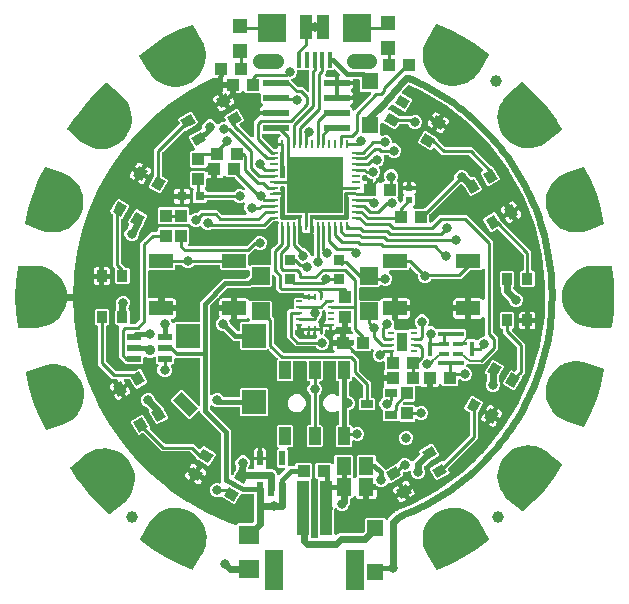
<source format=gbr>
G04 EAGLE Gerber RS-274X export*
G75*
%MOMM*%
%FSLAX34Y34*%
%LPD*%
%INTop Copper*%
%IPPOS*%
%AMOC8*
5,1,8,0,0,1.08239X$1,22.5*%
G01*
%ADD10R,1.240000X1.500000*%
%ADD11R,1.075000X1.000000*%
%ADD12R,1.200000X1.200000*%
%ADD13R,0.900000X0.900000*%
%ADD14R,2.413000X2.413000*%
%ADD15C,1.308000*%
%ADD16R,0.400000X1.350000*%
%ADD17R,1.000000X2.000000*%
%ADD18C,1.000000*%
%ADD19R,1.000000X4.600000*%
%ADD20R,1.600000X3.400000*%
%ADD21R,1.400000X1.400000*%
%ADD22C,4.216000*%
%ADD23R,1.000000X1.500000*%
%ADD24R,2.000000X1.200000*%
%ADD25R,0.850000X1.000000*%
%ADD26R,0.500000X0.250000*%
%ADD27R,0.250000X0.500000*%
%ADD28R,0.800000X0.800000*%
%ADD29R,1.000000X1.075000*%
%ADD30R,0.600000X0.600000*%
%ADD31R,0.550000X1.200000*%
%ADD32R,2.000000X2.000000*%
%ADD33R,2.000000X1.000000*%
%ADD34R,0.250000X0.750000*%
%ADD35R,0.750000X0.250000*%
%ADD36R,4.700000X4.700000*%
%ADD37R,2.200000X0.600000*%
%ADD38R,1.803000X1.600000*%
%ADD39R,0.450000X1.200000*%
%ADD40R,2.200000X0.450000*%
%ADD41R,0.950000X0.450000*%
%ADD42R,0.625000X0.275000*%
%ADD43R,0.900000X1.600000*%
%ADD44R,1.500000X1.500000*%
%ADD45R,1.200000X0.550000*%
%ADD46R,1.016000X0.635000*%
%ADD47C,0.254000*%
%ADD48C,0.800100*%
%ADD49C,0.609600*%
%ADD50C,0.406400*%
%ADD51C,1.270000*%
%ADD52C,0.906400*%
%ADD53C,0.304800*%
%ADD54C,0.203200*%

G36*
X2011Y-204378D02*
X2011Y-204378D01*
X2099Y-204362D01*
X2189Y-204357D01*
X2255Y-204335D01*
X2324Y-204323D01*
X2406Y-204286D01*
X2491Y-204259D01*
X2550Y-204221D01*
X2614Y-204193D01*
X2684Y-204137D01*
X2760Y-204089D01*
X2808Y-204038D01*
X2862Y-203994D01*
X2916Y-203922D01*
X2978Y-203857D01*
X3012Y-203796D01*
X3054Y-203740D01*
X3088Y-203657D01*
X3132Y-203578D01*
X3149Y-203511D01*
X3176Y-203446D01*
X3189Y-203357D01*
X3211Y-203270D01*
X3219Y-203147D01*
X3221Y-203132D01*
X3220Y-203125D01*
X3221Y-203110D01*
X3221Y-155368D01*
X3206Y-155250D01*
X3199Y-155131D01*
X3186Y-155093D01*
X3181Y-155052D01*
X3138Y-154942D01*
X3101Y-154829D01*
X3079Y-154794D01*
X3064Y-154757D01*
X2995Y-154661D01*
X2931Y-154560D01*
X2901Y-154532D01*
X2878Y-154499D01*
X2786Y-154423D01*
X2699Y-154342D01*
X2664Y-154322D01*
X2633Y-154297D01*
X2525Y-154246D01*
X2421Y-154188D01*
X2381Y-154178D01*
X2345Y-154161D01*
X2228Y-154139D01*
X2113Y-154109D01*
X2053Y-154105D01*
X2033Y-154101D01*
X2012Y-154103D01*
X1952Y-154099D01*
X1753Y-154099D01*
X711Y-153057D01*
X711Y-141583D01*
X1753Y-140541D01*
X13977Y-140541D01*
X14645Y-141209D01*
X14754Y-141294D01*
X14861Y-141383D01*
X14880Y-141392D01*
X14896Y-141404D01*
X15023Y-141459D01*
X15149Y-141518D01*
X15169Y-141522D01*
X15188Y-141530D01*
X15326Y-141552D01*
X15462Y-141578D01*
X15482Y-141577D01*
X15502Y-141580D01*
X15641Y-141567D01*
X15779Y-141558D01*
X15798Y-141552D01*
X15818Y-141550D01*
X15950Y-141503D01*
X16081Y-141460D01*
X16099Y-141450D01*
X16118Y-141443D01*
X16233Y-141365D01*
X16350Y-141290D01*
X16364Y-141276D01*
X16381Y-141264D01*
X16473Y-141160D01*
X16568Y-141059D01*
X16578Y-141041D01*
X16591Y-141026D01*
X16654Y-140902D01*
X16722Y-140780D01*
X16727Y-140761D01*
X16736Y-140743D01*
X16766Y-140607D01*
X16801Y-140472D01*
X16803Y-140444D01*
X16806Y-140432D01*
X16805Y-140412D01*
X16811Y-140312D01*
X16811Y-134638D01*
X17853Y-133596D01*
X31727Y-133596D01*
X32769Y-134638D01*
X32769Y-151112D01*
X32696Y-151185D01*
X32623Y-151279D01*
X32544Y-151368D01*
X32525Y-151404D01*
X32501Y-151436D01*
X32453Y-151545D01*
X32399Y-151651D01*
X32390Y-151691D01*
X32374Y-151728D01*
X32356Y-151846D01*
X32329Y-151962D01*
X32331Y-152002D01*
X32324Y-152042D01*
X32336Y-152161D01*
X32339Y-152280D01*
X32350Y-152319D01*
X32354Y-152359D01*
X32394Y-152471D01*
X32428Y-152585D01*
X32448Y-152620D01*
X32462Y-152658D01*
X32529Y-152757D01*
X32589Y-152859D01*
X32629Y-152904D01*
X32640Y-152921D01*
X32656Y-152935D01*
X32695Y-152980D01*
X33098Y-153382D01*
X33203Y-153464D01*
X33303Y-153549D01*
X33328Y-153561D01*
X33349Y-153577D01*
X33470Y-153630D01*
X33590Y-153688D01*
X33616Y-153693D01*
X33641Y-153704D01*
X33771Y-153724D01*
X33901Y-153751D01*
X33928Y-153749D01*
X33955Y-153753D01*
X34087Y-153741D01*
X34219Y-153734D01*
X34245Y-153726D01*
X34272Y-153724D01*
X34397Y-153679D01*
X34523Y-153639D01*
X34545Y-153625D01*
X34571Y-153616D01*
X34681Y-153542D01*
X34793Y-153472D01*
X34812Y-153453D01*
X34834Y-153438D01*
X34922Y-153338D01*
X35013Y-153243D01*
X35027Y-153219D01*
X35045Y-153199D01*
X35105Y-153081D01*
X35170Y-152966D01*
X35182Y-152930D01*
X35189Y-152916D01*
X35194Y-152895D01*
X35221Y-152813D01*
X35222Y-152809D01*
X35633Y-152097D01*
X35634Y-152096D01*
X35635Y-152094D01*
X35640Y-152085D01*
X35675Y-152003D01*
X35722Y-151918D01*
X35737Y-151860D01*
X35761Y-151804D01*
X35762Y-151796D01*
X35764Y-151792D01*
X35777Y-151706D01*
X35801Y-151611D01*
X35807Y-151511D01*
X35811Y-151490D01*
X35810Y-151481D01*
X35810Y-151477D01*
X35810Y-151473D01*
X35811Y-151450D01*
X35811Y-134638D01*
X36853Y-133596D01*
X50727Y-133596D01*
X51769Y-134638D01*
X51769Y-138205D01*
X51781Y-138303D01*
X51784Y-138402D01*
X51801Y-138460D01*
X51809Y-138520D01*
X51845Y-138612D01*
X51873Y-138707D01*
X51903Y-138759D01*
X51926Y-138816D01*
X51984Y-138896D01*
X52034Y-138981D01*
X52100Y-139057D01*
X52112Y-139073D01*
X52122Y-139081D01*
X52140Y-139102D01*
X59173Y-146135D01*
X59262Y-146204D01*
X59346Y-146279D01*
X59387Y-146301D01*
X59425Y-146330D01*
X59528Y-146375D01*
X59627Y-146427D01*
X59673Y-146437D01*
X59716Y-146456D01*
X59828Y-146474D01*
X59937Y-146500D01*
X59984Y-146499D01*
X60031Y-146506D01*
X60143Y-146495D01*
X60255Y-146493D01*
X60300Y-146481D01*
X60347Y-146476D01*
X60453Y-146438D01*
X60561Y-146408D01*
X60626Y-146376D01*
X60646Y-146369D01*
X60662Y-146358D01*
X60705Y-146337D01*
X68786Y-141671D01*
X68788Y-141672D01*
X68910Y-141682D01*
X69033Y-141698D01*
X69068Y-141694D01*
X69105Y-141697D01*
X69226Y-141676D01*
X69348Y-141662D01*
X69382Y-141649D01*
X69418Y-141643D01*
X69530Y-141592D01*
X69645Y-141548D01*
X69675Y-141527D01*
X69708Y-141512D01*
X69804Y-141435D01*
X69905Y-141364D01*
X69928Y-141336D01*
X69956Y-141314D01*
X70031Y-141215D01*
X70110Y-141121D01*
X70126Y-141088D01*
X70148Y-141059D01*
X70219Y-140915D01*
X71085Y-138822D01*
X72782Y-137125D01*
X75000Y-136207D01*
X77400Y-136207D01*
X79618Y-137125D01*
X81457Y-138965D01*
X81552Y-139038D01*
X81641Y-139117D01*
X81677Y-139135D01*
X81709Y-139160D01*
X81818Y-139207D01*
X81924Y-139261D01*
X81963Y-139270D01*
X82000Y-139286D01*
X82118Y-139305D01*
X82234Y-139331D01*
X82275Y-139330D01*
X82315Y-139336D01*
X82433Y-139325D01*
X82552Y-139321D01*
X82591Y-139310D01*
X82631Y-139306D01*
X82743Y-139266D01*
X82858Y-139233D01*
X82892Y-139213D01*
X82930Y-139199D01*
X83029Y-139132D01*
X83132Y-139071D01*
X83177Y-139032D01*
X83194Y-139020D01*
X83207Y-139005D01*
X83252Y-138965D01*
X84931Y-137287D01*
X88859Y-133358D01*
X88928Y-133269D01*
X89004Y-133186D01*
X89025Y-133144D01*
X89054Y-133107D01*
X89099Y-133003D01*
X89151Y-132904D01*
X89162Y-132858D01*
X89181Y-132815D01*
X89198Y-132704D01*
X89224Y-132595D01*
X89223Y-132547D01*
X89231Y-132501D01*
X89220Y-132389D01*
X89218Y-132277D01*
X89205Y-132231D01*
X89201Y-132184D01*
X89163Y-132078D01*
X89133Y-131970D01*
X89100Y-131905D01*
X89093Y-131885D01*
X89083Y-131870D01*
X89061Y-131826D01*
X88776Y-131333D01*
X89158Y-129910D01*
X99094Y-124173D01*
X100518Y-124554D01*
X105504Y-133192D01*
X105123Y-134615D01*
X97815Y-138834D01*
X97746Y-138886D01*
X97673Y-138930D01*
X97570Y-139020D01*
X97562Y-139027D01*
X97559Y-139030D01*
X97552Y-139036D01*
X93082Y-143505D01*
X93022Y-143584D01*
X92954Y-143656D01*
X92925Y-143709D01*
X92888Y-143757D01*
X92848Y-143848D01*
X92800Y-143934D01*
X92785Y-143993D01*
X92761Y-144049D01*
X92746Y-144147D01*
X92721Y-144242D01*
X92715Y-144342D01*
X92711Y-144363D01*
X92713Y-144375D01*
X92711Y-144403D01*
X92711Y-144838D01*
X92712Y-144847D01*
X92711Y-144856D01*
X92729Y-144984D01*
X92733Y-145051D01*
X92741Y-145075D01*
X92751Y-145153D01*
X92754Y-145162D01*
X92755Y-145171D01*
X92807Y-145324D01*
X93663Y-147390D01*
X93663Y-149790D01*
X92745Y-152008D01*
X91048Y-153705D01*
X88830Y-154623D01*
X86430Y-154623D01*
X84212Y-153705D01*
X82515Y-152008D01*
X81597Y-149790D01*
X81597Y-148434D01*
X81591Y-148385D01*
X81593Y-148336D01*
X81571Y-148228D01*
X81557Y-148119D01*
X81539Y-148073D01*
X81529Y-148024D01*
X81480Y-147925D01*
X81440Y-147823D01*
X81411Y-147783D01*
X81389Y-147738D01*
X81318Y-147655D01*
X81253Y-147566D01*
X81215Y-147534D01*
X81183Y-147496D01*
X81093Y-147433D01*
X81008Y-147363D01*
X80963Y-147342D01*
X80922Y-147313D01*
X80820Y-147274D01*
X80720Y-147228D01*
X80672Y-147218D01*
X80625Y-147201D01*
X80516Y-147188D01*
X80408Y-147168D01*
X80359Y-147171D01*
X80309Y-147165D01*
X80200Y-147181D01*
X80091Y-147188D01*
X80043Y-147203D01*
X79994Y-147210D01*
X79842Y-147262D01*
X77400Y-148273D01*
X75996Y-148273D01*
X75865Y-148290D01*
X75732Y-148301D01*
X75707Y-148310D01*
X75680Y-148313D01*
X75557Y-148362D01*
X75432Y-148405D01*
X75409Y-148420D01*
X75384Y-148430D01*
X75278Y-148508D01*
X75167Y-148581D01*
X75149Y-148601D01*
X75127Y-148617D01*
X75043Y-148719D01*
X74954Y-148817D01*
X74942Y-148841D01*
X74924Y-148862D01*
X74868Y-148982D01*
X74806Y-149099D01*
X74800Y-149125D01*
X74789Y-149150D01*
X74764Y-149279D01*
X74734Y-149408D01*
X74734Y-149436D01*
X74729Y-149462D01*
X74737Y-149594D01*
X74740Y-149726D01*
X74747Y-149752D01*
X74749Y-149779D01*
X74790Y-149905D01*
X74825Y-150033D01*
X74842Y-150067D01*
X74847Y-150082D01*
X74858Y-150100D01*
X74896Y-150177D01*
X75193Y-150692D01*
X74812Y-152115D01*
X64876Y-157852D01*
X63218Y-157407D01*
X63182Y-157402D01*
X63148Y-157391D01*
X63025Y-157381D01*
X62903Y-157364D01*
X62867Y-157368D01*
X62831Y-157366D01*
X62710Y-157387D01*
X62587Y-157401D01*
X62553Y-157414D01*
X62517Y-157420D01*
X62405Y-157470D01*
X62290Y-157515D01*
X62260Y-157536D01*
X62227Y-157551D01*
X62131Y-157627D01*
X62031Y-157699D01*
X62007Y-157726D01*
X61979Y-157749D01*
X61905Y-157847D01*
X61825Y-157942D01*
X61809Y-157974D01*
X61788Y-158003D01*
X61717Y-158148D01*
X61630Y-158358D01*
X59933Y-160055D01*
X57715Y-160973D01*
X55315Y-160973D01*
X53097Y-160055D01*
X52165Y-159123D01*
X52087Y-159062D01*
X52015Y-158994D01*
X51962Y-158965D01*
X51914Y-158928D01*
X51823Y-158888D01*
X51736Y-158840D01*
X51678Y-158825D01*
X51622Y-158801D01*
X51524Y-158786D01*
X51428Y-158761D01*
X51328Y-158755D01*
X51308Y-158751D01*
X51296Y-158753D01*
X51268Y-158751D01*
X45060Y-158751D01*
X44942Y-158766D01*
X44823Y-158773D01*
X44785Y-158786D01*
X44745Y-158791D01*
X44634Y-158834D01*
X44521Y-158871D01*
X44486Y-158893D01*
X44449Y-158908D01*
X44353Y-158978D01*
X44252Y-159041D01*
X44224Y-159071D01*
X44192Y-159095D01*
X44116Y-159186D01*
X44034Y-159273D01*
X44015Y-159308D01*
X43989Y-159339D01*
X43938Y-159447D01*
X43881Y-159551D01*
X43870Y-159591D01*
X43853Y-159627D01*
X43831Y-159744D01*
X43801Y-159859D01*
X43797Y-159920D01*
X43793Y-159940D01*
X43795Y-159959D01*
X43793Y-159965D01*
X43794Y-159972D01*
X43791Y-160020D01*
X43791Y-161291D01*
X42520Y-161291D01*
X42402Y-161306D01*
X42283Y-161313D01*
X42245Y-161326D01*
X42205Y-161331D01*
X42094Y-161375D01*
X41981Y-161411D01*
X41946Y-161433D01*
X41909Y-161448D01*
X41813Y-161518D01*
X41712Y-161581D01*
X41684Y-161611D01*
X41651Y-161635D01*
X41576Y-161726D01*
X41494Y-161813D01*
X41474Y-161848D01*
X41449Y-161880D01*
X41398Y-161987D01*
X41340Y-162091D01*
X41330Y-162131D01*
X41313Y-162167D01*
X41291Y-162284D01*
X41261Y-162399D01*
X41257Y-162460D01*
X41253Y-162480D01*
X41254Y-162498D01*
X41253Y-162504D01*
X41254Y-162512D01*
X41251Y-162560D01*
X41251Y-171331D01*
X37256Y-171331D01*
X36609Y-171158D01*
X36030Y-170823D01*
X35557Y-170350D01*
X35222Y-169771D01*
X35221Y-169767D01*
X35171Y-169644D01*
X35127Y-169520D01*
X35111Y-169497D01*
X35101Y-169472D01*
X35022Y-169366D01*
X34948Y-169256D01*
X34928Y-169239D01*
X34912Y-169217D01*
X34809Y-169133D01*
X34710Y-169046D01*
X34685Y-169034D01*
X34664Y-169017D01*
X34544Y-168961D01*
X34426Y-168901D01*
X34400Y-168895D01*
X34375Y-168884D01*
X34245Y-168861D01*
X34116Y-168832D01*
X34089Y-168832D01*
X34062Y-168828D01*
X33931Y-168837D01*
X33798Y-168841D01*
X33772Y-168849D01*
X33745Y-168851D01*
X33620Y-168893D01*
X33493Y-168930D01*
X33469Y-168943D01*
X33444Y-168952D01*
X33332Y-169024D01*
X33219Y-169091D01*
X33190Y-169116D01*
X33177Y-169125D01*
X33162Y-169141D01*
X33098Y-169198D01*
X31727Y-170569D01*
X31140Y-170569D01*
X31022Y-170584D01*
X30903Y-170591D01*
X30865Y-170604D01*
X30824Y-170609D01*
X30714Y-170652D01*
X30601Y-170689D01*
X30566Y-170711D01*
X30529Y-170726D01*
X30433Y-170795D01*
X30332Y-170859D01*
X30304Y-170889D01*
X30271Y-170912D01*
X30195Y-171004D01*
X30114Y-171091D01*
X30094Y-171126D01*
X30069Y-171157D01*
X30018Y-171265D01*
X29960Y-171369D01*
X29950Y-171409D01*
X29933Y-171445D01*
X29911Y-171562D01*
X29881Y-171677D01*
X29877Y-171737D01*
X29873Y-171757D01*
X29875Y-171778D01*
X29871Y-171838D01*
X29871Y-174976D01*
X29625Y-175569D01*
X29622Y-175578D01*
X29618Y-175586D01*
X29580Y-175732D01*
X29541Y-175876D01*
X29541Y-175885D01*
X29538Y-175894D01*
X29528Y-176055D01*
X29528Y-176460D01*
X28610Y-178678D01*
X26913Y-180375D01*
X24695Y-181293D01*
X22295Y-181293D01*
X20077Y-180375D01*
X18945Y-179243D01*
X18836Y-179158D01*
X18729Y-179069D01*
X18710Y-179060D01*
X18694Y-179048D01*
X18567Y-178993D01*
X18441Y-178933D01*
X18421Y-178930D01*
X18402Y-178921D01*
X18264Y-178900D01*
X18128Y-178874D01*
X18108Y-178875D01*
X18088Y-178872D01*
X17949Y-178885D01*
X17811Y-178893D01*
X17792Y-178900D01*
X17772Y-178901D01*
X17640Y-178949D01*
X17509Y-178991D01*
X17491Y-179002D01*
X17472Y-179009D01*
X17357Y-179087D01*
X17240Y-179161D01*
X17226Y-179176D01*
X17209Y-179188D01*
X17117Y-179292D01*
X17022Y-179393D01*
X17012Y-179411D01*
X16999Y-179426D01*
X16935Y-179550D01*
X16868Y-179672D01*
X16863Y-179691D01*
X16854Y-179709D01*
X16824Y-179845D01*
X16789Y-179980D01*
X16787Y-180008D01*
X16784Y-180020D01*
X16785Y-180040D01*
X16779Y-180140D01*
X16779Y-200302D01*
X16796Y-200440D01*
X16809Y-200578D01*
X16816Y-200597D01*
X16819Y-200617D01*
X16870Y-200747D01*
X16917Y-200877D01*
X16928Y-200894D01*
X16936Y-200913D01*
X17017Y-201026D01*
X17095Y-201141D01*
X17111Y-201154D01*
X17122Y-201170D01*
X17230Y-201259D01*
X17334Y-201351D01*
X17352Y-201360D01*
X17367Y-201373D01*
X17493Y-201432D01*
X17617Y-201496D01*
X17637Y-201500D01*
X17655Y-201509D01*
X17791Y-201535D01*
X17927Y-201565D01*
X17948Y-201565D01*
X17967Y-201568D01*
X18106Y-201560D01*
X18245Y-201556D01*
X18265Y-201550D01*
X18285Y-201549D01*
X18417Y-201506D01*
X18551Y-201467D01*
X18568Y-201457D01*
X18587Y-201451D01*
X18705Y-201376D01*
X18825Y-201306D01*
X18846Y-201287D01*
X18856Y-201281D01*
X18870Y-201266D01*
X18946Y-201199D01*
X19347Y-200798D01*
X21214Y-200024D01*
X39830Y-200024D01*
X39928Y-200012D01*
X40027Y-200009D01*
X40085Y-199992D01*
X40145Y-199984D01*
X40237Y-199948D01*
X40332Y-199920D01*
X40385Y-199890D01*
X40441Y-199867D01*
X40521Y-199809D01*
X40606Y-199759D01*
X40682Y-199693D01*
X40698Y-199681D01*
X40706Y-199671D01*
X40727Y-199653D01*
X42285Y-198095D01*
X42345Y-198017D01*
X42413Y-197945D01*
X42442Y-197892D01*
X42479Y-197844D01*
X42519Y-197753D01*
X42567Y-197666D01*
X42582Y-197608D01*
X42606Y-197552D01*
X42621Y-197454D01*
X42646Y-197358D01*
X42652Y-197258D01*
X42656Y-197238D01*
X42654Y-197226D01*
X42656Y-197198D01*
X42656Y-188393D01*
X43698Y-187351D01*
X59172Y-187351D01*
X60193Y-188372D01*
X60232Y-188403D01*
X60265Y-188439D01*
X60357Y-188500D01*
X60444Y-188567D01*
X60490Y-188587D01*
X60531Y-188614D01*
X60635Y-188650D01*
X60736Y-188693D01*
X60785Y-188701D01*
X60832Y-188717D01*
X60941Y-188726D01*
X61050Y-188743D01*
X61100Y-188739D01*
X61149Y-188743D01*
X61257Y-188724D01*
X61367Y-188713D01*
X61413Y-188697D01*
X61462Y-188688D01*
X61562Y-188643D01*
X61666Y-188606D01*
X61707Y-188578D01*
X61752Y-188558D01*
X61838Y-188489D01*
X61929Y-188427D01*
X61962Y-188390D01*
X62001Y-188359D01*
X62067Y-188271D01*
X62139Y-188189D01*
X62162Y-188145D01*
X62192Y-188105D01*
X62263Y-187960D01*
X62368Y-187707D01*
X66791Y-183284D01*
X66882Y-183166D01*
X66949Y-183083D01*
X67653Y-182421D01*
X67661Y-182411D01*
X67681Y-182393D01*
X68375Y-181700D01*
X68410Y-181681D01*
X69314Y-181338D01*
X69325Y-181333D01*
X69351Y-181324D01*
X70423Y-180880D01*
X70432Y-180877D01*
X81250Y-176367D01*
X81267Y-176357D01*
X81364Y-176313D01*
X103876Y-164193D01*
X103879Y-164192D01*
X103881Y-164190D01*
X104018Y-164105D01*
X124741Y-149130D01*
X124743Y-149128D01*
X124746Y-149127D01*
X124870Y-149024D01*
X128341Y-145740D01*
X129683Y-144471D01*
X131025Y-143202D01*
X131025Y-143201D01*
X132367Y-141932D01*
X133709Y-140663D01*
X136392Y-138125D01*
X136393Y-138125D01*
X136393Y-138124D01*
X137734Y-136855D01*
X137735Y-136855D01*
X139076Y-135586D01*
X140418Y-134317D01*
X141760Y-133048D01*
X141760Y-133047D01*
X143102Y-131778D01*
X143444Y-131455D01*
X143446Y-131452D01*
X143449Y-131450D01*
X143558Y-131332D01*
X159661Y-111473D01*
X159662Y-111471D01*
X159665Y-111468D01*
X159757Y-111337D01*
X173109Y-89533D01*
X173111Y-89530D01*
X173113Y-89528D01*
X173187Y-89385D01*
X183556Y-66015D01*
X183557Y-66012D01*
X183559Y-66009D01*
X183614Y-65858D01*
X190820Y-41327D01*
X190821Y-41324D01*
X190822Y-41321D01*
X190857Y-41164D01*
X194775Y-15899D01*
X194775Y-15896D01*
X194776Y-15893D01*
X194789Y-15732D01*
X195352Y9829D01*
X195351Y9832D01*
X195352Y9835D01*
X195344Y9996D01*
X192541Y35409D01*
X192540Y35412D01*
X192540Y35415D01*
X192511Y35573D01*
X186391Y60397D01*
X186389Y60400D01*
X186389Y60403D01*
X186340Y60556D01*
X177008Y84360D01*
X177007Y84362D01*
X177006Y84365D01*
X176937Y84511D01*
X164557Y106881D01*
X164555Y106883D01*
X164554Y106886D01*
X164466Y107021D01*
X149252Y127569D01*
X149250Y127571D01*
X149248Y127574D01*
X149223Y127603D01*
X149217Y127613D01*
X149215Y127615D01*
X149211Y127622D01*
X149194Y127637D01*
X149144Y127696D01*
X131360Y146065D01*
X131357Y146067D01*
X131355Y146070D01*
X131236Y146177D01*
X111191Y162048D01*
X111188Y162050D01*
X111186Y162052D01*
X111053Y162143D01*
X89096Y175241D01*
X89078Y175248D01*
X88985Y175299D01*
X80234Y179408D01*
X80132Y179441D01*
X80033Y179482D01*
X79982Y179489D01*
X79932Y179506D01*
X79825Y179512D01*
X79718Y179528D01*
X79667Y179522D01*
X79614Y179525D01*
X79509Y179505D01*
X79402Y179494D01*
X79353Y179475D01*
X79302Y179466D01*
X79205Y179420D01*
X79104Y179382D01*
X79062Y179352D01*
X79014Y179330D01*
X78932Y179262D01*
X78844Y179200D01*
X78786Y179141D01*
X78769Y179127D01*
X78760Y179114D01*
X78731Y179085D01*
X74131Y173717D01*
X74088Y173653D01*
X74038Y173594D01*
X74001Y173521D01*
X73956Y173452D01*
X73931Y173379D01*
X73896Y173310D01*
X73879Y173229D01*
X73852Y173151D01*
X73846Y173074D01*
X73830Y172999D01*
X73833Y172916D01*
X73827Y172834D01*
X73840Y172758D01*
X73843Y172681D01*
X73867Y172602D01*
X73881Y172521D01*
X73912Y172450D01*
X73935Y172376D01*
X73977Y172306D01*
X74011Y172231D01*
X74059Y172170D01*
X74099Y172104D01*
X74158Y172046D01*
X74209Y171982D01*
X74271Y171936D01*
X74326Y171881D01*
X74460Y171792D01*
X82292Y167270D01*
X82673Y165847D01*
X77687Y157210D01*
X76263Y156828D01*
X66065Y162716D01*
X66064Y162717D01*
X66062Y162718D01*
X65917Y162778D01*
X65772Y162839D01*
X65770Y162840D01*
X65769Y162840D01*
X65618Y162862D01*
X65458Y162886D01*
X65456Y162886D01*
X65454Y162886D01*
X65302Y162870D01*
X65141Y162853D01*
X65140Y162852D01*
X65138Y162852D01*
X64992Y162797D01*
X64843Y162742D01*
X64842Y162741D01*
X64840Y162740D01*
X64707Y162648D01*
X64582Y162561D01*
X64581Y162559D01*
X64579Y162558D01*
X64467Y162443D01*
X62284Y159896D01*
X62230Y159814D01*
X62169Y159739D01*
X62143Y159682D01*
X62109Y159630D01*
X62077Y159538D01*
X62036Y159450D01*
X62025Y159389D01*
X62005Y159330D01*
X61997Y159232D01*
X61980Y159137D01*
X61984Y159075D01*
X61979Y159013D01*
X61996Y158917D01*
X62003Y158820D01*
X62023Y158761D01*
X62033Y158699D01*
X62073Y158610D01*
X62104Y158518D01*
X62138Y158466D01*
X62164Y158409D01*
X62224Y158333D01*
X62277Y158251D01*
X62323Y158209D01*
X62362Y158160D01*
X62439Y158102D01*
X62511Y158036D01*
X62566Y158006D01*
X62616Y157969D01*
X62706Y157931D01*
X62791Y157885D01*
X62852Y157870D01*
X62909Y157846D01*
X63006Y157832D01*
X63100Y157809D01*
X63162Y157810D01*
X63224Y157801D01*
X63321Y157811D01*
X63418Y157812D01*
X63521Y157833D01*
X63540Y157835D01*
X63551Y157839D01*
X63576Y157844D01*
X63606Y157852D01*
X71602Y153235D01*
X71687Y153199D01*
X71768Y153155D01*
X71833Y153138D01*
X71895Y153112D01*
X71987Y153098D01*
X72076Y153075D01*
X72193Y153068D01*
X72210Y153065D01*
X72218Y153066D01*
X72237Y153065D01*
X81409Y153065D01*
X81418Y153066D01*
X81427Y153065D01*
X81576Y153086D01*
X81724Y153105D01*
X81733Y153108D01*
X81742Y153110D01*
X81894Y153162D01*
X83890Y153988D01*
X86290Y153988D01*
X88508Y153070D01*
X90205Y151373D01*
X91123Y149155D01*
X91123Y146755D01*
X90205Y144537D01*
X88508Y142840D01*
X86290Y141922D01*
X83890Y141922D01*
X81672Y142840D01*
X79975Y144537D01*
X79504Y145676D01*
X79489Y145702D01*
X79480Y145730D01*
X79410Y145839D01*
X79346Y145952D01*
X79326Y145973D01*
X79310Y145998D01*
X79215Y146087D01*
X79125Y146181D01*
X79100Y146196D01*
X79078Y146216D01*
X78965Y146279D01*
X78854Y146347D01*
X78826Y146356D01*
X78800Y146370D01*
X78674Y146402D01*
X78550Y146441D01*
X78520Y146442D01*
X78492Y146449D01*
X78331Y146460D01*
X72213Y146460D01*
X72108Y146446D01*
X72002Y146442D01*
X71951Y146426D01*
X71897Y146420D01*
X71799Y146381D01*
X71698Y146350D01*
X71652Y146322D01*
X71602Y146303D01*
X71516Y146241D01*
X71426Y146186D01*
X71388Y146147D01*
X71344Y146116D01*
X71277Y146034D01*
X71203Y145959D01*
X71155Y145888D01*
X71142Y145871D01*
X71135Y145857D01*
X71114Y145825D01*
X68937Y142054D01*
X67513Y141673D01*
X57673Y147354D01*
X57550Y147406D01*
X57431Y147462D01*
X57404Y147467D01*
X57379Y147478D01*
X57248Y147497D01*
X57118Y147522D01*
X57092Y147520D01*
X57065Y147524D01*
X56933Y147510D01*
X56801Y147502D01*
X56775Y147494D01*
X56749Y147491D01*
X56624Y147445D01*
X56499Y147404D01*
X56476Y147390D01*
X56450Y147380D01*
X56342Y147305D01*
X56230Y147234D01*
X56211Y147214D01*
X56189Y147199D01*
X56103Y147099D01*
X56012Y147002D01*
X55999Y146979D01*
X55981Y146958D01*
X55922Y146840D01*
X55858Y146724D01*
X55852Y146698D01*
X55840Y146674D01*
X55812Y146544D01*
X55779Y146416D01*
X55777Y146378D01*
X55773Y146362D01*
X55774Y146341D01*
X55769Y146255D01*
X55769Y137616D01*
X55775Y137566D01*
X55773Y137517D01*
X55795Y137409D01*
X55809Y137300D01*
X55827Y137254D01*
X55837Y137205D01*
X55885Y137107D01*
X55926Y137004D01*
X55955Y136964D01*
X55977Y136920D01*
X56048Y136836D01*
X56112Y136747D01*
X56151Y136715D01*
X56183Y136678D01*
X56273Y136614D01*
X56357Y136544D01*
X56402Y136523D01*
X56443Y136494D01*
X56546Y136456D01*
X56645Y136409D01*
X56694Y136399D01*
X56740Y136382D01*
X56850Y136370D01*
X56957Y136349D01*
X57007Y136352D01*
X57056Y136347D01*
X57165Y136362D01*
X57275Y136369D01*
X57322Y136384D01*
X57371Y136391D01*
X57524Y136443D01*
X58490Y136843D01*
X60890Y136843D01*
X63108Y135925D01*
X64805Y134228D01*
X65723Y132010D01*
X65723Y131127D01*
X65738Y131009D01*
X65746Y130891D01*
X65758Y130852D01*
X65763Y130812D01*
X65807Y130701D01*
X65844Y130588D01*
X65865Y130554D01*
X65880Y130516D01*
X65950Y130420D01*
X66014Y130319D01*
X66043Y130292D01*
X66067Y130259D01*
X66159Y130183D01*
X66245Y130101D01*
X66281Y130082D01*
X66312Y130056D01*
X66420Y130005D01*
X66524Y129948D01*
X66563Y129938D01*
X66600Y129921D01*
X66716Y129898D01*
X66832Y129868D01*
X66892Y129865D01*
X66912Y129861D01*
X66932Y129862D01*
X66992Y129858D01*
X68510Y129858D01*
X70728Y128940D01*
X72425Y127243D01*
X73343Y125025D01*
X73343Y122625D01*
X72425Y120407D01*
X70728Y118710D01*
X68510Y117792D01*
X66110Y117792D01*
X63892Y118710D01*
X63087Y119516D01*
X63009Y119576D01*
X62937Y119644D01*
X62884Y119673D01*
X62836Y119710D01*
X62745Y119750D01*
X62658Y119798D01*
X62600Y119813D01*
X62544Y119837D01*
X62446Y119852D01*
X62350Y119877D01*
X62250Y119883D01*
X62230Y119887D01*
X62218Y119885D01*
X62190Y119887D01*
X59610Y119887D01*
X59560Y119881D01*
X59511Y119883D01*
X59403Y119861D01*
X59294Y119847D01*
X59248Y119829D01*
X59199Y119819D01*
X59101Y119771D01*
X58998Y119730D01*
X58958Y119701D01*
X58914Y119679D01*
X58830Y119608D01*
X58741Y119544D01*
X58709Y119505D01*
X58672Y119473D01*
X58608Y119383D01*
X58538Y119299D01*
X58517Y119254D01*
X58488Y119213D01*
X58450Y119110D01*
X58403Y119011D01*
X58393Y118962D01*
X58376Y118916D01*
X58364Y118806D01*
X58343Y118699D01*
X58346Y118649D01*
X58341Y118600D01*
X58356Y118491D01*
X58363Y118381D01*
X58378Y118334D01*
X58385Y118285D01*
X58437Y118132D01*
X58738Y117405D01*
X58738Y115005D01*
X57820Y112787D01*
X56123Y111090D01*
X55458Y110815D01*
X55355Y110756D01*
X55248Y110704D01*
X55217Y110678D01*
X55182Y110658D01*
X55097Y110575D01*
X55006Y110498D01*
X54983Y110464D01*
X54954Y110436D01*
X54891Y110335D01*
X54823Y110238D01*
X54809Y110200D01*
X54787Y110165D01*
X54752Y110051D01*
X54710Y109940D01*
X54706Y109900D01*
X54694Y109861D01*
X54688Y109742D01*
X54675Y109624D01*
X54681Y109584D01*
X54679Y109544D01*
X54703Y109427D01*
X54719Y109309D01*
X54739Y109252D01*
X54743Y109232D01*
X54752Y109214D01*
X54771Y109157D01*
X55563Y107245D01*
X55563Y104845D01*
X54645Y102627D01*
X52948Y100930D01*
X52420Y100712D01*
X52365Y100680D01*
X52306Y100658D01*
X52227Y100602D01*
X52143Y100554D01*
X52098Y100510D01*
X52047Y100474D01*
X51984Y100400D01*
X51915Y100333D01*
X51882Y100279D01*
X51841Y100231D01*
X51799Y100144D01*
X51749Y100062D01*
X51730Y100001D01*
X51703Y99945D01*
X51683Y99850D01*
X51655Y99758D01*
X51652Y99695D01*
X51640Y99633D01*
X51644Y99536D01*
X51640Y99440D01*
X51653Y99378D01*
X51656Y99315D01*
X51685Y99223D01*
X51704Y99129D01*
X51732Y99072D01*
X51751Y99012D01*
X51802Y98930D01*
X51844Y98843D01*
X51885Y98795D01*
X51918Y98741D01*
X51988Y98674D01*
X52050Y98601D01*
X52102Y98565D01*
X52147Y98521D01*
X52231Y98473D01*
X52310Y98418D01*
X52369Y98395D01*
X52424Y98364D01*
X52577Y98313D01*
X53101Y98173D01*
X53680Y97838D01*
X54153Y97365D01*
X54520Y96730D01*
X54596Y96630D01*
X54666Y96526D01*
X54692Y96503D01*
X54712Y96477D01*
X54811Y96398D01*
X54905Y96315D01*
X54935Y96300D01*
X54961Y96279D01*
X55076Y96228D01*
X55188Y96171D01*
X55221Y96163D01*
X55252Y96150D01*
X55376Y96128D01*
X55498Y96101D01*
X55532Y96102D01*
X55565Y96096D01*
X55691Y96107D01*
X55816Y96111D01*
X55849Y96120D01*
X55882Y96123D01*
X56001Y96164D01*
X56122Y96199D01*
X56151Y96216D01*
X56183Y96227D01*
X56288Y96297D01*
X56396Y96361D01*
X56432Y96393D01*
X56448Y96403D01*
X56462Y96419D01*
X56517Y96467D01*
X57633Y97584D01*
X58109Y97584D01*
X58158Y97590D01*
X58208Y97588D01*
X58315Y97610D01*
X58424Y97624D01*
X58471Y97642D01*
X58519Y97652D01*
X58618Y97700D01*
X58720Y97741D01*
X58760Y97770D01*
X58805Y97792D01*
X58888Y97863D01*
X58977Y97927D01*
X59009Y97966D01*
X59047Y97998D01*
X59110Y98088D01*
X59180Y98172D01*
X59201Y98217D01*
X59230Y98258D01*
X59269Y98361D01*
X59316Y98460D01*
X59325Y98509D01*
X59343Y98555D01*
X59355Y98665D01*
X59376Y98772D01*
X59373Y98822D01*
X59378Y98871D01*
X59363Y98980D01*
X59356Y99090D01*
X59341Y99137D01*
X59334Y99186D01*
X59282Y99339D01*
X58737Y100654D01*
X58737Y103054D01*
X59655Y105272D01*
X61352Y106969D01*
X63570Y107887D01*
X65970Y107887D01*
X68188Y106969D01*
X69885Y105272D01*
X70803Y103054D01*
X70803Y100654D01*
X69951Y98597D01*
X69944Y98569D01*
X69930Y98543D01*
X69902Y98416D01*
X69867Y98291D01*
X69867Y98261D01*
X69860Y98232D01*
X69864Y98102D01*
X69862Y97973D01*
X69869Y97944D01*
X69870Y97914D01*
X69906Y97790D01*
X69936Y97663D01*
X69950Y97637D01*
X69959Y97609D01*
X70024Y97497D01*
X70085Y97382D01*
X70105Y97360D01*
X70120Y97335D01*
X70226Y97214D01*
X70899Y96542D01*
X70899Y85068D01*
X70469Y84638D01*
X70396Y84544D01*
X70317Y84455D01*
X70299Y84419D01*
X70274Y84387D01*
X70227Y84278D01*
X70172Y84172D01*
X70164Y84132D01*
X70148Y84095D01*
X70129Y83977D01*
X70103Y83861D01*
X70104Y83821D01*
X70098Y83781D01*
X70109Y83662D01*
X70113Y83544D01*
X70124Y83505D01*
X70128Y83465D01*
X70168Y83352D01*
X70201Y83238D01*
X70221Y83203D01*
X70235Y83165D01*
X70302Y83067D01*
X70363Y82964D01*
X70402Y82919D01*
X70414Y82902D01*
X70429Y82889D01*
X70469Y82843D01*
X70520Y82793D01*
X71461Y80519D01*
X71486Y80476D01*
X71503Y80429D01*
X71565Y80338D01*
X71619Y80243D01*
X71654Y80207D01*
X71681Y80166D01*
X71764Y80093D01*
X71840Y80014D01*
X71883Y79988D01*
X71920Y79956D01*
X72018Y79906D01*
X72111Y79848D01*
X72159Y79834D01*
X72203Y79811D01*
X72310Y79787D01*
X72415Y79755D01*
X72465Y79752D01*
X72513Y79741D01*
X72623Y79745D01*
X72733Y79739D01*
X72781Y79749D01*
X72831Y79751D01*
X72937Y79782D01*
X73044Y79804D01*
X73089Y79826D01*
X73137Y79839D01*
X73231Y79895D01*
X73330Y79943D01*
X73368Y79976D01*
X73411Y80001D01*
X73532Y80107D01*
X74860Y81435D01*
X74920Y81514D01*
X74988Y81586D01*
X75017Y81639D01*
X75054Y81687D01*
X75094Y81778D01*
X75142Y81864D01*
X75157Y81923D01*
X75181Y81978D01*
X75196Y82076D01*
X75221Y82172D01*
X75227Y82272D01*
X75231Y82293D01*
X75229Y82305D01*
X75231Y82333D01*
X75231Y85676D01*
X75290Y85742D01*
X75308Y85778D01*
X75333Y85810D01*
X75380Y85919D01*
X75435Y86025D01*
X75443Y86065D01*
X75459Y86102D01*
X75478Y86219D01*
X75504Y86336D01*
X75503Y86376D01*
X75509Y86416D01*
X75498Y86534D01*
X75495Y86653D01*
X75483Y86692D01*
X75480Y86732D01*
X75439Y86845D01*
X75406Y86959D01*
X75386Y86994D01*
X75372Y87032D01*
X75305Y87130D01*
X75245Y87233D01*
X75205Y87278D01*
X75193Y87295D01*
X75178Y87308D01*
X75138Y87354D01*
X74977Y87515D01*
X74642Y88094D01*
X74469Y88741D01*
X74469Y90576D01*
X79780Y90576D01*
X79898Y90591D01*
X80017Y90598D01*
X80024Y90600D01*
X80080Y90586D01*
X80140Y90582D01*
X80160Y90578D01*
X80180Y90580D01*
X80240Y90576D01*
X85551Y90576D01*
X85551Y88741D01*
X85378Y88094D01*
X85043Y87515D01*
X84882Y87354D01*
X84809Y87260D01*
X84730Y87170D01*
X84712Y87134D01*
X84687Y87102D01*
X84639Y86993D01*
X84585Y86887D01*
X84577Y86848D01*
X84561Y86811D01*
X84542Y86693D01*
X84516Y86577D01*
X84517Y86536D01*
X84511Y86496D01*
X84522Y86378D01*
X84525Y86259D01*
X84537Y86220D01*
X84540Y86180D01*
X84581Y86068D01*
X84614Y85953D01*
X84634Y85919D01*
X84648Y85881D01*
X84715Y85782D01*
X84775Y85679D01*
X84789Y85664D01*
X84789Y78178D01*
X83501Y76890D01*
X83416Y76781D01*
X83327Y76674D01*
X83318Y76655D01*
X83306Y76639D01*
X83251Y76511D01*
X83192Y76386D01*
X83188Y76366D01*
X83180Y76347D01*
X83158Y76209D01*
X83132Y76073D01*
X83133Y76053D01*
X83130Y76033D01*
X83143Y75894D01*
X83152Y75756D01*
X83158Y75737D01*
X83160Y75717D01*
X83207Y75585D01*
X83250Y75454D01*
X83260Y75436D01*
X83267Y75417D01*
X83345Y75302D01*
X83420Y75185D01*
X83434Y75171D01*
X83446Y75154D01*
X83550Y75062D01*
X83651Y74967D01*
X83669Y74957D01*
X83684Y74944D01*
X83808Y74880D01*
X83930Y74813D01*
X83949Y74808D01*
X83967Y74799D01*
X84103Y74769D01*
X84238Y74734D01*
X84266Y74732D01*
X84278Y74729D01*
X84298Y74730D01*
X84398Y74724D01*
X92387Y74724D01*
X92485Y74736D01*
X92584Y74739D01*
X92643Y74756D01*
X92703Y74764D01*
X92795Y74800D01*
X92890Y74828D01*
X92942Y74858D01*
X92998Y74881D01*
X93078Y74939D01*
X93164Y74989D01*
X93239Y75055D01*
X93256Y75067D01*
X93264Y75077D01*
X93285Y75095D01*
X118055Y99866D01*
X118116Y99944D01*
X118184Y100016D01*
X118213Y100069D01*
X118250Y100117D01*
X118289Y100208D01*
X118337Y100295D01*
X118352Y100353D01*
X118376Y100409D01*
X118392Y100507D01*
X118417Y100603D01*
X118423Y100703D01*
X118426Y100723D01*
X118425Y100735D01*
X118427Y100763D01*
X118427Y102800D01*
X119345Y105018D01*
X121042Y106715D01*
X123260Y107633D01*
X125660Y107633D01*
X127878Y106715D01*
X129575Y105018D01*
X129863Y104322D01*
X129868Y104313D01*
X129870Y104305D01*
X129946Y104176D01*
X130021Y104045D01*
X130027Y104039D01*
X130032Y104031D01*
X130138Y103910D01*
X132436Y101611D01*
X132525Y101543D01*
X132609Y101467D01*
X132650Y101445D01*
X132688Y101417D01*
X132791Y101372D01*
X132890Y101320D01*
X132936Y101309D01*
X132980Y101290D01*
X133091Y101273D01*
X133200Y101247D01*
X133247Y101248D01*
X133294Y101240D01*
X133406Y101251D01*
X133518Y101253D01*
X133563Y101266D01*
X133610Y101270D01*
X133716Y101308D01*
X133824Y101338D01*
X133889Y101370D01*
X133910Y101378D01*
X133925Y101388D01*
X133969Y101410D01*
X134462Y101694D01*
X135885Y101313D01*
X141622Y91377D01*
X141240Y89953D01*
X132603Y84966D01*
X131180Y85348D01*
X126960Y92656D01*
X126909Y92724D01*
X126865Y92798D01*
X126774Y92901D01*
X126768Y92909D01*
X126765Y92912D01*
X126759Y92919D01*
X124502Y95176D01*
X124408Y95249D01*
X124318Y95328D01*
X124282Y95346D01*
X124250Y95371D01*
X124141Y95418D01*
X124035Y95472D01*
X123996Y95481D01*
X123958Y95497D01*
X123841Y95516D01*
X123725Y95542D01*
X123684Y95541D01*
X123644Y95547D01*
X123526Y95536D01*
X123407Y95532D01*
X123368Y95521D01*
X123328Y95517D01*
X123216Y95477D01*
X123101Y95444D01*
X123067Y95423D01*
X123028Y95410D01*
X122930Y95343D01*
X122827Y95282D01*
X122782Y95242D01*
X122765Y95231D01*
X122752Y95216D01*
X122707Y95176D01*
X97305Y69775D01*
X97245Y69696D01*
X97177Y69624D01*
X97148Y69571D01*
X97111Y69523D01*
X97071Y69432D01*
X97023Y69346D01*
X97008Y69287D01*
X96984Y69232D01*
X96969Y69134D01*
X96944Y69038D01*
X96938Y68938D01*
X96934Y68917D01*
X96936Y68905D01*
X96934Y68877D01*
X96934Y64029D01*
X96951Y63891D01*
X96964Y63752D01*
X96971Y63733D01*
X96974Y63713D01*
X97025Y63584D01*
X97072Y63453D01*
X97083Y63436D01*
X97091Y63418D01*
X97172Y63305D01*
X97250Y63190D01*
X97266Y63177D01*
X97277Y63160D01*
X97385Y63071D01*
X97489Y62979D01*
X97507Y62970D01*
X97522Y62957D01*
X97648Y62898D01*
X97772Y62835D01*
X97792Y62830D01*
X97810Y62822D01*
X97946Y62796D01*
X98082Y62765D01*
X98103Y62766D01*
X98122Y62762D01*
X98261Y62771D01*
X98400Y62775D01*
X98420Y62781D01*
X98440Y62782D01*
X98572Y62825D01*
X98706Y62863D01*
X98723Y62874D01*
X98742Y62880D01*
X98860Y62954D01*
X98980Y63025D01*
X99001Y63043D01*
X99011Y63050D01*
X99025Y63065D01*
X99100Y63131D01*
X103006Y67036D01*
X105312Y69343D01*
X128368Y69343D01*
X150623Y47088D01*
X150623Y-29221D01*
X150635Y-29319D01*
X150638Y-29418D01*
X150655Y-29477D01*
X150663Y-29537D01*
X150699Y-29629D01*
X150727Y-29724D01*
X150757Y-29776D01*
X150780Y-29832D01*
X150838Y-29912D01*
X150888Y-29998D01*
X150954Y-30073D01*
X150966Y-30090D01*
X150976Y-30098D01*
X150994Y-30119D01*
X155068Y-34192D01*
X155068Y-44548D01*
X142338Y-57278D01*
X139581Y-57278D01*
X139569Y-57267D01*
X139516Y-57238D01*
X139468Y-57201D01*
X139377Y-57161D01*
X139291Y-57113D01*
X139232Y-57098D01*
X139177Y-57074D01*
X139079Y-57059D01*
X138983Y-57034D01*
X138883Y-57028D01*
X138862Y-57024D01*
X138850Y-57026D01*
X138822Y-57024D01*
X131654Y-57024D01*
X131634Y-57026D01*
X131531Y-57030D01*
X130417Y-57138D01*
X130398Y-57132D01*
X130365Y-57113D01*
X130247Y-57083D01*
X130132Y-57046D01*
X130094Y-57043D01*
X130057Y-57034D01*
X129896Y-57024D01*
X129835Y-57014D01*
X129698Y-56988D01*
X129679Y-56989D01*
X129659Y-56986D01*
X129520Y-56999D01*
X129381Y-57008D01*
X129362Y-57014D01*
X129342Y-57016D01*
X129211Y-57063D01*
X129079Y-57106D01*
X129062Y-57116D01*
X129043Y-57123D01*
X128928Y-57201D01*
X128810Y-57276D01*
X128796Y-57290D01*
X128780Y-57302D01*
X128688Y-57406D01*
X128592Y-57507D01*
X128582Y-57525D01*
X128569Y-57540D01*
X128506Y-57664D01*
X128438Y-57786D01*
X128433Y-57805D01*
X128424Y-57823D01*
X128394Y-57960D01*
X128359Y-58094D01*
X128357Y-58121D01*
X128355Y-58133D01*
X128355Y-58154D01*
X128349Y-58255D01*
X128349Y-58322D01*
X128352Y-58351D01*
X128350Y-58381D01*
X128372Y-58509D01*
X128389Y-58638D01*
X128399Y-58665D01*
X128404Y-58694D01*
X128458Y-58813D01*
X128506Y-58933D01*
X128523Y-58957D01*
X128535Y-58984D01*
X128616Y-59086D01*
X128692Y-59191D01*
X128715Y-59210D01*
X128734Y-59233D01*
X128837Y-59311D01*
X128937Y-59394D01*
X128964Y-59406D01*
X128988Y-59424D01*
X129132Y-59495D01*
X131053Y-60290D01*
X132750Y-61987D01*
X133668Y-64205D01*
X133668Y-66605D01*
X132750Y-68823D01*
X131053Y-70520D01*
X128835Y-71438D01*
X126435Y-71438D01*
X124217Y-70520D01*
X123866Y-70168D01*
X123756Y-70083D01*
X123649Y-69994D01*
X123630Y-69985D01*
X123614Y-69973D01*
X123486Y-69917D01*
X123361Y-69858D01*
X123341Y-69855D01*
X123322Y-69846D01*
X123184Y-69825D01*
X123048Y-69799D01*
X123028Y-69800D01*
X123008Y-69797D01*
X122869Y-69810D01*
X122731Y-69818D01*
X122712Y-69825D01*
X122692Y-69826D01*
X122561Y-69873D01*
X122429Y-69916D01*
X122411Y-69927D01*
X122392Y-69934D01*
X122278Y-70012D01*
X122160Y-70086D01*
X122146Y-70101D01*
X122129Y-70113D01*
X122037Y-70217D01*
X121942Y-70318D01*
X121932Y-70336D01*
X121919Y-70351D01*
X121856Y-70475D01*
X121788Y-70597D01*
X121783Y-70616D01*
X121774Y-70634D01*
X121744Y-70770D01*
X121709Y-70905D01*
X121707Y-70933D01*
X121704Y-70945D01*
X121705Y-70965D01*
X121699Y-71065D01*
X121699Y-74317D01*
X120657Y-75359D01*
X108433Y-75359D01*
X107317Y-74242D01*
X107217Y-74165D01*
X107122Y-74083D01*
X107092Y-74068D01*
X107065Y-74047D01*
X106950Y-73997D01*
X106837Y-73941D01*
X106804Y-73934D01*
X106773Y-73921D01*
X106649Y-73901D01*
X106526Y-73875D01*
X106493Y-73876D01*
X106459Y-73871D01*
X106334Y-73883D01*
X106209Y-73888D01*
X106176Y-73898D01*
X106143Y-73901D01*
X106024Y-73943D01*
X105904Y-73979D01*
X105875Y-73997D01*
X105843Y-74008D01*
X105739Y-74079D01*
X105632Y-74144D01*
X105608Y-74168D01*
X105580Y-74187D01*
X105497Y-74281D01*
X105409Y-74371D01*
X105382Y-74412D01*
X105370Y-74425D01*
X105360Y-74445D01*
X105320Y-74505D01*
X104953Y-75140D01*
X104480Y-75613D01*
X103901Y-75948D01*
X103254Y-76121D01*
X100044Y-76121D01*
X100044Y-69810D01*
X100029Y-69692D01*
X100022Y-69573D01*
X100009Y-69535D01*
X100004Y-69495D01*
X99961Y-69384D01*
X99924Y-69271D01*
X99902Y-69237D01*
X99887Y-69199D01*
X99818Y-69103D01*
X99754Y-69002D01*
X99724Y-68974D01*
X99701Y-68942D01*
X99609Y-68866D01*
X99522Y-68784D01*
X99487Y-68765D01*
X99456Y-68739D01*
X99348Y-68688D01*
X99244Y-68631D01*
X99204Y-68621D01*
X99168Y-68603D01*
X99051Y-68581D01*
X98936Y-68551D01*
X98876Y-68547D01*
X98856Y-68544D01*
X98835Y-68545D01*
X98775Y-68541D01*
X96315Y-68541D01*
X96197Y-68556D01*
X96078Y-68563D01*
X96040Y-68576D01*
X95999Y-68581D01*
X95889Y-68625D01*
X95776Y-68661D01*
X95741Y-68683D01*
X95704Y-68698D01*
X95607Y-68768D01*
X95507Y-68831D01*
X95479Y-68861D01*
X95446Y-68885D01*
X95370Y-68976D01*
X95289Y-69063D01*
X95269Y-69098D01*
X95244Y-69130D01*
X95193Y-69237D01*
X95135Y-69342D01*
X95125Y-69381D01*
X95108Y-69417D01*
X95086Y-69534D01*
X95056Y-69650D01*
X95052Y-69710D01*
X95048Y-69730D01*
X95050Y-69750D01*
X95046Y-69810D01*
X95046Y-76121D01*
X91836Y-76121D01*
X91189Y-75948D01*
X90477Y-75537D01*
X90476Y-75536D01*
X90474Y-75535D01*
X90465Y-75530D01*
X90383Y-75495D01*
X90298Y-75448D01*
X90240Y-75433D01*
X90184Y-75409D01*
X90176Y-75408D01*
X90172Y-75406D01*
X90086Y-75393D01*
X89991Y-75369D01*
X89891Y-75363D01*
X89870Y-75359D01*
X89861Y-75360D01*
X89857Y-75360D01*
X89853Y-75360D01*
X89830Y-75359D01*
X86153Y-75359D01*
X86035Y-75374D01*
X85916Y-75381D01*
X85878Y-75394D01*
X85837Y-75399D01*
X85727Y-75442D01*
X85614Y-75479D01*
X85579Y-75501D01*
X85542Y-75516D01*
X85446Y-75585D01*
X85345Y-75649D01*
X85317Y-75679D01*
X85284Y-75702D01*
X85208Y-75794D01*
X85127Y-75881D01*
X85107Y-75916D01*
X85082Y-75947D01*
X85031Y-76055D01*
X84973Y-76159D01*
X84963Y-76199D01*
X84946Y-76235D01*
X84924Y-76352D01*
X84894Y-76467D01*
X84890Y-76527D01*
X84886Y-76547D01*
X84888Y-76568D01*
X84884Y-76628D01*
X84884Y-87782D01*
X83842Y-88824D01*
X76148Y-88824D01*
X76050Y-88836D01*
X75951Y-88839D01*
X75892Y-88856D01*
X75832Y-88864D01*
X75740Y-88900D01*
X75645Y-88927D01*
X75593Y-88958D01*
X75537Y-88981D01*
X75457Y-89039D01*
X75371Y-89089D01*
X75296Y-89155D01*
X75279Y-89167D01*
X75271Y-89177D01*
X75250Y-89195D01*
X75096Y-89349D01*
X75011Y-89459D01*
X74922Y-89566D01*
X74914Y-89585D01*
X74901Y-89601D01*
X74846Y-89729D01*
X74787Y-89854D01*
X74783Y-89874D01*
X74775Y-89893D01*
X74753Y-90030D01*
X74727Y-90167D01*
X74728Y-90187D01*
X74725Y-90207D01*
X74738Y-90345D01*
X74747Y-90484D01*
X74753Y-90503D01*
X74755Y-90523D01*
X74802Y-90655D01*
X74845Y-90786D01*
X74856Y-90803D01*
X74862Y-90823D01*
X74940Y-90937D01*
X75015Y-91055D01*
X75030Y-91069D01*
X75041Y-91086D01*
X75145Y-91177D01*
X75247Y-91273D01*
X75264Y-91283D01*
X75279Y-91296D01*
X75403Y-91359D01*
X75525Y-91427D01*
X75545Y-91432D01*
X75563Y-91441D01*
X75699Y-91471D01*
X75833Y-91506D01*
X75861Y-91508D01*
X75873Y-91511D01*
X75894Y-91510D01*
X75994Y-91516D01*
X83842Y-91516D01*
X84982Y-92656D01*
X85000Y-92694D01*
X85041Y-92796D01*
X85070Y-92836D01*
X85092Y-92881D01*
X85163Y-92964D01*
X85227Y-93053D01*
X85266Y-93085D01*
X85298Y-93123D01*
X85388Y-93186D01*
X85472Y-93256D01*
X85517Y-93277D01*
X85558Y-93306D01*
X85661Y-93345D01*
X85760Y-93392D01*
X85809Y-93401D01*
X85855Y-93419D01*
X85965Y-93431D01*
X86072Y-93451D01*
X86122Y-93448D01*
X86171Y-93454D01*
X86280Y-93439D01*
X86390Y-93432D01*
X86437Y-93416D01*
X86486Y-93409D01*
X86639Y-93357D01*
X88970Y-92392D01*
X91370Y-92392D01*
X93588Y-93310D01*
X95285Y-95007D01*
X96203Y-97225D01*
X96203Y-99625D01*
X95285Y-101843D01*
X93588Y-103540D01*
X91370Y-104458D01*
X88970Y-104458D01*
X86639Y-103493D01*
X86591Y-103479D01*
X86546Y-103458D01*
X86438Y-103438D01*
X86332Y-103409D01*
X86282Y-103408D01*
X86233Y-103399D01*
X86124Y-103405D01*
X86014Y-103404D01*
X85966Y-103415D01*
X85916Y-103418D01*
X85812Y-103452D01*
X85705Y-103478D01*
X85661Y-103501D01*
X85614Y-103516D01*
X85521Y-103575D01*
X85424Y-103626D01*
X85387Y-103660D01*
X85345Y-103686D01*
X85270Y-103767D01*
X85188Y-103840D01*
X85161Y-103882D01*
X85127Y-103918D01*
X85074Y-104014D01*
X85014Y-104106D01*
X84997Y-104153D01*
X84973Y-104197D01*
X84946Y-104303D01*
X84910Y-104407D01*
X84906Y-104456D01*
X84894Y-104505D01*
X84884Y-104665D01*
X84884Y-104782D01*
X83842Y-105824D01*
X72368Y-105824D01*
X72013Y-105468D01*
X71919Y-105395D01*
X71829Y-105316D01*
X71793Y-105298D01*
X71761Y-105273D01*
X71652Y-105226D01*
X71546Y-105172D01*
X71507Y-105163D01*
X71469Y-105147D01*
X71352Y-105128D01*
X71236Y-105102D01*
X71195Y-105103D01*
X71155Y-105097D01*
X71037Y-105108D01*
X70918Y-105112D01*
X70879Y-105123D01*
X70839Y-105127D01*
X70727Y-105167D01*
X70612Y-105200D01*
X70577Y-105221D01*
X70539Y-105234D01*
X70503Y-105259D01*
X58793Y-105259D01*
X57751Y-104217D01*
X57751Y-96654D01*
X57739Y-96556D01*
X57736Y-96457D01*
X57719Y-96399D01*
X57711Y-96339D01*
X57675Y-96247D01*
X57647Y-96152D01*
X57617Y-96099D01*
X57594Y-96043D01*
X57536Y-95963D01*
X57486Y-95878D01*
X57420Y-95802D01*
X57408Y-95786D01*
X57398Y-95778D01*
X57380Y-95757D01*
X55845Y-94223D01*
X54927Y-92005D01*
X54927Y-89605D01*
X55845Y-87387D01*
X57380Y-85853D01*
X57440Y-85775D01*
X57508Y-85703D01*
X57537Y-85650D01*
X57574Y-85602D01*
X57614Y-85511D01*
X57662Y-85424D01*
X57677Y-85366D01*
X57701Y-85310D01*
X57716Y-85212D01*
X57741Y-85116D01*
X57747Y-85016D01*
X57751Y-84996D01*
X57749Y-84984D01*
X57751Y-84956D01*
X57751Y-77393D01*
X58693Y-76452D01*
X58762Y-76363D01*
X58837Y-76279D01*
X58859Y-76238D01*
X58888Y-76200D01*
X58932Y-76097D01*
X58985Y-75998D01*
X58995Y-75952D01*
X59014Y-75908D01*
X59032Y-75797D01*
X59058Y-75688D01*
X59057Y-75641D01*
X59064Y-75594D01*
X59053Y-75482D01*
X59051Y-75370D01*
X59039Y-75325D01*
X59034Y-75278D01*
X58996Y-75172D01*
X58966Y-75064D01*
X58934Y-74999D01*
X58927Y-74978D01*
X58916Y-74963D01*
X58895Y-74919D01*
X58687Y-74561D01*
X58514Y-73914D01*
X58514Y-71079D01*
X65200Y-71079D01*
X65318Y-71064D01*
X65437Y-71057D01*
X65475Y-71044D01*
X65515Y-71039D01*
X65626Y-70996D01*
X65739Y-70959D01*
X65773Y-70937D01*
X65811Y-70922D01*
X65907Y-70853D01*
X66008Y-70789D01*
X66036Y-70759D01*
X66068Y-70736D01*
X66144Y-70644D01*
X66226Y-70557D01*
X66245Y-70522D01*
X66271Y-70491D01*
X66322Y-70383D01*
X66379Y-70279D01*
X66389Y-70239D01*
X66407Y-70203D01*
X66429Y-70086D01*
X66459Y-69971D01*
X66463Y-69911D01*
X66466Y-69891D01*
X66465Y-69870D01*
X66469Y-69810D01*
X66469Y-67350D01*
X66454Y-67232D01*
X66447Y-67113D01*
X66434Y-67075D01*
X66429Y-67034D01*
X66385Y-66924D01*
X66349Y-66811D01*
X66327Y-66776D01*
X66312Y-66739D01*
X66242Y-66642D01*
X66179Y-66542D01*
X66149Y-66514D01*
X66125Y-66481D01*
X66034Y-66405D01*
X65947Y-66324D01*
X65912Y-66304D01*
X65880Y-66279D01*
X65773Y-66228D01*
X65668Y-66170D01*
X65629Y-66160D01*
X65593Y-66143D01*
X65476Y-66121D01*
X65360Y-66091D01*
X65300Y-66087D01*
X65280Y-66083D01*
X65260Y-66085D01*
X65200Y-66081D01*
X58514Y-66081D01*
X58514Y-63246D01*
X58687Y-62599D01*
X59098Y-61887D01*
X59099Y-61886D01*
X59100Y-61884D01*
X59105Y-61875D01*
X59140Y-61793D01*
X59187Y-61708D01*
X59202Y-61650D01*
X59226Y-61594D01*
X59227Y-61586D01*
X59229Y-61582D01*
X59242Y-61496D01*
X59266Y-61401D01*
X59272Y-61301D01*
X59276Y-61280D01*
X59275Y-61271D01*
X59275Y-61267D01*
X59275Y-61263D01*
X59276Y-61240D01*
X59276Y-55655D01*
X59270Y-55606D01*
X59272Y-55556D01*
X59250Y-55449D01*
X59236Y-55340D01*
X59218Y-55293D01*
X59208Y-55245D01*
X59160Y-55146D01*
X59119Y-55044D01*
X59090Y-55004D01*
X59068Y-54959D01*
X58997Y-54876D01*
X58933Y-54787D01*
X58894Y-54755D01*
X58862Y-54717D01*
X58772Y-54654D01*
X58688Y-54584D01*
X58643Y-54563D01*
X58602Y-54534D01*
X58499Y-54495D01*
X58400Y-54448D01*
X58351Y-54439D01*
X58305Y-54421D01*
X58195Y-54409D01*
X58088Y-54388D01*
X58038Y-54391D01*
X57989Y-54386D01*
X57880Y-54401D01*
X57770Y-54408D01*
X57723Y-54423D01*
X57674Y-54430D01*
X57521Y-54482D01*
X56445Y-54928D01*
X54045Y-54928D01*
X51827Y-54010D01*
X50130Y-52313D01*
X49212Y-50095D01*
X49212Y-47695D01*
X49878Y-46085D01*
X49897Y-46018D01*
X49925Y-45954D01*
X49939Y-45865D01*
X49962Y-45779D01*
X49964Y-45709D01*
X49974Y-45640D01*
X49966Y-45550D01*
X49967Y-45461D01*
X49951Y-45393D01*
X49945Y-45323D01*
X49914Y-45239D01*
X49893Y-45151D01*
X49861Y-45090D01*
X49837Y-45024D01*
X49787Y-44950D01*
X49745Y-44870D01*
X49698Y-44819D01*
X49658Y-44761D01*
X49591Y-44701D01*
X49531Y-44635D01*
X49472Y-44597D01*
X49420Y-44550D01*
X49340Y-44510D01*
X49265Y-44460D01*
X49199Y-44438D01*
X49137Y-44406D01*
X49049Y-44386D01*
X48964Y-44357D01*
X48895Y-44351D01*
X48827Y-44336D01*
X48737Y-44339D01*
X48647Y-44332D01*
X48578Y-44344D01*
X48509Y-44346D01*
X48422Y-44371D01*
X48334Y-44386D01*
X48270Y-44415D01*
X48203Y-44434D01*
X48126Y-44480D01*
X48044Y-44517D01*
X47989Y-44560D01*
X47929Y-44596D01*
X47808Y-44702D01*
X46997Y-45514D01*
X34773Y-45514D01*
X33657Y-44397D01*
X33557Y-44320D01*
X33462Y-44238D01*
X33432Y-44223D01*
X33405Y-44202D01*
X33290Y-44152D01*
X33177Y-44096D01*
X33144Y-44089D01*
X33113Y-44076D01*
X32989Y-44056D01*
X32866Y-44030D01*
X32833Y-44031D01*
X32799Y-44026D01*
X32674Y-44038D01*
X32549Y-44043D01*
X32516Y-44053D01*
X32483Y-44056D01*
X32364Y-44098D01*
X32244Y-44134D01*
X32215Y-44152D01*
X32183Y-44163D01*
X32079Y-44234D01*
X31972Y-44299D01*
X31948Y-44323D01*
X31920Y-44342D01*
X31837Y-44436D01*
X31749Y-44526D01*
X31722Y-44567D01*
X31710Y-44580D01*
X31700Y-44600D01*
X31660Y-44660D01*
X31293Y-45295D01*
X31258Y-45330D01*
X31172Y-45440D01*
X31084Y-45547D01*
X31075Y-45566D01*
X31063Y-45582D01*
X31007Y-45710D01*
X30948Y-45835D01*
X30944Y-45855D01*
X30936Y-45874D01*
X30914Y-46011D01*
X30888Y-46148D01*
X30890Y-46168D01*
X30886Y-46188D01*
X30899Y-46326D01*
X30908Y-46465D01*
X30914Y-46484D01*
X30916Y-46504D01*
X30963Y-46635D01*
X31006Y-46767D01*
X31017Y-46784D01*
X31024Y-46804D01*
X31102Y-46918D01*
X31176Y-47036D01*
X31191Y-47050D01*
X31202Y-47067D01*
X31306Y-47158D01*
X31408Y-47254D01*
X31426Y-47264D01*
X31441Y-47277D01*
X31565Y-47340D01*
X31686Y-47408D01*
X31706Y-47413D01*
X31724Y-47422D01*
X31860Y-47452D01*
X31994Y-47487D01*
X32022Y-47489D01*
X32034Y-47492D01*
X32055Y-47491D01*
X32155Y-47497D01*
X32483Y-47497D01*
X37593Y-52607D01*
X37593Y-61606D01*
X37605Y-61704D01*
X37608Y-61803D01*
X37625Y-61862D01*
X37633Y-61922D01*
X37669Y-62014D01*
X37697Y-62109D01*
X37727Y-62161D01*
X37750Y-62217D01*
X37808Y-62298D01*
X37858Y-62383D01*
X37924Y-62458D01*
X37936Y-62475D01*
X37946Y-62483D01*
X37964Y-62504D01*
X45606Y-70146D01*
X47913Y-72452D01*
X47913Y-84582D01*
X47928Y-84700D01*
X47935Y-84819D01*
X47948Y-84857D01*
X47953Y-84898D01*
X47996Y-85008D01*
X48033Y-85121D01*
X48055Y-85156D01*
X48070Y-85193D01*
X48139Y-85289D01*
X48203Y-85390D01*
X48233Y-85418D01*
X48256Y-85451D01*
X48348Y-85527D01*
X48435Y-85608D01*
X48470Y-85628D01*
X48501Y-85653D01*
X48609Y-85704D01*
X48713Y-85762D01*
X48753Y-85772D01*
X48789Y-85789D01*
X48906Y-85811D01*
X49021Y-85841D01*
X49081Y-85845D01*
X49101Y-85849D01*
X49122Y-85847D01*
X49182Y-85851D01*
X50427Y-85851D01*
X51469Y-86893D01*
X51469Y-94717D01*
X50427Y-95759D01*
X38793Y-95759D01*
X37751Y-94717D01*
X37751Y-86893D01*
X38793Y-85851D01*
X40038Y-85851D01*
X40156Y-85836D01*
X40275Y-85829D01*
X40313Y-85816D01*
X40354Y-85811D01*
X40464Y-85768D01*
X40577Y-85731D01*
X40612Y-85709D01*
X40649Y-85694D01*
X40745Y-85625D01*
X40846Y-85561D01*
X40874Y-85531D01*
X40907Y-85508D01*
X40983Y-85416D01*
X41064Y-85329D01*
X41084Y-85294D01*
X41109Y-85263D01*
X41160Y-85155D01*
X41218Y-85051D01*
X41228Y-85011D01*
X41245Y-84975D01*
X41267Y-84858D01*
X41297Y-84743D01*
X41301Y-84683D01*
X41305Y-84663D01*
X41303Y-84642D01*
X41307Y-84582D01*
X41307Y-75714D01*
X41295Y-75616D01*
X41292Y-75517D01*
X41275Y-75458D01*
X41267Y-75398D01*
X41231Y-75306D01*
X41203Y-75211D01*
X41173Y-75159D01*
X41150Y-75103D01*
X41092Y-75023D01*
X41042Y-74937D01*
X40976Y-74862D01*
X40964Y-74845D01*
X40954Y-74837D01*
X40936Y-74816D01*
X33945Y-67826D01*
X33836Y-67741D01*
X33729Y-67652D01*
X33710Y-67644D01*
X33694Y-67631D01*
X33566Y-67576D01*
X33441Y-67517D01*
X33421Y-67513D01*
X33402Y-67505D01*
X33264Y-67483D01*
X33128Y-67457D01*
X33108Y-67458D01*
X33088Y-67455D01*
X32949Y-67468D01*
X32811Y-67477D01*
X32792Y-67483D01*
X32772Y-67485D01*
X32640Y-67532D01*
X32509Y-67575D01*
X32491Y-67586D01*
X32472Y-67593D01*
X32357Y-67671D01*
X32240Y-67745D01*
X32226Y-67760D01*
X32209Y-67771D01*
X32117Y-67875D01*
X32022Y-67977D01*
X32012Y-67994D01*
X31999Y-68010D01*
X31935Y-68134D01*
X31868Y-68255D01*
X31863Y-68275D01*
X31854Y-68293D01*
X31824Y-68429D01*
X31789Y-68563D01*
X31787Y-68591D01*
X31784Y-68603D01*
X31785Y-68624D01*
X31779Y-68724D01*
X31779Y-70407D01*
X30737Y-71449D01*
X30334Y-71449D01*
X30216Y-71464D01*
X30097Y-71471D01*
X30059Y-71484D01*
X30018Y-71489D01*
X29908Y-71532D01*
X29795Y-71569D01*
X29760Y-71591D01*
X29723Y-71606D01*
X29627Y-71675D01*
X29526Y-71739D01*
X29498Y-71769D01*
X29465Y-71792D01*
X29389Y-71884D01*
X29308Y-71971D01*
X29288Y-72006D01*
X29263Y-72037D01*
X29212Y-72145D01*
X29154Y-72249D01*
X29144Y-72289D01*
X29127Y-72325D01*
X29105Y-72442D01*
X29075Y-72557D01*
X29071Y-72617D01*
X29067Y-72637D01*
X29069Y-72658D01*
X29065Y-72718D01*
X29065Y-83257D01*
X29068Y-83287D01*
X29066Y-83316D01*
X29088Y-83444D01*
X29105Y-83573D01*
X29115Y-83600D01*
X29120Y-83630D01*
X29174Y-83748D01*
X29222Y-83869D01*
X29239Y-83893D01*
X29251Y-83920D01*
X29332Y-84021D01*
X29408Y-84126D01*
X29431Y-84145D01*
X29450Y-84168D01*
X29553Y-84246D01*
X29653Y-84329D01*
X29680Y-84341D01*
X29704Y-84359D01*
X29848Y-84430D01*
X31358Y-85055D01*
X33055Y-86752D01*
X33973Y-88970D01*
X33973Y-91370D01*
X33055Y-93588D01*
X31358Y-95285D01*
X29848Y-95910D01*
X29823Y-95925D01*
X29795Y-95934D01*
X29685Y-96003D01*
X29572Y-96067D01*
X29551Y-96088D01*
X29526Y-96104D01*
X29437Y-96198D01*
X29344Y-96289D01*
X29328Y-96314D01*
X29308Y-96335D01*
X29245Y-96449D01*
X29177Y-96560D01*
X29169Y-96588D01*
X29154Y-96614D01*
X29122Y-96740D01*
X29084Y-96864D01*
X29082Y-96893D01*
X29075Y-96922D01*
X29065Y-97083D01*
X29065Y-107622D01*
X29080Y-107740D01*
X29087Y-107859D01*
X29100Y-107897D01*
X29105Y-107938D01*
X29148Y-108048D01*
X29185Y-108161D01*
X29207Y-108196D01*
X29222Y-108233D01*
X29291Y-108329D01*
X29355Y-108430D01*
X29385Y-108458D01*
X29408Y-108491D01*
X29500Y-108567D01*
X29587Y-108648D01*
X29622Y-108668D01*
X29653Y-108693D01*
X29761Y-108744D01*
X29865Y-108802D01*
X29905Y-108812D01*
X29941Y-108829D01*
X30058Y-108851D01*
X30173Y-108881D01*
X30233Y-108885D01*
X30253Y-108889D01*
X30274Y-108887D01*
X30334Y-108891D01*
X30737Y-108891D01*
X31843Y-109998D01*
X31847Y-110015D01*
X31895Y-110114D01*
X31936Y-110216D01*
X31965Y-110256D01*
X31987Y-110301D01*
X32058Y-110384D01*
X32122Y-110473D01*
X32161Y-110505D01*
X32193Y-110542D01*
X32283Y-110606D01*
X32367Y-110676D01*
X32412Y-110697D01*
X32453Y-110726D01*
X32556Y-110765D01*
X32655Y-110811D01*
X32704Y-110821D01*
X32750Y-110838D01*
X32860Y-110850D01*
X32967Y-110871D01*
X33017Y-110868D01*
X33066Y-110874D01*
X33175Y-110858D01*
X33285Y-110851D01*
X33332Y-110836D01*
X33381Y-110829D01*
X33534Y-110777D01*
X34995Y-110172D01*
X37395Y-110172D01*
X39613Y-111090D01*
X41310Y-112787D01*
X42228Y-115005D01*
X42228Y-117405D01*
X41310Y-119623D01*
X39613Y-121320D01*
X37395Y-122238D01*
X34995Y-122238D01*
X33534Y-121633D01*
X33486Y-121620D01*
X33441Y-121599D01*
X33333Y-121578D01*
X33227Y-121549D01*
X33177Y-121548D01*
X33128Y-121539D01*
X33019Y-121546D01*
X32909Y-121544D01*
X32861Y-121556D01*
X32811Y-121559D01*
X32707Y-121592D01*
X32600Y-121618D01*
X32556Y-121641D01*
X32509Y-121657D01*
X32416Y-121715D01*
X32319Y-121767D01*
X32282Y-121800D01*
X32240Y-121827D01*
X32165Y-121907D01*
X32083Y-121981D01*
X32056Y-122022D01*
X32022Y-122058D01*
X31969Y-122155D01*
X31909Y-122246D01*
X31892Y-122294D01*
X31868Y-122337D01*
X31841Y-122443D01*
X31805Y-122547D01*
X31801Y-122597D01*
X31789Y-122645D01*
X31779Y-122806D01*
X31779Y-126407D01*
X30737Y-127449D01*
X19263Y-127449D01*
X18221Y-126407D01*
X18221Y-109933D01*
X19263Y-108891D01*
X19666Y-108891D01*
X19784Y-108876D01*
X19903Y-108869D01*
X19941Y-108856D01*
X19982Y-108851D01*
X20092Y-108808D01*
X20205Y-108771D01*
X20240Y-108749D01*
X20277Y-108734D01*
X20373Y-108665D01*
X20474Y-108601D01*
X20502Y-108571D01*
X20535Y-108548D01*
X20611Y-108456D01*
X20692Y-108369D01*
X20712Y-108334D01*
X20737Y-108303D01*
X20788Y-108195D01*
X20846Y-108091D01*
X20856Y-108051D01*
X20873Y-108015D01*
X20895Y-107898D01*
X20925Y-107783D01*
X20929Y-107723D01*
X20933Y-107703D01*
X20931Y-107682D01*
X20935Y-107622D01*
X20935Y-97773D01*
X20929Y-97724D01*
X20931Y-97674D01*
X20909Y-97567D01*
X20895Y-97458D01*
X20877Y-97411D01*
X20867Y-97363D01*
X20819Y-97264D01*
X20778Y-97162D01*
X20749Y-97122D01*
X20727Y-97077D01*
X20656Y-96994D01*
X20592Y-96905D01*
X20553Y-96873D01*
X20521Y-96835D01*
X20431Y-96772D01*
X20347Y-96702D01*
X20302Y-96681D01*
X20261Y-96652D01*
X20158Y-96613D01*
X20059Y-96566D01*
X20010Y-96557D01*
X19964Y-96539D01*
X19854Y-96527D01*
X19747Y-96506D01*
X19697Y-96510D01*
X19648Y-96504D01*
X19539Y-96519D01*
X19429Y-96526D01*
X19382Y-96541D01*
X19333Y-96548D01*
X19180Y-96600D01*
X16500Y-97711D01*
X13500Y-97711D01*
X10729Y-96563D01*
X8607Y-94441D01*
X7459Y-91670D01*
X7459Y-88670D01*
X8607Y-85899D01*
X10729Y-83777D01*
X13500Y-82629D01*
X16500Y-82629D01*
X19180Y-83740D01*
X19228Y-83753D01*
X19273Y-83774D01*
X19381Y-83794D01*
X19487Y-83823D01*
X19537Y-83824D01*
X19586Y-83834D01*
X19695Y-83827D01*
X19805Y-83829D01*
X19853Y-83817D01*
X19903Y-83814D01*
X20007Y-83780D01*
X20114Y-83754D01*
X20158Y-83731D01*
X20205Y-83716D01*
X20298Y-83657D01*
X20395Y-83606D01*
X20432Y-83572D01*
X20474Y-83546D01*
X20549Y-83466D01*
X20631Y-83392D01*
X20658Y-83350D01*
X20692Y-83314D01*
X20745Y-83218D01*
X20805Y-83126D01*
X20822Y-83079D01*
X20846Y-83036D01*
X20873Y-82929D01*
X20909Y-82825D01*
X20913Y-82776D01*
X20925Y-82728D01*
X20935Y-82567D01*
X20935Y-72718D01*
X20920Y-72600D01*
X20913Y-72481D01*
X20900Y-72443D01*
X20895Y-72402D01*
X20852Y-72292D01*
X20815Y-72179D01*
X20793Y-72144D01*
X20778Y-72107D01*
X20709Y-72011D01*
X20645Y-71910D01*
X20615Y-71882D01*
X20592Y-71849D01*
X20500Y-71773D01*
X20413Y-71692D01*
X20378Y-71672D01*
X20347Y-71647D01*
X20239Y-71596D01*
X20135Y-71538D01*
X20095Y-71528D01*
X20059Y-71511D01*
X19942Y-71489D01*
X19827Y-71459D01*
X19767Y-71455D01*
X19747Y-71451D01*
X19726Y-71453D01*
X19666Y-71449D01*
X19263Y-71449D01*
X18221Y-70407D01*
X18221Y-55372D01*
X18206Y-55254D01*
X18199Y-55135D01*
X18186Y-55097D01*
X18181Y-55056D01*
X18138Y-54946D01*
X18101Y-54833D01*
X18079Y-54798D01*
X18064Y-54761D01*
X17995Y-54665D01*
X17931Y-54564D01*
X17901Y-54536D01*
X17878Y-54503D01*
X17786Y-54427D01*
X17699Y-54346D01*
X17664Y-54326D01*
X17633Y-54301D01*
X17525Y-54250D01*
X17421Y-54192D01*
X17381Y-54182D01*
X17345Y-54165D01*
X17228Y-54143D01*
X17113Y-54113D01*
X17053Y-54109D01*
X17033Y-54105D01*
X17012Y-54107D01*
X16952Y-54103D01*
X8048Y-54103D01*
X7930Y-54118D01*
X7811Y-54125D01*
X7773Y-54138D01*
X7732Y-54143D01*
X7622Y-54186D01*
X7509Y-54223D01*
X7474Y-54245D01*
X7437Y-54260D01*
X7341Y-54329D01*
X7240Y-54393D01*
X7212Y-54423D01*
X7179Y-54446D01*
X7103Y-54538D01*
X7022Y-54625D01*
X7002Y-54660D01*
X6977Y-54691D01*
X6926Y-54799D01*
X6868Y-54903D01*
X6858Y-54943D01*
X6841Y-54979D01*
X6819Y-55096D01*
X6789Y-55211D01*
X6785Y-55271D01*
X6781Y-55291D01*
X6783Y-55312D01*
X6779Y-55372D01*
X6779Y-70407D01*
X5737Y-71449D01*
X4940Y-71449D01*
X4802Y-71466D01*
X4664Y-71479D01*
X4645Y-71486D01*
X4625Y-71489D01*
X4496Y-71540D01*
X4365Y-71587D01*
X4348Y-71598D01*
X4329Y-71606D01*
X4217Y-71687D01*
X4101Y-71765D01*
X4088Y-71781D01*
X4072Y-71792D01*
X3983Y-71900D01*
X3891Y-72004D01*
X3882Y-72022D01*
X3869Y-72037D01*
X3810Y-72163D01*
X3746Y-72287D01*
X3742Y-72307D01*
X3733Y-72325D01*
X3707Y-72462D01*
X3677Y-72597D01*
X3677Y-72618D01*
X3674Y-72637D01*
X3682Y-72776D01*
X3686Y-72915D01*
X3692Y-72935D01*
X3693Y-72955D01*
X3736Y-73087D01*
X3775Y-73221D01*
X3785Y-73238D01*
X3791Y-73257D01*
X3866Y-73375D01*
X3936Y-73495D01*
X3955Y-73516D01*
X3961Y-73526D01*
X3977Y-73540D01*
X4043Y-73615D01*
X5115Y-74687D01*
X6033Y-76905D01*
X6033Y-79305D01*
X5115Y-81523D01*
X3674Y-82963D01*
X3614Y-83041D01*
X3546Y-83113D01*
X3517Y-83166D01*
X3480Y-83214D01*
X3440Y-83305D01*
X3392Y-83392D01*
X3377Y-83450D01*
X3353Y-83506D01*
X3338Y-83604D01*
X3313Y-83700D01*
X3307Y-83800D01*
X3303Y-83820D01*
X3305Y-83832D01*
X3303Y-83860D01*
X3303Y-107622D01*
X3318Y-107740D01*
X3325Y-107859D01*
X3338Y-107897D01*
X3343Y-107938D01*
X3386Y-108048D01*
X3423Y-108161D01*
X3445Y-108196D01*
X3460Y-108233D01*
X3529Y-108329D01*
X3593Y-108430D01*
X3623Y-108458D01*
X3646Y-108491D01*
X3738Y-108567D01*
X3825Y-108648D01*
X3860Y-108668D01*
X3891Y-108693D01*
X3999Y-108744D01*
X4103Y-108802D01*
X4143Y-108812D01*
X4179Y-108829D01*
X4296Y-108851D01*
X4411Y-108881D01*
X4471Y-108885D01*
X4491Y-108889D01*
X4512Y-108887D01*
X4572Y-108891D01*
X5737Y-108891D01*
X6779Y-109933D01*
X6779Y-126407D01*
X5737Y-127449D01*
X-5737Y-127449D01*
X-6779Y-126407D01*
X-6779Y-109933D01*
X-5737Y-108891D01*
X-4572Y-108891D01*
X-4454Y-108876D01*
X-4335Y-108869D01*
X-4297Y-108856D01*
X-4256Y-108851D01*
X-4146Y-108808D01*
X-4033Y-108771D01*
X-3998Y-108749D01*
X-3961Y-108734D01*
X-3865Y-108665D01*
X-3764Y-108601D01*
X-3736Y-108571D01*
X-3703Y-108548D01*
X-3627Y-108456D01*
X-3546Y-108369D01*
X-3526Y-108334D01*
X-3501Y-108303D01*
X-3450Y-108195D01*
X-3392Y-108091D01*
X-3382Y-108051D01*
X-3365Y-108015D01*
X-3343Y-107898D01*
X-3313Y-107783D01*
X-3309Y-107723D01*
X-3305Y-107703D01*
X-3307Y-107682D01*
X-3303Y-107622D01*
X-3303Y-83860D01*
X-3315Y-83762D01*
X-3318Y-83663D01*
X-3335Y-83605D01*
X-3343Y-83545D01*
X-3379Y-83453D01*
X-3407Y-83358D01*
X-3437Y-83305D01*
X-3460Y-83249D01*
X-3518Y-83169D01*
X-3568Y-83084D01*
X-3634Y-83008D01*
X-3646Y-82992D01*
X-3656Y-82984D01*
X-3674Y-82963D01*
X-5115Y-81523D01*
X-6033Y-79305D01*
X-6033Y-76905D01*
X-5115Y-74687D01*
X-4043Y-73615D01*
X-3958Y-73506D01*
X-3869Y-73399D01*
X-3860Y-73380D01*
X-3848Y-73364D01*
X-3793Y-73237D01*
X-3733Y-73111D01*
X-3730Y-73091D01*
X-3721Y-73072D01*
X-3700Y-72934D01*
X-3674Y-72798D01*
X-3675Y-72778D01*
X-3672Y-72758D01*
X-3685Y-72619D01*
X-3693Y-72481D01*
X-3700Y-72462D01*
X-3701Y-72442D01*
X-3749Y-72310D01*
X-3791Y-72179D01*
X-3802Y-72161D01*
X-3809Y-72142D01*
X-3887Y-72027D01*
X-3961Y-71910D01*
X-3976Y-71896D01*
X-3988Y-71879D01*
X-4092Y-71787D01*
X-4193Y-71692D01*
X-4211Y-71682D01*
X-4226Y-71669D01*
X-4350Y-71606D01*
X-4472Y-71538D01*
X-4491Y-71533D01*
X-4509Y-71524D01*
X-4645Y-71494D01*
X-4780Y-71459D01*
X-4808Y-71457D01*
X-4820Y-71454D01*
X-4840Y-71455D01*
X-4940Y-71449D01*
X-5737Y-71449D01*
X-6779Y-70407D01*
X-6779Y-55372D01*
X-6794Y-55254D01*
X-6801Y-55135D01*
X-6814Y-55097D01*
X-6819Y-55056D01*
X-6862Y-54946D01*
X-6899Y-54833D01*
X-6921Y-54798D01*
X-6936Y-54761D01*
X-7005Y-54665D01*
X-7069Y-54564D01*
X-7099Y-54536D01*
X-7122Y-54503D01*
X-7214Y-54427D01*
X-7301Y-54346D01*
X-7336Y-54326D01*
X-7367Y-54301D01*
X-7475Y-54250D01*
X-7579Y-54192D01*
X-7619Y-54182D01*
X-7655Y-54165D01*
X-7772Y-54143D01*
X-7887Y-54113D01*
X-7947Y-54109D01*
X-7967Y-54105D01*
X-7988Y-54107D01*
X-8048Y-54103D01*
X-16952Y-54103D01*
X-17070Y-54118D01*
X-17189Y-54125D01*
X-17227Y-54138D01*
X-17268Y-54143D01*
X-17378Y-54186D01*
X-17491Y-54223D01*
X-17526Y-54245D01*
X-17563Y-54260D01*
X-17659Y-54329D01*
X-17760Y-54393D01*
X-17788Y-54423D01*
X-17821Y-54446D01*
X-17897Y-54538D01*
X-17978Y-54625D01*
X-17998Y-54660D01*
X-18023Y-54691D01*
X-18074Y-54799D01*
X-18132Y-54903D01*
X-18142Y-54943D01*
X-18159Y-54979D01*
X-18181Y-55096D01*
X-18211Y-55211D01*
X-18215Y-55271D01*
X-18219Y-55291D01*
X-18217Y-55312D01*
X-18221Y-55372D01*
X-18221Y-70407D01*
X-19263Y-71449D01*
X-30737Y-71449D01*
X-31779Y-70407D01*
X-31779Y-53933D01*
X-31526Y-53680D01*
X-31453Y-53586D01*
X-31374Y-53497D01*
X-31355Y-53461D01*
X-31331Y-53429D01*
X-31283Y-53320D01*
X-31229Y-53213D01*
X-31220Y-53174D01*
X-31204Y-53137D01*
X-31186Y-53019D01*
X-31160Y-52903D01*
X-31161Y-52863D01*
X-31154Y-52823D01*
X-31166Y-52704D01*
X-31169Y-52585D01*
X-31181Y-52546D01*
X-31184Y-52506D01*
X-31225Y-52394D01*
X-31258Y-52280D01*
X-31278Y-52245D01*
X-31292Y-52207D01*
X-31359Y-52109D01*
X-31419Y-52006D01*
X-31459Y-51961D01*
X-31470Y-51944D01*
X-31486Y-51930D01*
X-31526Y-51885D01*
X-31614Y-51797D01*
X-31614Y-51796D01*
X-38758Y-44653D01*
X-38852Y-44580D01*
X-38941Y-44501D01*
X-38977Y-44483D01*
X-39009Y-44458D01*
X-39118Y-44411D01*
X-39224Y-44357D01*
X-39264Y-44348D01*
X-39301Y-44332D01*
X-39419Y-44313D01*
X-39535Y-44287D01*
X-39575Y-44288D01*
X-39615Y-44282D01*
X-39734Y-44293D01*
X-39852Y-44297D01*
X-39891Y-44308D01*
X-39931Y-44312D01*
X-40044Y-44352D01*
X-40158Y-44385D01*
X-40193Y-44406D01*
X-40231Y-44419D01*
X-40329Y-44486D01*
X-40432Y-44547D01*
X-40477Y-44587D01*
X-40494Y-44598D01*
X-40507Y-44613D01*
X-40553Y-44653D01*
X-40638Y-44739D01*
X-62112Y-44739D01*
X-63154Y-43697D01*
X-63154Y-38294D01*
X-63169Y-38176D01*
X-63176Y-38057D01*
X-63189Y-38019D01*
X-63194Y-37978D01*
X-63237Y-37868D01*
X-63274Y-37755D01*
X-63296Y-37720D01*
X-63311Y-37683D01*
X-63380Y-37587D01*
X-63444Y-37486D01*
X-63474Y-37458D01*
X-63497Y-37425D01*
X-63589Y-37349D01*
X-63676Y-37268D01*
X-63711Y-37248D01*
X-63742Y-37223D01*
X-63850Y-37172D01*
X-63954Y-37114D01*
X-63994Y-37104D01*
X-64030Y-37087D01*
X-64147Y-37065D01*
X-64262Y-37035D01*
X-64322Y-37031D01*
X-64342Y-37027D01*
X-64363Y-37029D01*
X-64423Y-37025D01*
X-69054Y-37025D01*
X-76813Y-29265D01*
X-76892Y-29204D01*
X-76964Y-29136D01*
X-77017Y-29107D01*
X-77065Y-29070D01*
X-77156Y-29031D01*
X-77242Y-28983D01*
X-77301Y-28968D01*
X-77357Y-28944D01*
X-77455Y-28928D01*
X-77550Y-28903D01*
X-77650Y-28897D01*
X-77671Y-28894D01*
X-77683Y-28895D01*
X-77711Y-28893D01*
X-78670Y-28893D01*
X-80888Y-27975D01*
X-82585Y-26278D01*
X-83503Y-24060D01*
X-83503Y-21660D01*
X-82585Y-19442D01*
X-80848Y-17705D01*
X-80783Y-17622D01*
X-80711Y-17544D01*
X-80686Y-17497D01*
X-80653Y-17454D01*
X-80611Y-17357D01*
X-80561Y-17264D01*
X-80548Y-17212D01*
X-80526Y-17162D01*
X-80510Y-17058D01*
X-80484Y-16955D01*
X-80485Y-16901D01*
X-80476Y-16848D01*
X-80486Y-16743D01*
X-80487Y-16637D01*
X-80504Y-16553D01*
X-80506Y-16531D01*
X-80511Y-16517D01*
X-80519Y-16479D01*
X-80601Y-16174D01*
X-80601Y-12379D01*
X-70599Y-12379D01*
X-70599Y-18381D01*
X-70896Y-18381D01*
X-70945Y-18387D01*
X-70994Y-18385D01*
X-71102Y-18407D01*
X-71211Y-18421D01*
X-71257Y-18439D01*
X-71306Y-18449D01*
X-71404Y-18497D01*
X-71507Y-18538D01*
X-71547Y-18567D01*
X-71592Y-18589D01*
X-71675Y-18660D01*
X-71764Y-18724D01*
X-71796Y-18763D01*
X-71834Y-18795D01*
X-71897Y-18885D01*
X-71967Y-18969D01*
X-71988Y-19014D01*
X-72017Y-19055D01*
X-72056Y-19158D01*
X-72102Y-19257D01*
X-72112Y-19306D01*
X-72129Y-19352D01*
X-72142Y-19462D01*
X-72162Y-19569D01*
X-72159Y-19619D01*
X-72165Y-19668D01*
X-72149Y-19777D01*
X-72142Y-19887D01*
X-72127Y-19934D01*
X-72120Y-19983D01*
X-72068Y-20136D01*
X-71437Y-21660D01*
X-71437Y-22619D01*
X-71424Y-22717D01*
X-71421Y-22816D01*
X-71405Y-22875D01*
X-71397Y-22935D01*
X-71360Y-23027D01*
X-71333Y-23122D01*
X-71302Y-23174D01*
X-71280Y-23230D01*
X-71222Y-23310D01*
X-71171Y-23396D01*
X-71105Y-23471D01*
X-71093Y-23488D01*
X-71084Y-23495D01*
X-71065Y-23517D01*
X-66058Y-28524D01*
X-65980Y-28584D01*
X-65908Y-28652D01*
X-65855Y-28681D01*
X-65807Y-28718D01*
X-65716Y-28758D01*
X-65629Y-28806D01*
X-65571Y-28821D01*
X-65515Y-28845D01*
X-65417Y-28860D01*
X-65321Y-28885D01*
X-65221Y-28891D01*
X-65201Y-28895D01*
X-65189Y-28893D01*
X-65161Y-28895D01*
X-64423Y-28895D01*
X-64305Y-28880D01*
X-64186Y-28873D01*
X-64148Y-28860D01*
X-64107Y-28855D01*
X-63997Y-28812D01*
X-63884Y-28775D01*
X-63849Y-28753D01*
X-63812Y-28738D01*
X-63716Y-28669D01*
X-63615Y-28605D01*
X-63587Y-28575D01*
X-63554Y-28552D01*
X-63478Y-28460D01*
X-63397Y-28373D01*
X-63377Y-28338D01*
X-63352Y-28307D01*
X-63301Y-28199D01*
X-63243Y-28095D01*
X-63233Y-28055D01*
X-63216Y-28019D01*
X-63194Y-27902D01*
X-63164Y-27787D01*
X-63160Y-27727D01*
X-63156Y-27707D01*
X-63158Y-27686D01*
X-63154Y-27626D01*
X-63154Y-22223D01*
X-62112Y-21181D01*
X-56268Y-21181D01*
X-56150Y-21166D01*
X-56031Y-21159D01*
X-55993Y-21146D01*
X-55952Y-21141D01*
X-55842Y-21098D01*
X-55729Y-21061D01*
X-55694Y-21039D01*
X-55657Y-21024D01*
X-55561Y-20955D01*
X-55460Y-20891D01*
X-55432Y-20861D01*
X-55399Y-20838D01*
X-55323Y-20746D01*
X-55242Y-20659D01*
X-55222Y-20624D01*
X-55197Y-20593D01*
X-55146Y-20485D01*
X-55088Y-20381D01*
X-55078Y-20341D01*
X-55061Y-20305D01*
X-55039Y-20188D01*
X-55009Y-20073D01*
X-55005Y-20013D01*
X-55001Y-19993D01*
X-55003Y-19972D01*
X-54999Y-19912D01*
X-54999Y-19205D01*
X-55015Y-19073D01*
X-55026Y-18941D01*
X-55035Y-18916D01*
X-55039Y-18889D01*
X-55087Y-18766D01*
X-55131Y-18641D01*
X-55146Y-18619D01*
X-55156Y-18594D01*
X-55233Y-18486D01*
X-55307Y-18376D01*
X-55327Y-18358D01*
X-55342Y-18336D01*
X-55444Y-18252D01*
X-55543Y-18163D01*
X-55567Y-18151D01*
X-55587Y-18133D01*
X-55707Y-18077D01*
X-55825Y-18015D01*
X-55851Y-18009D01*
X-55875Y-17998D01*
X-56005Y-17973D01*
X-56134Y-17943D01*
X-56161Y-17943D01*
X-56187Y-17938D01*
X-56319Y-17946D01*
X-56452Y-17949D01*
X-56478Y-17956D01*
X-56505Y-17958D01*
X-56631Y-17999D01*
X-56758Y-18034D01*
X-56793Y-18051D01*
X-56807Y-18056D01*
X-56826Y-18068D01*
X-56903Y-18106D01*
X-57079Y-18208D01*
X-57726Y-18381D01*
X-65521Y-18381D01*
X-65521Y-11110D01*
X-65536Y-10992D01*
X-65543Y-10873D01*
X-65556Y-10835D01*
X-65561Y-10795D01*
X-65604Y-10684D01*
X-65641Y-10571D01*
X-65663Y-10536D01*
X-65678Y-10499D01*
X-65748Y-10403D01*
X-65811Y-10302D01*
X-65841Y-10274D01*
X-65865Y-10242D01*
X-65956Y-10166D01*
X-66043Y-10084D01*
X-66078Y-10065D01*
X-66109Y-10039D01*
X-66217Y-9988D01*
X-66321Y-9931D01*
X-66361Y-9920D01*
X-66397Y-9903D01*
X-66514Y-9881D01*
X-66629Y-9851D01*
X-66690Y-9847D01*
X-66710Y-9843D01*
X-66730Y-9845D01*
X-66790Y-9841D01*
X-68061Y-9841D01*
X-68061Y-9839D01*
X-66790Y-9839D01*
X-66672Y-9824D01*
X-66553Y-9817D01*
X-66515Y-9804D01*
X-66475Y-9799D01*
X-66364Y-9755D01*
X-66251Y-9719D01*
X-66216Y-9697D01*
X-66179Y-9682D01*
X-66083Y-9612D01*
X-65982Y-9549D01*
X-65954Y-9519D01*
X-65921Y-9495D01*
X-65846Y-9404D01*
X-65764Y-9317D01*
X-65744Y-9282D01*
X-65719Y-9250D01*
X-65668Y-9143D01*
X-65610Y-9039D01*
X-65600Y-8999D01*
X-65583Y-8963D01*
X-65561Y-8846D01*
X-65531Y-8731D01*
X-65527Y-8670D01*
X-65523Y-8650D01*
X-65525Y-8630D01*
X-65521Y-8570D01*
X-65521Y-1299D01*
X-57726Y-1299D01*
X-57079Y-1472D01*
X-56500Y-1807D01*
X-56027Y-2280D01*
X-55781Y-2706D01*
X-55705Y-2806D01*
X-55634Y-2910D01*
X-55609Y-2932D01*
X-55589Y-2959D01*
X-55490Y-3037D01*
X-55396Y-3121D01*
X-55366Y-3136D01*
X-55340Y-3157D01*
X-55225Y-3208D01*
X-55113Y-3265D01*
X-55080Y-3273D01*
X-55049Y-3286D01*
X-54925Y-3307D01*
X-54802Y-3335D01*
X-54769Y-3334D01*
X-54736Y-3339D01*
X-54610Y-3329D01*
X-54485Y-3325D01*
X-54452Y-3316D01*
X-54419Y-3313D01*
X-54300Y-3272D01*
X-54179Y-3237D01*
X-54150Y-3220D01*
X-54118Y-3209D01*
X-54017Y-3141D01*
X-37483Y-3141D01*
X-36441Y-4183D01*
X-36441Y-15512D01*
X-36429Y-15610D01*
X-36426Y-15709D01*
X-36409Y-15768D01*
X-36401Y-15828D01*
X-36365Y-15920D01*
X-36337Y-16015D01*
X-36307Y-16067D01*
X-36284Y-16123D01*
X-36226Y-16204D01*
X-36176Y-16289D01*
X-36110Y-16364D01*
X-36098Y-16381D01*
X-36088Y-16389D01*
X-36070Y-16410D01*
X-34162Y-18317D01*
X-34162Y-39381D01*
X-34150Y-39479D01*
X-34147Y-39578D01*
X-34130Y-39637D01*
X-34122Y-39697D01*
X-34086Y-39789D01*
X-34058Y-39884D01*
X-34028Y-39936D01*
X-34005Y-39992D01*
X-33947Y-40072D01*
X-33897Y-40158D01*
X-33831Y-40233D01*
X-33819Y-40250D01*
X-33809Y-40258D01*
X-33791Y-40279D01*
X-26944Y-47126D01*
X-26865Y-47186D01*
X-26793Y-47254D01*
X-26740Y-47283D01*
X-26692Y-47320D01*
X-26601Y-47360D01*
X-26515Y-47408D01*
X-26456Y-47423D01*
X-26401Y-47447D01*
X-26303Y-47462D01*
X-26207Y-47487D01*
X-26107Y-47493D01*
X-26087Y-47497D01*
X-26074Y-47495D01*
X-26046Y-47497D01*
X15615Y-47497D01*
X15753Y-47480D01*
X15891Y-47467D01*
X15910Y-47460D01*
X15930Y-47457D01*
X16060Y-47406D01*
X16191Y-47359D01*
X16207Y-47348D01*
X16226Y-47340D01*
X16338Y-47259D01*
X16454Y-47181D01*
X16467Y-47165D01*
X16483Y-47154D01*
X16572Y-47046D01*
X16664Y-46942D01*
X16673Y-46924D01*
X16686Y-46909D01*
X16745Y-46783D01*
X16809Y-46659D01*
X16813Y-46639D01*
X16822Y-46621D01*
X16848Y-46485D01*
X16878Y-46349D01*
X16878Y-46328D01*
X16882Y-46309D01*
X16873Y-46170D01*
X16869Y-46031D01*
X16863Y-46011D01*
X16862Y-45991D01*
X16819Y-45859D01*
X16780Y-45725D01*
X16770Y-45708D01*
X16764Y-45689D01*
X16689Y-45571D01*
X16619Y-45451D01*
X16600Y-45430D01*
X16594Y-45420D01*
X16579Y-45406D01*
X16512Y-45330D01*
X16477Y-45295D01*
X16142Y-44716D01*
X15969Y-44069D01*
X15969Y-41234D01*
X22655Y-41234D01*
X22773Y-41219D01*
X22892Y-41212D01*
X22930Y-41199D01*
X22970Y-41194D01*
X23081Y-41151D01*
X23194Y-41114D01*
X23228Y-41092D01*
X23266Y-41077D01*
X23362Y-41008D01*
X23463Y-40944D01*
X23491Y-40914D01*
X23523Y-40891D01*
X23599Y-40799D01*
X23681Y-40712D01*
X23700Y-40677D01*
X23726Y-40646D01*
X23777Y-40538D01*
X23834Y-40434D01*
X23844Y-40394D01*
X23862Y-40358D01*
X23882Y-40251D01*
X23886Y-40281D01*
X23930Y-40391D01*
X23966Y-40504D01*
X23988Y-40539D01*
X24003Y-40576D01*
X24073Y-40672D01*
X24136Y-40773D01*
X24166Y-40801D01*
X24190Y-40834D01*
X24281Y-40910D01*
X24368Y-40991D01*
X24403Y-41011D01*
X24435Y-41036D01*
X24542Y-41087D01*
X24647Y-41145D01*
X24686Y-41155D01*
X24722Y-41172D01*
X24839Y-41194D01*
X24955Y-41224D01*
X25015Y-41228D01*
X25035Y-41232D01*
X25055Y-41230D01*
X25115Y-41234D01*
X32462Y-41234D01*
X32580Y-41219D01*
X32699Y-41212D01*
X32737Y-41199D01*
X32778Y-41194D01*
X32888Y-41151D01*
X33001Y-41114D01*
X33036Y-41092D01*
X33073Y-41077D01*
X33169Y-41008D01*
X33270Y-40944D01*
X33298Y-40914D01*
X33331Y-40891D01*
X33407Y-40799D01*
X33488Y-40712D01*
X33508Y-40677D01*
X33533Y-40646D01*
X33584Y-40538D01*
X33642Y-40434D01*
X33652Y-40394D01*
X33669Y-40358D01*
X33691Y-40241D01*
X33721Y-40126D01*
X33725Y-40066D01*
X33729Y-40046D01*
X33727Y-40025D01*
X33731Y-39965D01*
X33731Y-37505D01*
X33716Y-37387D01*
X33709Y-37268D01*
X33696Y-37230D01*
X33691Y-37189D01*
X33648Y-37079D01*
X33611Y-36966D01*
X33589Y-36931D01*
X33574Y-36894D01*
X33505Y-36797D01*
X33441Y-36697D01*
X33411Y-36669D01*
X33388Y-36636D01*
X33296Y-36560D01*
X33209Y-36479D01*
X33174Y-36459D01*
X33143Y-36434D01*
X33035Y-36383D01*
X32931Y-36325D01*
X32891Y-36315D01*
X32855Y-36298D01*
X32738Y-36276D01*
X32623Y-36246D01*
X32563Y-36242D01*
X32543Y-36238D01*
X32522Y-36240D01*
X32462Y-36236D01*
X26384Y-36236D01*
X26384Y-31194D01*
X29594Y-31194D01*
X30241Y-31367D01*
X30613Y-31582D01*
X30752Y-31641D01*
X30893Y-31702D01*
X30900Y-31703D01*
X30906Y-31705D01*
X31055Y-31727D01*
X31207Y-31752D01*
X31214Y-31751D01*
X31220Y-31752D01*
X31372Y-31736D01*
X31524Y-31722D01*
X31530Y-31719D01*
X31537Y-31719D01*
X31679Y-31666D01*
X31823Y-31614D01*
X31828Y-31610D01*
X31835Y-31608D01*
X31959Y-31522D01*
X32086Y-31436D01*
X32090Y-31430D01*
X32096Y-31427D01*
X32195Y-31312D01*
X32296Y-31197D01*
X32299Y-31191D01*
X32304Y-31186D01*
X32372Y-31049D01*
X32441Y-30914D01*
X32442Y-30907D01*
X32446Y-30901D01*
X32478Y-30750D01*
X32511Y-30604D01*
X32510Y-30597D01*
X32512Y-30590D01*
X32506Y-30438D01*
X32501Y-30286D01*
X32499Y-30279D01*
X32499Y-30272D01*
X32455Y-30127D01*
X32413Y-29980D01*
X32409Y-29974D01*
X32407Y-29968D01*
X32329Y-29838D01*
X32251Y-29706D01*
X32245Y-29699D01*
X32243Y-29696D01*
X32235Y-29688D01*
X32145Y-29585D01*
X30987Y-28428D01*
X30987Y-26575D01*
X30972Y-26457D01*
X30965Y-26338D01*
X30952Y-26300D01*
X30947Y-26259D01*
X30904Y-26149D01*
X30867Y-26036D01*
X30845Y-26001D01*
X30830Y-25964D01*
X30761Y-25868D01*
X30697Y-25767D01*
X30667Y-25739D01*
X30644Y-25706D01*
X30552Y-25630D01*
X30465Y-25549D01*
X30430Y-25529D01*
X30399Y-25504D01*
X30291Y-25453D01*
X30187Y-25395D01*
X30147Y-25385D01*
X30111Y-25368D01*
X29994Y-25346D01*
X29879Y-25316D01*
X29819Y-25312D01*
X29799Y-25308D01*
X29778Y-25310D01*
X29718Y-25306D01*
X27899Y-25306D01*
X27899Y-18620D01*
X27884Y-18502D01*
X27877Y-18383D01*
X27864Y-18345D01*
X27859Y-18305D01*
X27816Y-18194D01*
X27779Y-18081D01*
X27757Y-18047D01*
X27742Y-18009D01*
X27673Y-17913D01*
X27609Y-17812D01*
X27579Y-17784D01*
X27556Y-17752D01*
X27464Y-17676D01*
X27377Y-17594D01*
X27342Y-17575D01*
X27311Y-17549D01*
X27203Y-17498D01*
X27099Y-17441D01*
X27059Y-17431D01*
X27023Y-17413D01*
X26906Y-17391D01*
X26791Y-17361D01*
X26731Y-17357D01*
X26711Y-17354D01*
X26690Y-17355D01*
X26630Y-17351D01*
X24170Y-17351D01*
X24052Y-17366D01*
X23933Y-17373D01*
X23895Y-17386D01*
X23854Y-17391D01*
X23744Y-17435D01*
X23631Y-17471D01*
X23596Y-17493D01*
X23559Y-17508D01*
X23462Y-17578D01*
X23362Y-17641D01*
X23334Y-17671D01*
X23301Y-17695D01*
X23225Y-17786D01*
X23144Y-17873D01*
X23124Y-17908D01*
X23099Y-17940D01*
X23048Y-18047D01*
X22990Y-18152D01*
X22980Y-18191D01*
X22963Y-18227D01*
X22941Y-18344D01*
X22911Y-18460D01*
X22907Y-18520D01*
X22903Y-18540D01*
X22905Y-18560D01*
X22901Y-18620D01*
X22901Y-25306D01*
X20066Y-25306D01*
X19931Y-25270D01*
X19813Y-25254D01*
X19696Y-25230D01*
X19656Y-25232D01*
X19616Y-25227D01*
X19498Y-25240D01*
X19379Y-25246D01*
X19340Y-25258D01*
X19300Y-25263D01*
X19189Y-25306D01*
X19075Y-25341D01*
X19041Y-25362D01*
X19003Y-25377D01*
X18906Y-25446D01*
X18805Y-25508D01*
X18777Y-25538D01*
X18744Y-25561D01*
X18667Y-25652D01*
X18584Y-25738D01*
X18565Y-25773D01*
X18538Y-25804D01*
X18487Y-25911D01*
X18428Y-26015D01*
X18409Y-26072D01*
X18400Y-26090D01*
X18396Y-26110D01*
X18377Y-26167D01*
X18368Y-26201D01*
X18033Y-26780D01*
X17560Y-27253D01*
X16981Y-27588D01*
X16334Y-27761D01*
X14769Y-27761D01*
X14769Y-23970D01*
X14754Y-23852D01*
X14747Y-23733D01*
X14735Y-23695D01*
X14730Y-23655D01*
X14686Y-23544D01*
X14649Y-23431D01*
X14627Y-23397D01*
X14613Y-23359D01*
X14543Y-23263D01*
X14479Y-23162D01*
X14449Y-23134D01*
X14426Y-23102D01*
X14334Y-23026D01*
X14247Y-22944D01*
X14212Y-22925D01*
X14181Y-22899D01*
X14073Y-22848D01*
X13969Y-22791D01*
X13930Y-22781D01*
X13893Y-22763D01*
X13776Y-22741D01*
X13661Y-22711D01*
X13601Y-22707D01*
X13581Y-22704D01*
X13580Y-22704D01*
X13560Y-22705D01*
X13500Y-22701D01*
X13382Y-22716D01*
X13263Y-22723D01*
X13224Y-22736D01*
X13184Y-22741D01*
X13074Y-22785D01*
X12960Y-22821D01*
X12926Y-22843D01*
X12889Y-22858D01*
X12792Y-22928D01*
X12692Y-22992D01*
X12664Y-23021D01*
X12631Y-23045D01*
X12555Y-23137D01*
X12474Y-23223D01*
X12454Y-23259D01*
X12428Y-23290D01*
X12378Y-23397D01*
X12320Y-23502D01*
X12310Y-23541D01*
X12293Y-23577D01*
X12271Y-23694D01*
X12241Y-23810D01*
X12237Y-23870D01*
X12233Y-23890D01*
X12234Y-23910D01*
X12231Y-23970D01*
X12231Y-27761D01*
X10666Y-27761D01*
X10389Y-27686D01*
X10264Y-27669D01*
X10140Y-27646D01*
X10107Y-27648D01*
X10073Y-27643D01*
X9948Y-27658D01*
X9823Y-27666D01*
X9791Y-27676D01*
X9758Y-27680D01*
X9640Y-27725D01*
X9520Y-27764D01*
X9492Y-27782D01*
X9461Y-27794D01*
X9358Y-27867D01*
X9252Y-27934D01*
X9229Y-27958D01*
X9201Y-27978D01*
X9120Y-28074D01*
X9034Y-28165D01*
X9018Y-28195D01*
X8996Y-28221D01*
X8941Y-28334D01*
X8880Y-28444D01*
X8872Y-28477D01*
X8857Y-28507D01*
X8832Y-28630D01*
X8801Y-28752D01*
X8798Y-28800D01*
X8794Y-28819D01*
X8795Y-28840D01*
X8791Y-28913D01*
X8791Y-30304D01*
X8618Y-30951D01*
X8319Y-31467D01*
X8303Y-31507D01*
X8279Y-31543D01*
X8241Y-31653D01*
X8196Y-31760D01*
X8190Y-31803D01*
X8176Y-31844D01*
X8167Y-31960D01*
X8150Y-32075D01*
X8154Y-32118D01*
X8151Y-32161D01*
X8171Y-32275D01*
X8183Y-32391D01*
X8198Y-32432D01*
X8205Y-32474D01*
X8253Y-32580D01*
X8293Y-32689D01*
X8318Y-32725D01*
X8336Y-32764D01*
X8408Y-32855D01*
X8475Y-32951D01*
X8507Y-32979D01*
X8534Y-33012D01*
X8627Y-33082D01*
X8715Y-33159D01*
X8754Y-33178D01*
X8788Y-33204D01*
X8933Y-33275D01*
X9768Y-33620D01*
X11465Y-35317D01*
X12383Y-37535D01*
X12383Y-39935D01*
X11465Y-42153D01*
X9768Y-43850D01*
X7550Y-44768D01*
X5150Y-44768D01*
X2932Y-43850D01*
X1492Y-42409D01*
X1414Y-42349D01*
X1342Y-42281D01*
X1289Y-42252D01*
X1241Y-42215D01*
X1150Y-42175D01*
X1063Y-42127D01*
X1005Y-42112D01*
X949Y-42088D01*
X851Y-42073D01*
X755Y-42048D01*
X655Y-42042D01*
X635Y-42038D01*
X623Y-42040D01*
X595Y-42038D01*
X-15973Y-42038D01*
X-23623Y-34388D01*
X-23623Y-12602D01*
X-21688Y-10667D01*
X-19048Y-10667D01*
X-18930Y-10652D01*
X-18811Y-10645D01*
X-18773Y-10632D01*
X-18732Y-10627D01*
X-18622Y-10584D01*
X-18509Y-10547D01*
X-18474Y-10525D01*
X-18437Y-10510D01*
X-18341Y-10441D01*
X-18240Y-10377D01*
X-18212Y-10347D01*
X-18179Y-10324D01*
X-18103Y-10232D01*
X-18022Y-10145D01*
X-18002Y-10110D01*
X-17977Y-10079D01*
X-17926Y-9971D01*
X-17868Y-9867D01*
X-17858Y-9827D01*
X-17841Y-9791D01*
X-17819Y-9674D01*
X-17789Y-9559D01*
X-17785Y-9499D01*
X-17781Y-9479D01*
X-17783Y-9458D01*
X-17779Y-9398D01*
X-17779Y-1983D01*
X-16737Y-941D01*
X-10111Y-941D01*
X-10089Y-1009D01*
X-10083Y-1018D01*
X-10080Y-1027D01*
X-9997Y-1153D01*
X-9918Y-1278D01*
X-9911Y-1285D01*
X-9906Y-1293D01*
X-9793Y-1409D01*
X-9737Y-1449D01*
X-9687Y-1496D01*
X-9686Y-1496D01*
X-9607Y-1540D01*
X-9533Y-1592D01*
X-9468Y-1616D01*
X-9408Y-1650D01*
X-9320Y-1672D01*
X-9235Y-1704D01*
X-9167Y-1712D01*
X-9100Y-1729D01*
X-8939Y-1739D01*
X-5000Y-1739D01*
X0Y-1739D01*
X118Y-1724D01*
X237Y-1717D01*
X275Y-1705D01*
X315Y-1700D01*
X426Y-1656D01*
X539Y-1619D01*
X573Y-1597D01*
X611Y-1583D01*
X707Y-1513D01*
X808Y-1449D01*
X836Y-1419D01*
X868Y-1396D01*
X944Y-1304D01*
X1026Y-1217D01*
X1045Y-1182D01*
X1071Y-1151D01*
X1122Y-1043D01*
X1179Y-939D01*
X1189Y-900D01*
X1207Y-863D01*
X1229Y-746D01*
X1259Y-631D01*
X1263Y-571D01*
X1266Y-551D01*
X1266Y-550D01*
X1265Y-530D01*
X1269Y-470D01*
X1254Y-352D01*
X1247Y-233D01*
X1234Y-194D01*
X1229Y-154D01*
X1185Y-44D01*
X1149Y70D01*
X1127Y104D01*
X1112Y141D01*
X1042Y238D01*
X978Y338D01*
X949Y366D01*
X925Y399D01*
X834Y475D01*
X747Y556D01*
X711Y576D01*
X680Y602D01*
X573Y652D01*
X468Y710D01*
X429Y720D01*
X393Y737D01*
X276Y759D01*
X160Y789D01*
X100Y793D01*
X80Y797D01*
X60Y796D01*
X0Y799D01*
X-5000Y799D01*
X-8791Y799D01*
X-8791Y1778D01*
X-8806Y1896D01*
X-8813Y2015D01*
X-8825Y2053D01*
X-8831Y2094D01*
X-8874Y2204D01*
X-8911Y2317D01*
X-8933Y2352D01*
X-8948Y2389D01*
X-9017Y2485D01*
X-9081Y2586D01*
X-9111Y2614D01*
X-9134Y2647D01*
X-9226Y2723D01*
X-9313Y2804D01*
X-9348Y2824D01*
X-9379Y2849D01*
X-9487Y2900D01*
X-9591Y2958D01*
X-9631Y2968D01*
X-9667Y2985D01*
X-9784Y3007D01*
X-9899Y3037D01*
X-9959Y3041D01*
X-9979Y3045D01*
X-10000Y3043D01*
X-10060Y3047D01*
X-29308Y3047D01*
X-32513Y6252D01*
X-32513Y15886D01*
X-32525Y15984D01*
X-32528Y16083D01*
X-32545Y16142D01*
X-32553Y16202D01*
X-32589Y16294D01*
X-32617Y16389D01*
X-32647Y16441D01*
X-32670Y16497D01*
X-32728Y16577D01*
X-32778Y16663D01*
X-32844Y16738D01*
X-32856Y16755D01*
X-32866Y16763D01*
X-32884Y16784D01*
X-34016Y17916D01*
X-34095Y17976D01*
X-34167Y18044D01*
X-34220Y18073D01*
X-34268Y18110D01*
X-34359Y18150D01*
X-34445Y18198D01*
X-34504Y18213D01*
X-34559Y18237D01*
X-34657Y18252D01*
X-34753Y18277D01*
X-34853Y18283D01*
X-34874Y18287D01*
X-34886Y18285D01*
X-34914Y18287D01*
X-35172Y18287D01*
X-35290Y18272D01*
X-35409Y18265D01*
X-35447Y18252D01*
X-35488Y18247D01*
X-35598Y18204D01*
X-35711Y18167D01*
X-35746Y18145D01*
X-35783Y18130D01*
X-35879Y18061D01*
X-35980Y17997D01*
X-36008Y17967D01*
X-36041Y17944D01*
X-36117Y17852D01*
X-36198Y17765D01*
X-36218Y17730D01*
X-36243Y17699D01*
X-36294Y17591D01*
X-36352Y17487D01*
X-36362Y17447D01*
X-36379Y17411D01*
X-36401Y17294D01*
X-36431Y17179D01*
X-36435Y17118D01*
X-36439Y17099D01*
X-36437Y17078D01*
X-36441Y17018D01*
X-36441Y9263D01*
X-37483Y8221D01*
X-52815Y8221D01*
X-52913Y8209D01*
X-53012Y8206D01*
X-53070Y8189D01*
X-53130Y8181D01*
X-53222Y8145D01*
X-53317Y8117D01*
X-53370Y8087D01*
X-53426Y8064D01*
X-53506Y8006D01*
X-53591Y7956D01*
X-53667Y7890D01*
X-53683Y7878D01*
X-53691Y7868D01*
X-53712Y7849D01*
X-54196Y7365D01*
X-73356Y7365D01*
X-73454Y7353D01*
X-73553Y7350D01*
X-73611Y7333D01*
X-73671Y7325D01*
X-73763Y7289D01*
X-73858Y7261D01*
X-73910Y7231D01*
X-73967Y7208D01*
X-74047Y7150D01*
X-74132Y7100D01*
X-74208Y7034D01*
X-74224Y7022D01*
X-74232Y7012D01*
X-74253Y6994D01*
X-80927Y320D01*
X-81020Y199D01*
X-81115Y80D01*
X-81117Y74D01*
X-81122Y69D01*
X-81182Y-71D01*
X-81244Y-210D01*
X-81245Y-217D01*
X-81248Y-223D01*
X-81272Y-374D01*
X-81297Y-524D01*
X-81297Y-531D01*
X-81298Y-537D01*
X-81291Y-609D01*
X-81368Y-612D01*
X-81520Y-617D01*
X-81526Y-619D01*
X-81533Y-619D01*
X-81679Y-663D01*
X-81825Y-705D01*
X-81831Y-709D01*
X-81837Y-711D01*
X-81968Y-790D01*
X-82099Y-867D01*
X-82106Y-873D01*
X-82110Y-875D01*
X-82117Y-883D01*
X-82220Y-973D01*
X-88274Y-7027D01*
X-88334Y-7105D01*
X-88402Y-7177D01*
X-88431Y-7230D01*
X-88468Y-7278D01*
X-88508Y-7369D01*
X-88556Y-7456D01*
X-88571Y-7514D01*
X-88595Y-7570D01*
X-88610Y-7668D01*
X-88635Y-7764D01*
X-88641Y-7864D01*
X-88645Y-7884D01*
X-88643Y-7896D01*
X-88645Y-7924D01*
X-88645Y-82129D01*
X-88628Y-82267D01*
X-88615Y-82405D01*
X-88608Y-82424D01*
X-88605Y-82444D01*
X-88554Y-82574D01*
X-88507Y-82704D01*
X-88496Y-82721D01*
X-88488Y-82740D01*
X-88407Y-82853D01*
X-88329Y-82968D01*
X-88313Y-82981D01*
X-88302Y-82997D01*
X-88194Y-83086D01*
X-88090Y-83178D01*
X-88072Y-83187D01*
X-88057Y-83200D01*
X-87931Y-83259D01*
X-87807Y-83323D01*
X-87787Y-83327D01*
X-87769Y-83336D01*
X-87632Y-83362D01*
X-87497Y-83392D01*
X-87476Y-83392D01*
X-87457Y-83395D01*
X-87318Y-83387D01*
X-87179Y-83383D01*
X-87159Y-83377D01*
X-87139Y-83376D01*
X-87007Y-83333D01*
X-86873Y-83294D01*
X-86856Y-83284D01*
X-86837Y-83278D01*
X-86719Y-83203D01*
X-86599Y-83133D01*
X-86578Y-83114D01*
X-86568Y-83108D01*
X-86554Y-83093D01*
X-86479Y-83026D01*
X-85968Y-82515D01*
X-83750Y-81597D01*
X-81350Y-81597D01*
X-79132Y-82515D01*
X-77403Y-84245D01*
X-77384Y-84275D01*
X-77319Y-84388D01*
X-77299Y-84409D01*
X-77283Y-84434D01*
X-77188Y-84523D01*
X-77098Y-84616D01*
X-77073Y-84632D01*
X-77051Y-84652D01*
X-76938Y-84715D01*
X-76827Y-84783D01*
X-76799Y-84791D01*
X-76773Y-84806D01*
X-76647Y-84838D01*
X-76523Y-84876D01*
X-76494Y-84878D01*
X-76465Y-84885D01*
X-76304Y-84895D01*
X-64423Y-84895D01*
X-64305Y-84880D01*
X-64186Y-84873D01*
X-64148Y-84860D01*
X-64107Y-84855D01*
X-63997Y-84812D01*
X-63884Y-84775D01*
X-63849Y-84753D01*
X-63812Y-84738D01*
X-63716Y-84669D01*
X-63615Y-84605D01*
X-63587Y-84575D01*
X-63554Y-84552D01*
X-63478Y-84460D01*
X-63397Y-84373D01*
X-63377Y-84338D01*
X-63352Y-84307D01*
X-63301Y-84199D01*
X-63243Y-84095D01*
X-63233Y-84055D01*
X-63216Y-84019D01*
X-63194Y-83902D01*
X-63164Y-83787D01*
X-63160Y-83727D01*
X-63156Y-83707D01*
X-63158Y-83686D01*
X-63154Y-83626D01*
X-63154Y-78223D01*
X-62112Y-77181D01*
X-40638Y-77181D01*
X-39596Y-78223D01*
X-39596Y-99697D01*
X-40638Y-100739D01*
X-62112Y-100739D01*
X-63154Y-99697D01*
X-63154Y-94294D01*
X-63169Y-94176D01*
X-63176Y-94057D01*
X-63189Y-94019D01*
X-63194Y-93978D01*
X-63237Y-93868D01*
X-63274Y-93755D01*
X-63296Y-93720D01*
X-63311Y-93683D01*
X-63380Y-93587D01*
X-63444Y-93486D01*
X-63474Y-93458D01*
X-63497Y-93425D01*
X-63589Y-93349D01*
X-63676Y-93268D01*
X-63711Y-93248D01*
X-63742Y-93223D01*
X-63850Y-93172D01*
X-63954Y-93114D01*
X-63994Y-93104D01*
X-64030Y-93087D01*
X-64147Y-93065D01*
X-64262Y-93035D01*
X-64322Y-93031D01*
X-64342Y-93027D01*
X-64363Y-93029D01*
X-64423Y-93025D01*
X-79556Y-93025D01*
X-79565Y-93026D01*
X-79574Y-93025D01*
X-79723Y-93046D01*
X-79872Y-93065D01*
X-79880Y-93068D01*
X-79889Y-93069D01*
X-80042Y-93121D01*
X-81350Y-93663D01*
X-83750Y-93663D01*
X-85968Y-92745D01*
X-86479Y-92234D01*
X-86588Y-92149D01*
X-86695Y-92060D01*
X-86714Y-92051D01*
X-86730Y-92039D01*
X-86858Y-91983D01*
X-86983Y-91924D01*
X-87003Y-91921D01*
X-87022Y-91912D01*
X-87160Y-91891D01*
X-87296Y-91865D01*
X-87316Y-91866D01*
X-87336Y-91863D01*
X-87475Y-91876D01*
X-87613Y-91884D01*
X-87632Y-91891D01*
X-87652Y-91892D01*
X-87783Y-91939D01*
X-87915Y-91982D01*
X-87933Y-91993D01*
X-87952Y-92000D01*
X-88066Y-92078D01*
X-88184Y-92152D01*
X-88198Y-92167D01*
X-88215Y-92179D01*
X-88307Y-92283D01*
X-88402Y-92384D01*
X-88412Y-92402D01*
X-88425Y-92417D01*
X-88488Y-92541D01*
X-88556Y-92663D01*
X-88561Y-92682D01*
X-88570Y-92700D01*
X-88600Y-92836D01*
X-88635Y-92971D01*
X-88637Y-92999D01*
X-88640Y-93011D01*
X-88639Y-93031D01*
X-88645Y-93131D01*
X-88645Y-94311D01*
X-88633Y-94409D01*
X-88630Y-94508D01*
X-88613Y-94566D01*
X-88605Y-94626D01*
X-88569Y-94718D01*
X-88541Y-94813D01*
X-88511Y-94865D01*
X-88488Y-94922D01*
X-88430Y-95002D01*
X-88380Y-95087D01*
X-88314Y-95163D01*
X-88302Y-95179D01*
X-88292Y-95187D01*
X-88274Y-95208D01*
X-70865Y-112616D01*
X-70865Y-149797D01*
X-70847Y-149941D01*
X-70832Y-150086D01*
X-70827Y-150099D01*
X-70825Y-150112D01*
X-70772Y-150248D01*
X-70721Y-150384D01*
X-70713Y-150396D01*
X-70708Y-150408D01*
X-70623Y-150526D01*
X-70540Y-150646D01*
X-70530Y-150654D01*
X-70522Y-150665D01*
X-70409Y-150758D01*
X-70299Y-150854D01*
X-70287Y-150860D01*
X-70277Y-150868D01*
X-70145Y-150930D01*
X-70014Y-150995D01*
X-70001Y-150998D01*
X-69989Y-151004D01*
X-69847Y-151031D01*
X-69703Y-151062D01*
X-69690Y-151061D01*
X-69677Y-151064D01*
X-69532Y-151055D01*
X-69386Y-151049D01*
X-69373Y-151045D01*
X-69359Y-151044D01*
X-69221Y-150999D01*
X-69081Y-150957D01*
X-69069Y-150950D01*
X-69057Y-150946D01*
X-68934Y-150868D01*
X-68809Y-150792D01*
X-68799Y-150783D01*
X-68788Y-150776D01*
X-68688Y-150670D01*
X-68586Y-150565D01*
X-68576Y-150550D01*
X-68570Y-150544D01*
X-68562Y-150529D01*
X-68497Y-150431D01*
X-66996Y-147832D01*
X-66987Y-147810D01*
X-66973Y-147791D01*
X-66925Y-147664D01*
X-66873Y-147539D01*
X-66869Y-147515D01*
X-66861Y-147493D01*
X-66833Y-147335D01*
X-66734Y-146423D01*
X-66734Y-146402D01*
X-66727Y-146307D01*
X-66714Y-145586D01*
X-66696Y-145544D01*
X-66665Y-145438D01*
X-66626Y-145334D01*
X-66613Y-145260D01*
X-66607Y-145239D01*
X-66606Y-145221D01*
X-66598Y-145176D01*
X-66402Y-143371D01*
X-66403Y-143293D01*
X-66394Y-143215D01*
X-66406Y-143135D01*
X-66407Y-143053D01*
X-66428Y-142978D01*
X-66439Y-142901D01*
X-66491Y-142748D01*
X-66993Y-141535D01*
X-66993Y-139135D01*
X-66075Y-136917D01*
X-64378Y-135220D01*
X-62160Y-134302D01*
X-59760Y-134302D01*
X-57542Y-135220D01*
X-55845Y-136917D01*
X-54927Y-139135D01*
X-54927Y-141535D01*
X-55845Y-143753D01*
X-55952Y-143859D01*
X-55970Y-143883D01*
X-55994Y-143903D01*
X-56067Y-144008D01*
X-56147Y-144110D01*
X-56159Y-144138D01*
X-56176Y-144163D01*
X-56222Y-144284D01*
X-56273Y-144402D01*
X-56278Y-144432D01*
X-56289Y-144461D01*
X-56316Y-144620D01*
X-56319Y-144643D01*
X-56318Y-144672D01*
X-56323Y-144700D01*
X-56322Y-144714D01*
X-56323Y-144716D01*
X-56322Y-144728D01*
X-56315Y-144830D01*
X-56313Y-144961D01*
X-56305Y-144989D01*
X-56304Y-145017D01*
X-56263Y-145141D01*
X-56229Y-145268D01*
X-56214Y-145292D01*
X-56206Y-145319D01*
X-56136Y-145430D01*
X-56070Y-145544D01*
X-56051Y-145564D01*
X-56035Y-145588D01*
X-55940Y-145678D01*
X-55849Y-145772D01*
X-55825Y-145787D01*
X-55804Y-145806D01*
X-55689Y-145869D01*
X-55577Y-145938D01*
X-55550Y-145946D01*
X-55525Y-145960D01*
X-55399Y-145992D01*
X-55273Y-146031D01*
X-55245Y-146032D01*
X-55217Y-146039D01*
X-55057Y-146049D01*
X-52370Y-146049D01*
X-52239Y-146033D01*
X-52107Y-146022D01*
X-52081Y-146013D01*
X-52055Y-146009D01*
X-51932Y-145961D01*
X-51807Y-145917D01*
X-51784Y-145902D01*
X-51759Y-145892D01*
X-51652Y-145815D01*
X-51542Y-145741D01*
X-51523Y-145721D01*
X-51502Y-145706D01*
X-51417Y-145604D01*
X-51329Y-145505D01*
X-51316Y-145481D01*
X-51299Y-145461D01*
X-51243Y-145341D01*
X-51181Y-145224D01*
X-51175Y-145197D01*
X-51163Y-145173D01*
X-51139Y-145043D01*
X-51108Y-144914D01*
X-51109Y-144887D01*
X-51104Y-144861D01*
X-51112Y-144729D01*
X-51114Y-144596D01*
X-51122Y-144570D01*
X-51123Y-144543D01*
X-51164Y-144417D01*
X-51200Y-144290D01*
X-51217Y-144255D01*
X-51221Y-144241D01*
X-51233Y-144222D01*
X-51271Y-144145D01*
X-51448Y-143840D01*
X-51621Y-143193D01*
X-51621Y-138233D01*
X-46435Y-138233D01*
X-46365Y-138224D01*
X-46325Y-138227D01*
X-46305Y-138231D01*
X-46285Y-138229D01*
X-46225Y-138233D01*
X-41039Y-138233D01*
X-41039Y-143193D01*
X-41212Y-143840D01*
X-41389Y-144145D01*
X-41440Y-144268D01*
X-41497Y-144387D01*
X-41502Y-144414D01*
X-41512Y-144439D01*
X-41532Y-144570D01*
X-41556Y-144700D01*
X-41555Y-144726D01*
X-41559Y-144753D01*
X-41545Y-144885D01*
X-41537Y-145017D01*
X-41528Y-145043D01*
X-41526Y-145069D01*
X-41479Y-145194D01*
X-41439Y-145319D01*
X-41424Y-145342D01*
X-41415Y-145368D01*
X-41339Y-145476D01*
X-41268Y-145588D01*
X-41249Y-145607D01*
X-41233Y-145629D01*
X-41133Y-145715D01*
X-41037Y-145806D01*
X-41013Y-145819D01*
X-40993Y-145837D01*
X-40874Y-145896D01*
X-40758Y-145960D01*
X-40732Y-145966D01*
X-40708Y-145978D01*
X-40579Y-146006D01*
X-40450Y-146039D01*
X-40412Y-146041D01*
X-40397Y-146045D01*
X-40375Y-146044D01*
X-40290Y-146049D01*
X-35819Y-146049D01*
X-33952Y-146823D01*
X-32523Y-148252D01*
X-31721Y-150187D01*
X-31719Y-150213D01*
X-31712Y-150232D01*
X-31709Y-150252D01*
X-31658Y-150381D01*
X-31611Y-150512D01*
X-31600Y-150529D01*
X-31592Y-150548D01*
X-31511Y-150660D01*
X-31433Y-150775D01*
X-31417Y-150789D01*
X-31406Y-150805D01*
X-31298Y-150894D01*
X-31194Y-150986D01*
X-31176Y-150995D01*
X-31161Y-151008D01*
X-31035Y-151067D01*
X-30911Y-151131D01*
X-30891Y-151135D01*
X-30873Y-151144D01*
X-30737Y-151170D01*
X-30601Y-151200D01*
X-30580Y-151200D01*
X-30561Y-151203D01*
X-30422Y-151195D01*
X-30283Y-151190D01*
X-30263Y-151185D01*
X-30243Y-151184D01*
X-30111Y-151141D01*
X-29977Y-151102D01*
X-29960Y-151092D01*
X-29941Y-151086D01*
X-29823Y-151011D01*
X-29703Y-150940D01*
X-29682Y-150922D01*
X-29672Y-150915D01*
X-29658Y-150900D01*
X-29582Y-150834D01*
X-29252Y-150504D01*
X-25553Y-146804D01*
X-25468Y-146695D01*
X-25379Y-146588D01*
X-25370Y-146569D01*
X-25358Y-146553D01*
X-25302Y-146425D01*
X-25243Y-146300D01*
X-25240Y-146280D01*
X-25232Y-146261D01*
X-25210Y-146123D01*
X-25184Y-145987D01*
X-25185Y-145967D01*
X-25182Y-145947D01*
X-25195Y-145808D01*
X-25203Y-145670D01*
X-25210Y-145651D01*
X-25212Y-145631D01*
X-25259Y-145499D01*
X-25301Y-145368D01*
X-25312Y-145350D01*
X-25319Y-145331D01*
X-25397Y-145216D01*
X-25472Y-145099D01*
X-25486Y-145085D01*
X-25498Y-145068D01*
X-25602Y-144976D01*
X-25703Y-144881D01*
X-25721Y-144871D01*
X-25736Y-144858D01*
X-25860Y-144794D01*
X-25982Y-144727D01*
X-26001Y-144722D01*
X-26019Y-144713D01*
X-26155Y-144683D01*
X-26290Y-144648D01*
X-26318Y-144646D01*
X-26330Y-144643D01*
X-26350Y-144644D01*
X-26450Y-144638D01*
X-30817Y-144638D01*
X-31859Y-143596D01*
X-31859Y-130122D01*
X-30858Y-129122D01*
X-30786Y-129028D01*
X-30707Y-128939D01*
X-30688Y-128903D01*
X-30664Y-128871D01*
X-30616Y-128762D01*
X-30562Y-128655D01*
X-30553Y-128616D01*
X-30537Y-128579D01*
X-30519Y-128461D01*
X-30492Y-128345D01*
X-30494Y-128305D01*
X-30487Y-128265D01*
X-30499Y-128146D01*
X-30502Y-128027D01*
X-30513Y-127988D01*
X-30517Y-127948D01*
X-30557Y-127836D01*
X-30591Y-127722D01*
X-30611Y-127687D01*
X-30625Y-127649D01*
X-30692Y-127550D01*
X-30752Y-127448D01*
X-30792Y-127403D01*
X-30803Y-127386D01*
X-30819Y-127372D01*
X-30858Y-127327D01*
X-31779Y-126407D01*
X-31779Y-109933D01*
X-30737Y-108891D01*
X-19263Y-108891D01*
X-18221Y-109933D01*
X-18221Y-126407D01*
X-19263Y-127449D01*
X-22411Y-127449D01*
X-22549Y-127466D01*
X-22687Y-127479D01*
X-22706Y-127486D01*
X-22726Y-127489D01*
X-22855Y-127540D01*
X-22986Y-127587D01*
X-23003Y-127598D01*
X-23022Y-127606D01*
X-23134Y-127687D01*
X-23249Y-127765D01*
X-23263Y-127781D01*
X-23279Y-127792D01*
X-23368Y-127900D01*
X-23460Y-128004D01*
X-23469Y-128022D01*
X-23482Y-128037D01*
X-23541Y-128163D01*
X-23604Y-128287D01*
X-23609Y-128307D01*
X-23617Y-128325D01*
X-23644Y-128462D01*
X-23674Y-128597D01*
X-23673Y-128618D01*
X-23677Y-128637D01*
X-23669Y-128776D01*
X-23664Y-128915D01*
X-23659Y-128935D01*
X-23657Y-128955D01*
X-23615Y-129087D01*
X-23576Y-129221D01*
X-23566Y-129238D01*
X-23559Y-129257D01*
X-23485Y-129375D01*
X-23414Y-129495D01*
X-23396Y-129516D01*
X-23389Y-129526D01*
X-23374Y-129540D01*
X-23308Y-129615D01*
X-22801Y-130122D01*
X-22801Y-141986D01*
X-22786Y-142104D01*
X-22779Y-142223D01*
X-22766Y-142261D01*
X-22761Y-142302D01*
X-22718Y-142412D01*
X-22681Y-142525D01*
X-22659Y-142560D01*
X-22644Y-142597D01*
X-22575Y-142693D01*
X-22511Y-142794D01*
X-22481Y-142822D01*
X-22458Y-142855D01*
X-22366Y-142931D01*
X-22279Y-143012D01*
X-22244Y-143032D01*
X-22213Y-143057D01*
X-22105Y-143108D01*
X-22001Y-143166D01*
X-21961Y-143176D01*
X-21925Y-143193D01*
X-21808Y-143215D01*
X-21693Y-143245D01*
X-21633Y-143249D01*
X-21613Y-143253D01*
X-21592Y-143251D01*
X-21532Y-143255D01*
X-17558Y-143255D01*
X-17440Y-143240D01*
X-17321Y-143233D01*
X-17283Y-143220D01*
X-17242Y-143215D01*
X-17132Y-143172D01*
X-17019Y-143135D01*
X-16984Y-143113D01*
X-16947Y-143098D01*
X-16851Y-143029D01*
X-16750Y-142965D01*
X-16722Y-142935D01*
X-16689Y-142912D01*
X-16613Y-142820D01*
X-16532Y-142733D01*
X-16512Y-142698D01*
X-16487Y-142667D01*
X-16436Y-142559D01*
X-16378Y-142455D01*
X-16368Y-142415D01*
X-16351Y-142379D01*
X-16329Y-142262D01*
X-16299Y-142147D01*
X-16295Y-142087D01*
X-16291Y-142067D01*
X-16293Y-142046D01*
X-16289Y-141986D01*
X-16289Y-141583D01*
X-15247Y-140541D01*
X-3023Y-140541D01*
X-1981Y-141583D01*
X-1981Y-153057D01*
X-2850Y-153925D01*
X-2910Y-154003D01*
X-2978Y-154075D01*
X-3007Y-154128D01*
X-3044Y-154176D01*
X-3084Y-154267D01*
X-3132Y-154354D01*
X-3147Y-154412D01*
X-3171Y-154468D01*
X-3186Y-154566D01*
X-3211Y-154662D01*
X-3217Y-154762D01*
X-3221Y-154782D01*
X-3219Y-154795D01*
X-3221Y-154823D01*
X-3221Y-203110D01*
X-3210Y-203199D01*
X-3209Y-203289D01*
X-3190Y-203356D01*
X-3181Y-203425D01*
X-3148Y-203509D01*
X-3125Y-203596D01*
X-3090Y-203656D01*
X-3064Y-203721D01*
X-3012Y-203794D01*
X-2967Y-203872D01*
X-2918Y-203922D01*
X-2878Y-203978D01*
X-2808Y-204036D01*
X-2746Y-204100D01*
X-2686Y-204137D01*
X-2633Y-204181D01*
X-2551Y-204219D01*
X-2475Y-204266D01*
X-2408Y-204287D01*
X-2345Y-204317D01*
X-2257Y-204334D01*
X-2171Y-204360D01*
X-2047Y-204374D01*
X-2033Y-204376D01*
X-2026Y-204376D01*
X-2011Y-204378D01*
X-59Y-204468D01*
X-38Y-204466D01*
X59Y-204468D01*
X2011Y-204378D01*
G37*
G36*
X-66584Y-193005D02*
X-66584Y-193005D01*
X-66440Y-193000D01*
X-66426Y-192996D01*
X-66411Y-192995D01*
X-66273Y-192952D01*
X-66134Y-192912D01*
X-66122Y-192904D01*
X-66108Y-192900D01*
X-65985Y-192824D01*
X-65860Y-192750D01*
X-65845Y-192737D01*
X-65837Y-192732D01*
X-65825Y-192719D01*
X-65739Y-192644D01*
X-64997Y-191901D01*
X-53177Y-191901D01*
X-53079Y-191889D01*
X-52980Y-191886D01*
X-52922Y-191869D01*
X-52862Y-191861D01*
X-52770Y-191825D01*
X-52675Y-191797D01*
X-52622Y-191767D01*
X-52566Y-191744D01*
X-52486Y-191686D01*
X-52401Y-191636D01*
X-52325Y-191570D01*
X-52309Y-191558D01*
X-52301Y-191548D01*
X-52280Y-191530D01*
X-51782Y-191032D01*
X-51722Y-190954D01*
X-51654Y-190882D01*
X-51625Y-190829D01*
X-51588Y-190781D01*
X-51548Y-190690D01*
X-51500Y-190603D01*
X-51485Y-190545D01*
X-51461Y-190489D01*
X-51446Y-190391D01*
X-51421Y-190295D01*
X-51415Y-190195D01*
X-51411Y-190175D01*
X-51413Y-190163D01*
X-51411Y-190135D01*
X-51411Y-167894D01*
X-51426Y-167776D01*
X-51433Y-167657D01*
X-51446Y-167619D01*
X-51451Y-167578D01*
X-51494Y-167468D01*
X-51531Y-167355D01*
X-51553Y-167320D01*
X-51568Y-167283D01*
X-51637Y-167187D01*
X-51701Y-167086D01*
X-51731Y-167058D01*
X-51754Y-167025D01*
X-51846Y-166949D01*
X-51933Y-166868D01*
X-51968Y-166848D01*
X-51999Y-166823D01*
X-52107Y-166772D01*
X-52211Y-166714D01*
X-52251Y-166704D01*
X-52287Y-166687D01*
X-52404Y-166665D01*
X-52519Y-166635D01*
X-52579Y-166631D01*
X-52599Y-166627D01*
X-52620Y-166629D01*
X-52680Y-166625D01*
X-60192Y-166625D01*
X-60292Y-166637D01*
X-60393Y-166641D01*
X-60487Y-166662D01*
X-60507Y-166665D01*
X-60520Y-166669D01*
X-60550Y-166676D01*
X-61613Y-166989D01*
X-61668Y-166982D01*
X-61771Y-166996D01*
X-61875Y-167000D01*
X-61929Y-167016D01*
X-61984Y-167023D01*
X-62080Y-167061D01*
X-62180Y-167091D01*
X-62227Y-167120D01*
X-62279Y-167141D01*
X-62363Y-167202D01*
X-62452Y-167256D01*
X-62491Y-167296D01*
X-62536Y-167328D01*
X-62602Y-167409D01*
X-62675Y-167483D01*
X-62724Y-167557D01*
X-62738Y-167574D01*
X-62744Y-167587D01*
X-62764Y-167617D01*
X-67122Y-175166D01*
X-68546Y-175547D01*
X-78622Y-169729D01*
X-78691Y-169637D01*
X-78724Y-169610D01*
X-78752Y-169577D01*
X-78847Y-169510D01*
X-78938Y-169437D01*
X-78977Y-169419D01*
X-79012Y-169394D01*
X-79121Y-169353D01*
X-79227Y-169304D01*
X-79269Y-169297D01*
X-79310Y-169281D01*
X-79425Y-169268D01*
X-79540Y-169248D01*
X-79583Y-169251D01*
X-79626Y-169246D01*
X-79741Y-169262D01*
X-79857Y-169271D01*
X-79898Y-169285D01*
X-79941Y-169291D01*
X-80093Y-169343D01*
X-81350Y-169863D01*
X-83750Y-169863D01*
X-85968Y-168945D01*
X-87665Y-167248D01*
X-88583Y-165030D01*
X-88583Y-162630D01*
X-87665Y-160412D01*
X-85968Y-158715D01*
X-83750Y-157797D01*
X-81350Y-157797D01*
X-80750Y-158045D01*
X-80702Y-158059D01*
X-80657Y-158080D01*
X-80549Y-158100D01*
X-80443Y-158129D01*
X-80393Y-158130D01*
X-80344Y-158139D01*
X-80235Y-158133D01*
X-80125Y-158134D01*
X-80077Y-158123D01*
X-80027Y-158120D01*
X-79923Y-158086D01*
X-79816Y-158060D01*
X-79772Y-158037D01*
X-79725Y-158022D01*
X-79632Y-157963D01*
X-79535Y-157912D01*
X-79498Y-157878D01*
X-79456Y-157852D01*
X-79381Y-157771D01*
X-79299Y-157698D01*
X-79272Y-157656D01*
X-79238Y-157620D01*
X-79185Y-157524D01*
X-79125Y-157432D01*
X-79108Y-157385D01*
X-79084Y-157341D01*
X-79057Y-157235D01*
X-79021Y-157131D01*
X-79017Y-157081D01*
X-79005Y-157033D01*
X-78995Y-156873D01*
X-78995Y-155708D01*
X-79007Y-155608D01*
X-79011Y-155507D01*
X-79032Y-155413D01*
X-79035Y-155393D01*
X-79039Y-155380D01*
X-79046Y-155350D01*
X-79305Y-154472D01*
X-79150Y-154188D01*
X-79122Y-154116D01*
X-79084Y-154048D01*
X-79064Y-153969D01*
X-79034Y-153892D01*
X-79024Y-153815D01*
X-79005Y-153741D01*
X-78995Y-153580D01*
X-78995Y-116509D01*
X-79007Y-116411D01*
X-79010Y-116312D01*
X-79027Y-116254D01*
X-79035Y-116194D01*
X-79071Y-116102D01*
X-79099Y-116007D01*
X-79129Y-115955D01*
X-79152Y-115898D01*
X-79210Y-115818D01*
X-79260Y-115733D01*
X-79326Y-115657D01*
X-79338Y-115641D01*
X-79348Y-115633D01*
X-79366Y-115612D01*
X-96775Y-98204D01*
X-96775Y-98082D01*
X-96792Y-97944D01*
X-96805Y-97805D01*
X-96812Y-97786D01*
X-96815Y-97766D01*
X-96866Y-97637D01*
X-96913Y-97506D01*
X-96924Y-97489D01*
X-96932Y-97470D01*
X-97013Y-97358D01*
X-97091Y-97243D01*
X-97107Y-97229D01*
X-97118Y-97213D01*
X-97226Y-97124D01*
X-97330Y-97032D01*
X-97348Y-97023D01*
X-97363Y-97010D01*
X-97489Y-96951D01*
X-97613Y-96888D01*
X-97633Y-96883D01*
X-97651Y-96875D01*
X-97787Y-96849D01*
X-97923Y-96818D01*
X-97944Y-96819D01*
X-97963Y-96815D01*
X-98102Y-96824D01*
X-98241Y-96828D01*
X-98261Y-96833D01*
X-98281Y-96835D01*
X-98413Y-96877D01*
X-98547Y-96916D01*
X-98564Y-96926D01*
X-98583Y-96933D01*
X-98701Y-97007D01*
X-98821Y-97078D01*
X-98842Y-97096D01*
X-98852Y-97103D01*
X-98866Y-97118D01*
X-98941Y-97184D01*
X-105103Y-103345D01*
X-106576Y-103345D01*
X-121760Y-88161D01*
X-121760Y-86688D01*
X-113647Y-78575D01*
X-112174Y-78575D01*
X-98941Y-91807D01*
X-98831Y-91892D01*
X-98725Y-91981D01*
X-98706Y-91989D01*
X-98690Y-92002D01*
X-98562Y-92057D01*
X-98437Y-92116D01*
X-98417Y-92120D01*
X-98398Y-92128D01*
X-98260Y-92150D01*
X-98124Y-92176D01*
X-98104Y-92175D01*
X-98084Y-92178D01*
X-97945Y-92165D01*
X-97807Y-92156D01*
X-97788Y-92150D01*
X-97768Y-92148D01*
X-97636Y-92101D01*
X-97505Y-92058D01*
X-97487Y-92048D01*
X-97468Y-92041D01*
X-97353Y-91963D01*
X-97236Y-91888D01*
X-97222Y-91873D01*
X-97205Y-91862D01*
X-97113Y-91758D01*
X-97018Y-91657D01*
X-97008Y-91639D01*
X-96995Y-91624D01*
X-96931Y-91500D01*
X-96864Y-91378D01*
X-96859Y-91359D01*
X-96850Y-91340D01*
X-96820Y-91205D01*
X-96785Y-91070D01*
X-96783Y-91042D01*
X-96780Y-91030D01*
X-96781Y-91010D01*
X-96775Y-90909D01*
X-96775Y-53086D01*
X-96790Y-52968D01*
X-96797Y-52849D01*
X-96809Y-52811D01*
X-96815Y-52770D01*
X-96858Y-52660D01*
X-96895Y-52547D01*
X-96917Y-52512D01*
X-96932Y-52475D01*
X-97001Y-52379D01*
X-97065Y-52278D01*
X-97095Y-52250D01*
X-97118Y-52217D01*
X-97210Y-52141D01*
X-97297Y-52060D01*
X-97332Y-52040D01*
X-97363Y-52015D01*
X-97471Y-51964D01*
X-97575Y-51906D01*
X-97615Y-51896D01*
X-97651Y-51879D01*
X-97768Y-51857D01*
X-97883Y-51827D01*
X-97943Y-51823D01*
X-97963Y-51819D01*
X-97984Y-51821D01*
X-98044Y-51817D01*
X-117652Y-51817D01*
X-117770Y-51832D01*
X-117889Y-51839D01*
X-117927Y-51852D01*
X-117968Y-51857D01*
X-118078Y-51900D01*
X-118191Y-51937D01*
X-118226Y-51959D01*
X-118263Y-51974D01*
X-118359Y-52043D01*
X-118460Y-52107D01*
X-118488Y-52137D01*
X-118521Y-52160D01*
X-118597Y-52252D01*
X-118678Y-52339D01*
X-118698Y-52374D01*
X-118723Y-52405D01*
X-118774Y-52513D01*
X-118832Y-52617D01*
X-118842Y-52657D01*
X-118859Y-52693D01*
X-118881Y-52810D01*
X-118911Y-52925D01*
X-118915Y-52985D01*
X-118919Y-53005D01*
X-118917Y-53026D01*
X-118921Y-53086D01*
X-118921Y-56167D01*
X-119963Y-57209D01*
X-120650Y-57209D01*
X-120699Y-57215D01*
X-120749Y-57213D01*
X-120856Y-57235D01*
X-120966Y-57249D01*
X-121012Y-57267D01*
X-121060Y-57277D01*
X-121159Y-57325D01*
X-121261Y-57366D01*
X-121301Y-57395D01*
X-121346Y-57417D01*
X-121430Y-57488D01*
X-121519Y-57552D01*
X-121550Y-57591D01*
X-121588Y-57623D01*
X-121651Y-57713D01*
X-121721Y-57797D01*
X-121743Y-57842D01*
X-121771Y-57883D01*
X-121810Y-57986D01*
X-121857Y-58085D01*
X-121866Y-58134D01*
X-121884Y-58180D01*
X-121896Y-58290D01*
X-121917Y-58397D01*
X-121914Y-58447D01*
X-121919Y-58496D01*
X-121904Y-58605D01*
X-121897Y-58715D01*
X-121882Y-58762D01*
X-121875Y-58811D01*
X-121823Y-58964D01*
X-120967Y-61030D01*
X-120967Y-63430D01*
X-121885Y-65648D01*
X-123582Y-67345D01*
X-125800Y-68263D01*
X-128200Y-68263D01*
X-130418Y-67345D01*
X-132115Y-65648D01*
X-133033Y-63430D01*
X-133033Y-61030D01*
X-132177Y-58964D01*
X-132166Y-58924D01*
X-132154Y-58898D01*
X-132153Y-58893D01*
X-132143Y-58871D01*
X-132122Y-58763D01*
X-132093Y-58657D01*
X-132093Y-58607D01*
X-132083Y-58558D01*
X-132090Y-58449D01*
X-132088Y-58339D01*
X-132100Y-58291D01*
X-132103Y-58241D01*
X-132137Y-58137D01*
X-132163Y-58030D01*
X-132186Y-57986D01*
X-132201Y-57939D01*
X-132260Y-57846D01*
X-132311Y-57749D01*
X-132345Y-57712D01*
X-132371Y-57670D01*
X-132451Y-57595D01*
X-132525Y-57513D01*
X-132567Y-57486D01*
X-132603Y-57452D01*
X-132699Y-57399D01*
X-132791Y-57339D01*
X-132838Y-57322D01*
X-132881Y-57298D01*
X-132988Y-57271D01*
X-133092Y-57235D01*
X-133141Y-57231D01*
X-133189Y-57219D01*
X-133350Y-57209D01*
X-133437Y-57209D01*
X-134479Y-56167D01*
X-134479Y-51927D01*
X-134485Y-51878D01*
X-134483Y-51829D01*
X-134505Y-51721D01*
X-134519Y-51612D01*
X-134537Y-51566D01*
X-134547Y-51517D01*
X-134595Y-51418D01*
X-134636Y-51316D01*
X-134665Y-51276D01*
X-134687Y-51231D01*
X-134758Y-51148D01*
X-134822Y-51059D01*
X-134861Y-51027D01*
X-134893Y-50989D01*
X-134983Y-50926D01*
X-135067Y-50856D01*
X-135112Y-50835D01*
X-135153Y-50806D01*
X-135256Y-50767D01*
X-135355Y-50721D01*
X-135404Y-50711D01*
X-135450Y-50694D01*
X-135560Y-50681D01*
X-135667Y-50661D01*
X-135717Y-50664D01*
X-135766Y-50658D01*
X-135875Y-50674D01*
X-135985Y-50681D01*
X-136032Y-50696D01*
X-136081Y-50703D01*
X-136234Y-50755D01*
X-138394Y-51650D01*
X-141006Y-51650D01*
X-143166Y-50755D01*
X-143214Y-50742D01*
X-143259Y-50721D01*
X-143367Y-50700D01*
X-143473Y-50671D01*
X-143523Y-50670D01*
X-143572Y-50661D01*
X-143681Y-50668D01*
X-143791Y-50666D01*
X-143839Y-50677D01*
X-143889Y-50681D01*
X-143993Y-50714D01*
X-144100Y-50740D01*
X-144144Y-50763D01*
X-144191Y-50779D01*
X-144284Y-50837D01*
X-144381Y-50889D01*
X-144418Y-50922D01*
X-144460Y-50949D01*
X-144535Y-51029D01*
X-144617Y-51103D01*
X-144644Y-51144D01*
X-144678Y-51180D01*
X-144731Y-51277D01*
X-144791Y-51368D01*
X-144808Y-51415D01*
X-144832Y-51459D01*
X-144859Y-51565D01*
X-144895Y-51669D01*
X-144899Y-51719D01*
X-144911Y-51767D01*
X-144921Y-51927D01*
X-144921Y-56167D01*
X-145963Y-57209D01*
X-159437Y-57209D01*
X-160291Y-56354D01*
X-160369Y-56294D01*
X-160441Y-56226D01*
X-160494Y-56197D01*
X-160542Y-56160D01*
X-160633Y-56120D01*
X-160650Y-56111D01*
X-165863Y-50898D01*
X-165863Y-26572D01*
X-165736Y-26446D01*
X-165651Y-26336D01*
X-165562Y-26229D01*
X-165554Y-26210D01*
X-165541Y-26194D01*
X-165486Y-26066D01*
X-165427Y-25941D01*
X-165423Y-25921D01*
X-165415Y-25902D01*
X-165393Y-25764D01*
X-165367Y-25628D01*
X-165368Y-25608D01*
X-165365Y-25588D01*
X-165378Y-25449D01*
X-165387Y-25311D01*
X-165393Y-25292D01*
X-165395Y-25272D01*
X-165442Y-25141D01*
X-165485Y-25009D01*
X-165496Y-24991D01*
X-165503Y-24972D01*
X-165580Y-24858D01*
X-165655Y-24740D01*
X-165670Y-24726D01*
X-165681Y-24709D01*
X-165785Y-24617D01*
X-165887Y-24522D01*
X-165904Y-24512D01*
X-165919Y-24499D01*
X-166044Y-24435D01*
X-166165Y-24368D01*
X-166185Y-24363D01*
X-166203Y-24354D01*
X-166339Y-24324D01*
X-166473Y-24289D01*
X-166501Y-24287D01*
X-166513Y-24284D01*
X-166534Y-24285D01*
X-166634Y-24279D01*
X-167687Y-24279D01*
X-168729Y-23237D01*
X-168729Y-11763D01*
X-168153Y-11187D01*
X-168092Y-11109D01*
X-168024Y-11037D01*
X-167995Y-10984D01*
X-167958Y-10936D01*
X-167918Y-10845D01*
X-167870Y-10758D01*
X-167855Y-10700D01*
X-167831Y-10644D01*
X-167816Y-10546D01*
X-167791Y-10450D01*
X-167786Y-10367D01*
X-167783Y-10355D01*
X-167784Y-10346D01*
X-167781Y-10330D01*
X-167783Y-10318D01*
X-167781Y-10290D01*
X-167781Y-6961D01*
X-167782Y-6952D01*
X-167781Y-6943D01*
X-167802Y-6794D01*
X-167821Y-6646D01*
X-167824Y-6637D01*
X-167825Y-6628D01*
X-167877Y-6475D01*
X-167958Y-6280D01*
X-167958Y-3880D01*
X-167040Y-1662D01*
X-165343Y35D01*
X-163125Y953D01*
X-160725Y953D01*
X-158507Y35D01*
X-156810Y-1662D01*
X-155892Y-3880D01*
X-155892Y-6280D01*
X-156810Y-8498D01*
X-157248Y-8935D01*
X-157308Y-9013D01*
X-157376Y-9085D01*
X-157405Y-9138D01*
X-157442Y-9186D01*
X-157482Y-9277D01*
X-157530Y-9364D01*
X-157545Y-9422D01*
X-157569Y-9478D01*
X-157584Y-9576D01*
X-157609Y-9672D01*
X-157615Y-9772D01*
X-157619Y-9792D01*
X-157617Y-9804D01*
X-157619Y-9832D01*
X-157619Y-10290D01*
X-157607Y-10388D01*
X-157604Y-10487D01*
X-157597Y-10511D01*
X-157596Y-10513D01*
X-157587Y-10545D01*
X-157579Y-10605D01*
X-157543Y-10697D01*
X-157515Y-10792D01*
X-157485Y-10844D01*
X-157462Y-10901D01*
X-157404Y-10981D01*
X-157354Y-11066D01*
X-157288Y-11141D01*
X-157276Y-11158D01*
X-157266Y-11166D01*
X-157247Y-11187D01*
X-156671Y-11763D01*
X-156671Y-21463D01*
X-156656Y-21581D01*
X-156649Y-21700D01*
X-156636Y-21738D01*
X-156631Y-21779D01*
X-156588Y-21889D01*
X-156551Y-22002D01*
X-156529Y-22037D01*
X-156514Y-22074D01*
X-156445Y-22170D01*
X-156381Y-22271D01*
X-156351Y-22299D01*
X-156328Y-22332D01*
X-156236Y-22408D01*
X-156149Y-22489D01*
X-156114Y-22509D01*
X-156083Y-22534D01*
X-155975Y-22585D01*
X-155871Y-22643D01*
X-155831Y-22653D01*
X-155795Y-22670D01*
X-155678Y-22692D01*
X-155563Y-22722D01*
X-155503Y-22726D01*
X-155483Y-22730D01*
X-155462Y-22728D01*
X-155402Y-22732D01*
X-151754Y-22732D01*
X-151656Y-22720D01*
X-151557Y-22717D01*
X-151498Y-22700D01*
X-151438Y-22692D01*
X-151346Y-22656D01*
X-151251Y-22628D01*
X-151199Y-22598D01*
X-151143Y-22575D01*
X-151063Y-22517D01*
X-150977Y-22467D01*
X-150902Y-22401D01*
X-150885Y-22389D01*
X-150877Y-22379D01*
X-150856Y-22361D01*
X-147819Y-19324D01*
X-147759Y-19245D01*
X-147691Y-19173D01*
X-147662Y-19120D01*
X-147625Y-19072D01*
X-147585Y-18981D01*
X-147537Y-18895D01*
X-147522Y-18836D01*
X-147498Y-18781D01*
X-147483Y-18683D01*
X-147458Y-18587D01*
X-147452Y-18487D01*
X-147448Y-18466D01*
X-147450Y-18454D01*
X-147448Y-18426D01*
X-147448Y45818D01*
X-138138Y55128D01*
X-133778Y55128D01*
X-133660Y55143D01*
X-133541Y55150D01*
X-133503Y55163D01*
X-133462Y55168D01*
X-133352Y55211D01*
X-133239Y55248D01*
X-133204Y55270D01*
X-133167Y55285D01*
X-133071Y55354D01*
X-132970Y55418D01*
X-132942Y55448D01*
X-132909Y55471D01*
X-132833Y55563D01*
X-132752Y55650D01*
X-132732Y55685D01*
X-132707Y55716D01*
X-132656Y55824D01*
X-132598Y55928D01*
X-132588Y55968D01*
X-132571Y56004D01*
X-132549Y56121D01*
X-132519Y56236D01*
X-132515Y56296D01*
X-132511Y56316D01*
X-132513Y56337D01*
X-132509Y56397D01*
X-132509Y57937D01*
X-131467Y58979D01*
X-119835Y58979D01*
X-119811Y58967D01*
X-119771Y58958D01*
X-119734Y58942D01*
X-119617Y58923D01*
X-119500Y58897D01*
X-119460Y58898D01*
X-119420Y58892D01*
X-119302Y58903D01*
X-119183Y58907D01*
X-119144Y58918D01*
X-119104Y58922D01*
X-118991Y58962D01*
X-118934Y58979D01*
X-107293Y58979D01*
X-106251Y57937D01*
X-106251Y45713D01*
X-107125Y44839D01*
X-107210Y44730D01*
X-107299Y44623D01*
X-107308Y44604D01*
X-107320Y44588D01*
X-107375Y44461D01*
X-107434Y44335D01*
X-107438Y44315D01*
X-107446Y44296D01*
X-107468Y44158D01*
X-107494Y44022D01*
X-107493Y44002D01*
X-107496Y43982D01*
X-107483Y43843D01*
X-107474Y43705D01*
X-107468Y43686D01*
X-107466Y43666D01*
X-107419Y43534D01*
X-107376Y43403D01*
X-107366Y43385D01*
X-107359Y43366D01*
X-107281Y43251D01*
X-107206Y43134D01*
X-107192Y43120D01*
X-107180Y43103D01*
X-107076Y43011D01*
X-106975Y42916D01*
X-106957Y42906D01*
X-106942Y42893D01*
X-106818Y42830D01*
X-106696Y42762D01*
X-106677Y42757D01*
X-106659Y42748D01*
X-106523Y42718D01*
X-106388Y42683D01*
X-106360Y42681D01*
X-106348Y42678D01*
X-106328Y42679D01*
X-106228Y42673D01*
X-58409Y42673D01*
X-58311Y42685D01*
X-58212Y42688D01*
X-58153Y42705D01*
X-58093Y42713D01*
X-58001Y42749D01*
X-57906Y42777D01*
X-57854Y42807D01*
X-57798Y42830D01*
X-57718Y42888D01*
X-57632Y42938D01*
X-57557Y43004D01*
X-57540Y43016D01*
X-57532Y43026D01*
X-57511Y43044D01*
X-53839Y46716D01*
X-51685Y48871D01*
X-51679Y48879D01*
X-51672Y48884D01*
X-51582Y49004D01*
X-51506Y49101D01*
X-49773Y50835D01*
X-47555Y51753D01*
X-45155Y51753D01*
X-42937Y50835D01*
X-41240Y49138D01*
X-40322Y46920D01*
X-40322Y44520D01*
X-41240Y42302D01*
X-42937Y40605D01*
X-45155Y39687D01*
X-47555Y39687D01*
X-49580Y40526D01*
X-49609Y40533D01*
X-49635Y40547D01*
X-49762Y40575D01*
X-49887Y40610D01*
X-49917Y40610D01*
X-49946Y40617D01*
X-50075Y40613D01*
X-50205Y40615D01*
X-50234Y40608D01*
X-50263Y40607D01*
X-50388Y40571D01*
X-50514Y40541D01*
X-50541Y40527D01*
X-50569Y40519D01*
X-50681Y40453D01*
X-50796Y40392D01*
X-50817Y40372D01*
X-50843Y40357D01*
X-50964Y40251D01*
X-52841Y38374D01*
X-55164Y36050D01*
X-55249Y36045D01*
X-55287Y36032D01*
X-55328Y36027D01*
X-55438Y35984D01*
X-55551Y35947D01*
X-55586Y35925D01*
X-55623Y35910D01*
X-55719Y35841D01*
X-55820Y35777D01*
X-55848Y35747D01*
X-55881Y35724D01*
X-55957Y35632D01*
X-56038Y35545D01*
X-56058Y35510D01*
X-56083Y35479D01*
X-56134Y35371D01*
X-56192Y35267D01*
X-56202Y35227D01*
X-56219Y35191D01*
X-56241Y35074D01*
X-56271Y34959D01*
X-56275Y34899D01*
X-56279Y34879D01*
X-56277Y34858D01*
X-56281Y34798D01*
X-56281Y27518D01*
X-56264Y27380D01*
X-56251Y27242D01*
X-56244Y27223D01*
X-56241Y27203D01*
X-56190Y27073D01*
X-56143Y26943D01*
X-56132Y26926D01*
X-56124Y26907D01*
X-56043Y26795D01*
X-55965Y26680D01*
X-55949Y26666D01*
X-55938Y26650D01*
X-55830Y26561D01*
X-55726Y26469D01*
X-55708Y26460D01*
X-55693Y26447D01*
X-55567Y26388D01*
X-55443Y26325D01*
X-55423Y26320D01*
X-55405Y26312D01*
X-55269Y26286D01*
X-55133Y26255D01*
X-55112Y26256D01*
X-55093Y26252D01*
X-54954Y26260D01*
X-54815Y26265D01*
X-54795Y26270D01*
X-54775Y26272D01*
X-54643Y26314D01*
X-54509Y26353D01*
X-54492Y26363D01*
X-54473Y26370D01*
X-54355Y26444D01*
X-54235Y26515D01*
X-54214Y26533D01*
X-54204Y26540D01*
X-54190Y26555D01*
X-54114Y26621D01*
X-53957Y26779D01*
X-38227Y26779D01*
X-38109Y26794D01*
X-37990Y26801D01*
X-37952Y26814D01*
X-37911Y26819D01*
X-37801Y26862D01*
X-37688Y26899D01*
X-37653Y26921D01*
X-37616Y26936D01*
X-37520Y27005D01*
X-37419Y27069D01*
X-37391Y27099D01*
X-37358Y27122D01*
X-37282Y27214D01*
X-37201Y27301D01*
X-37181Y27336D01*
X-37156Y27367D01*
X-37105Y27475D01*
X-37047Y27579D01*
X-37037Y27619D01*
X-37020Y27655D01*
X-36998Y27772D01*
X-36968Y27887D01*
X-36964Y27947D01*
X-36960Y27967D01*
X-36962Y27988D01*
X-36958Y28048D01*
X-36958Y40103D01*
X-34652Y42409D01*
X-34651Y42409D01*
X-31174Y45886D01*
X-31114Y45965D01*
X-31046Y46037D01*
X-31017Y46090D01*
X-30980Y46138D01*
X-30940Y46229D01*
X-30892Y46315D01*
X-30877Y46374D01*
X-30853Y46429D01*
X-30838Y46527D01*
X-30813Y46623D01*
X-30807Y46723D01*
X-30803Y46744D01*
X-30805Y46756D01*
X-30803Y46784D01*
X-30803Y61253D01*
X-30772Y61286D01*
X-30743Y61339D01*
X-30706Y61387D01*
X-30666Y61478D01*
X-30618Y61564D01*
X-30603Y61623D01*
X-30579Y61678D01*
X-30564Y61776D01*
X-30539Y61872D01*
X-30533Y61972D01*
X-30529Y61993D01*
X-30531Y62005D01*
X-30529Y62033D01*
X-30529Y62817D01*
X-30544Y62935D01*
X-30551Y63054D01*
X-30564Y63092D01*
X-30569Y63133D01*
X-30612Y63243D01*
X-30649Y63356D01*
X-30671Y63391D01*
X-30686Y63428D01*
X-30755Y63524D01*
X-30819Y63625D01*
X-30849Y63653D01*
X-30872Y63686D01*
X-30964Y63762D01*
X-31051Y63843D01*
X-31086Y63863D01*
X-31117Y63888D01*
X-31225Y63939D01*
X-31329Y63997D01*
X-31369Y64007D01*
X-31405Y64024D01*
X-31522Y64046D01*
X-31637Y64076D01*
X-31697Y64080D01*
X-31717Y64084D01*
X-31738Y64082D01*
X-31798Y64086D01*
X-32582Y64086D01*
X-32681Y64074D01*
X-32780Y64071D01*
X-32838Y64054D01*
X-32898Y64046D01*
X-32990Y64010D01*
X-33085Y63982D01*
X-33137Y63952D01*
X-33193Y63929D01*
X-33274Y63871D01*
X-33359Y63821D01*
X-33369Y63812D01*
X-35131Y63812D01*
X-35229Y63800D01*
X-35328Y63797D01*
X-35387Y63780D01*
X-35447Y63772D01*
X-35539Y63736D01*
X-35634Y63708D01*
X-35686Y63678D01*
X-35742Y63655D01*
X-35822Y63597D01*
X-35908Y63547D01*
X-35983Y63481D01*
X-36000Y63469D01*
X-36008Y63459D01*
X-36029Y63441D01*
X-41812Y57657D01*
X-85685Y57657D01*
X-85783Y57645D01*
X-85882Y57642D01*
X-85940Y57625D01*
X-86000Y57617D01*
X-86092Y57581D01*
X-86187Y57553D01*
X-86240Y57523D01*
X-86296Y57500D01*
X-86376Y57442D01*
X-86461Y57392D01*
X-86537Y57326D01*
X-86553Y57314D01*
X-86561Y57304D01*
X-86582Y57286D01*
X-86752Y57115D01*
X-88970Y56197D01*
X-91370Y56197D01*
X-93588Y57115D01*
X-95285Y58812D01*
X-95335Y58935D01*
X-95394Y59038D01*
X-95447Y59145D01*
X-95473Y59176D01*
X-95493Y59211D01*
X-95576Y59297D01*
X-95653Y59387D01*
X-95686Y59410D01*
X-95714Y59439D01*
X-95816Y59502D01*
X-95913Y59570D01*
X-95951Y59584D01*
X-95985Y59606D01*
X-96099Y59641D01*
X-96210Y59683D01*
X-96251Y59687D01*
X-96289Y59699D01*
X-96408Y59705D01*
X-96526Y59718D01*
X-96566Y59712D01*
X-96607Y59714D01*
X-96724Y59690D01*
X-96841Y59674D01*
X-96898Y59654D01*
X-96918Y59650D01*
X-96937Y59641D01*
X-96994Y59622D01*
X-99130Y58737D01*
X-101530Y58737D01*
X-103748Y59655D01*
X-105567Y61474D01*
X-105573Y61483D01*
X-105596Y61504D01*
X-105623Y61531D01*
X-105653Y61554D01*
X-105654Y61555D01*
X-105730Y61633D01*
X-105773Y61660D01*
X-105811Y61694D01*
X-105908Y61743D01*
X-106000Y61800D01*
X-106049Y61815D01*
X-106094Y61838D01*
X-106200Y61862D01*
X-106304Y61894D01*
X-106355Y61897D01*
X-106405Y61908D01*
X-106513Y61904D01*
X-106622Y61910D01*
X-106672Y61900D01*
X-106722Y61898D01*
X-106827Y61868D01*
X-106933Y61846D01*
X-106979Y61824D01*
X-107028Y61810D01*
X-107121Y61755D01*
X-107219Y61707D01*
X-107258Y61674D01*
X-107263Y61671D01*
X-118925Y61671D01*
X-118949Y61683D01*
X-118988Y61692D01*
X-119025Y61708D01*
X-119143Y61727D01*
X-119259Y61753D01*
X-119300Y61752D01*
X-119339Y61758D01*
X-119458Y61747D01*
X-119577Y61743D01*
X-119616Y61732D01*
X-119656Y61728D01*
X-119768Y61688D01*
X-119826Y61671D01*
X-131467Y61671D01*
X-132509Y62713D01*
X-132509Y74937D01*
X-131467Y75979D01*
X-119835Y75979D01*
X-119811Y75967D01*
X-119771Y75958D01*
X-119734Y75942D01*
X-119617Y75923D01*
X-119500Y75897D01*
X-119460Y75898D01*
X-119420Y75892D01*
X-119302Y75903D01*
X-119183Y75907D01*
X-119144Y75918D01*
X-119104Y75922D01*
X-118991Y75962D01*
X-118934Y75979D01*
X-107293Y75979D01*
X-106251Y74937D01*
X-106251Y70445D01*
X-106234Y70307D01*
X-106221Y70169D01*
X-106214Y70150D01*
X-106211Y70130D01*
X-106160Y70000D01*
X-106113Y69870D01*
X-106102Y69853D01*
X-106094Y69834D01*
X-106013Y69721D01*
X-105935Y69606D01*
X-105919Y69593D01*
X-105908Y69577D01*
X-105800Y69488D01*
X-105696Y69396D01*
X-105678Y69387D01*
X-105663Y69374D01*
X-105537Y69315D01*
X-105413Y69251D01*
X-105393Y69247D01*
X-105375Y69238D01*
X-105239Y69212D01*
X-105103Y69182D01*
X-105082Y69182D01*
X-105063Y69179D01*
X-104924Y69187D01*
X-104785Y69191D01*
X-104765Y69197D01*
X-104745Y69198D01*
X-104613Y69241D01*
X-104479Y69280D01*
X-104462Y69290D01*
X-104443Y69296D01*
X-104325Y69371D01*
X-104205Y69441D01*
X-104184Y69460D01*
X-104174Y69466D01*
X-104160Y69481D01*
X-104084Y69548D01*
X-103748Y69885D01*
X-101530Y70803D01*
X-99493Y70803D01*
X-99395Y70816D01*
X-99296Y70819D01*
X-99238Y70835D01*
X-99178Y70843D01*
X-99086Y70880D01*
X-98991Y70907D01*
X-98938Y70938D01*
X-98882Y70960D01*
X-98802Y71018D01*
X-98717Y71069D01*
X-98641Y71135D01*
X-98625Y71147D01*
X-98617Y71156D01*
X-98596Y71175D01*
X-96618Y73153D01*
X-82452Y73153D01*
X-79014Y69714D01*
X-78935Y69654D01*
X-78863Y69586D01*
X-78810Y69557D01*
X-78762Y69520D01*
X-78671Y69480D01*
X-78585Y69432D01*
X-78526Y69417D01*
X-78471Y69393D01*
X-78373Y69378D01*
X-78277Y69353D01*
X-78177Y69347D01*
X-78156Y69343D01*
X-78144Y69345D01*
X-78116Y69343D01*
X-58714Y69343D01*
X-58576Y69360D01*
X-58438Y69373D01*
X-58419Y69380D01*
X-58399Y69383D01*
X-58270Y69434D01*
X-58139Y69481D01*
X-58122Y69492D01*
X-58103Y69500D01*
X-57991Y69581D01*
X-57875Y69659D01*
X-57862Y69675D01*
X-57846Y69686D01*
X-57757Y69793D01*
X-57665Y69898D01*
X-57656Y69916D01*
X-57643Y69931D01*
X-57584Y70057D01*
X-57520Y70181D01*
X-57516Y70201D01*
X-57507Y70219D01*
X-57481Y70356D01*
X-57451Y70491D01*
X-57451Y70512D01*
X-57448Y70531D01*
X-57456Y70670D01*
X-57460Y70809D01*
X-57466Y70829D01*
X-57467Y70849D01*
X-57510Y70981D01*
X-57549Y71115D01*
X-57559Y71132D01*
X-57565Y71151D01*
X-57640Y71269D01*
X-57710Y71389D01*
X-57729Y71410D01*
X-57735Y71420D01*
X-57750Y71434D01*
X-57817Y71509D01*
X-58455Y72147D01*
X-59373Y74365D01*
X-59373Y76765D01*
X-58794Y78164D01*
X-58757Y78298D01*
X-58716Y78431D01*
X-58715Y78451D01*
X-58710Y78471D01*
X-58708Y78610D01*
X-58701Y78748D01*
X-58705Y78768D01*
X-58705Y78788D01*
X-58737Y78924D01*
X-58765Y79060D01*
X-58774Y79078D01*
X-58779Y79098D01*
X-58844Y79221D01*
X-58905Y79346D01*
X-58918Y79361D01*
X-58928Y79379D01*
X-59021Y79482D01*
X-59112Y79588D01*
X-59128Y79599D01*
X-59142Y79614D01*
X-59258Y79691D01*
X-59372Y79771D01*
X-59390Y79778D01*
X-59407Y79789D01*
X-59539Y79834D01*
X-59669Y79883D01*
X-59689Y79886D01*
X-59708Y79892D01*
X-59847Y79903D01*
X-59985Y79919D01*
X-60005Y79916D01*
X-60025Y79917D01*
X-60162Y79894D01*
X-60300Y79874D01*
X-60326Y79865D01*
X-60339Y79863D01*
X-60357Y79855D01*
X-60452Y79822D01*
X-62300Y79057D01*
X-64700Y79057D01*
X-66918Y79975D01*
X-68358Y81416D01*
X-68436Y81476D01*
X-68508Y81544D01*
X-68561Y81573D01*
X-68609Y81610D01*
X-68700Y81650D01*
X-68787Y81698D01*
X-68845Y81713D01*
X-68901Y81737D01*
X-68999Y81752D01*
X-69095Y81777D01*
X-69195Y81783D01*
X-69215Y81787D01*
X-69227Y81785D01*
X-69255Y81787D01*
X-90227Y81787D01*
X-90345Y81772D01*
X-90464Y81765D01*
X-90502Y81752D01*
X-90543Y81747D01*
X-90653Y81704D01*
X-90766Y81667D01*
X-90801Y81645D01*
X-90838Y81630D01*
X-90934Y81561D01*
X-91035Y81497D01*
X-91063Y81467D01*
X-91096Y81444D01*
X-91172Y81352D01*
X-91253Y81265D01*
X-91273Y81230D01*
X-91298Y81199D01*
X-91349Y81091D01*
X-91407Y80987D01*
X-91417Y80947D01*
X-91434Y80911D01*
X-91456Y80794D01*
X-91486Y80679D01*
X-91490Y80619D01*
X-91494Y80599D01*
X-91492Y80578D01*
X-91496Y80518D01*
X-91496Y80353D01*
X-92538Y79311D01*
X-102012Y79311D01*
X-103054Y80353D01*
X-103054Y89827D01*
X-102751Y90129D01*
X-102666Y90239D01*
X-102577Y90346D01*
X-102568Y90365D01*
X-102556Y90381D01*
X-102501Y90509D01*
X-102442Y90634D01*
X-102438Y90654D01*
X-102430Y90673D01*
X-102408Y90811D01*
X-102382Y90947D01*
X-102383Y90967D01*
X-102380Y90987D01*
X-102393Y91125D01*
X-102402Y91264D01*
X-102408Y91283D01*
X-102410Y91303D01*
X-102457Y91434D01*
X-102500Y91566D01*
X-102510Y91584D01*
X-102517Y91603D01*
X-102595Y91717D01*
X-102670Y91835D01*
X-102684Y91849D01*
X-102696Y91866D01*
X-102800Y91958D01*
X-102901Y92053D01*
X-102919Y92063D01*
X-102934Y92076D01*
X-103058Y92139D01*
X-103180Y92207D01*
X-103199Y92212D01*
X-103217Y92221D01*
X-103353Y92251D01*
X-103488Y92286D01*
X-103516Y92288D01*
X-103528Y92291D01*
X-103548Y92290D01*
X-103648Y92296D01*
X-104162Y92296D01*
X-105204Y93338D01*
X-105204Y105562D01*
X-104162Y106604D01*
X-92688Y106604D01*
X-91907Y105822D01*
X-91829Y105762D01*
X-91757Y105694D01*
X-91703Y105665D01*
X-91656Y105628D01*
X-91565Y105588D01*
X-91478Y105540D01*
X-91419Y105525D01*
X-91364Y105501D01*
X-91266Y105486D01*
X-91170Y105461D01*
X-91070Y105455D01*
X-91050Y105451D01*
X-91037Y105452D01*
X-91009Y105451D01*
X-87834Y105451D01*
X-87834Y100409D01*
X-90377Y100409D01*
X-90495Y100394D01*
X-90614Y100387D01*
X-90652Y100374D01*
X-90693Y100369D01*
X-90803Y100326D01*
X-90916Y100289D01*
X-90951Y100267D01*
X-90988Y100252D01*
X-91084Y100183D01*
X-91185Y100119D01*
X-91213Y100089D01*
X-91246Y100066D01*
X-91322Y99974D01*
X-91403Y99887D01*
X-91423Y99852D01*
X-91448Y99821D01*
X-91499Y99713D01*
X-91557Y99609D01*
X-91567Y99569D01*
X-91584Y99533D01*
X-91606Y99416D01*
X-91636Y99301D01*
X-91640Y99241D01*
X-91644Y99221D01*
X-91642Y99200D01*
X-91646Y99140D01*
X-91646Y93338D01*
X-92430Y92555D01*
X-92503Y92461D01*
X-92581Y92372D01*
X-92600Y92336D01*
X-92624Y92304D01*
X-92672Y92194D01*
X-92726Y92088D01*
X-92735Y92049D01*
X-92751Y92012D01*
X-92769Y91894D01*
X-92796Y91778D01*
X-92794Y91738D01*
X-92801Y91698D01*
X-92789Y91579D01*
X-92786Y91460D01*
X-92775Y91421D01*
X-92771Y91381D01*
X-92731Y91269D01*
X-92697Y91155D01*
X-92677Y91120D01*
X-92663Y91082D01*
X-92596Y90983D01*
X-92536Y90881D01*
X-92496Y90836D01*
X-92485Y90819D01*
X-92469Y90805D01*
X-92430Y90760D01*
X-91496Y89827D01*
X-91496Y89662D01*
X-91481Y89544D01*
X-91474Y89425D01*
X-91461Y89387D01*
X-91456Y89346D01*
X-91413Y89236D01*
X-91376Y89123D01*
X-91354Y89088D01*
X-91339Y89051D01*
X-91270Y88955D01*
X-91206Y88854D01*
X-91176Y88826D01*
X-91153Y88793D01*
X-91061Y88717D01*
X-90974Y88636D01*
X-90939Y88616D01*
X-90908Y88591D01*
X-90800Y88540D01*
X-90696Y88482D01*
X-90656Y88472D01*
X-90620Y88455D01*
X-90503Y88433D01*
X-90388Y88403D01*
X-90328Y88399D01*
X-90308Y88395D01*
X-90287Y88397D01*
X-90227Y88393D01*
X-69255Y88393D01*
X-69157Y88405D01*
X-69058Y88408D01*
X-69000Y88425D01*
X-68940Y88433D01*
X-68848Y88469D01*
X-68753Y88497D01*
X-68700Y88527D01*
X-68644Y88550D01*
X-68564Y88608D01*
X-68479Y88658D01*
X-68403Y88724D01*
X-68387Y88736D01*
X-68379Y88746D01*
X-68358Y88764D01*
X-66918Y90205D01*
X-64700Y91123D01*
X-62300Y91123D01*
X-60332Y90308D01*
X-60265Y90290D01*
X-60201Y90262D01*
X-60112Y90248D01*
X-60026Y90224D01*
X-59956Y90223D01*
X-59887Y90212D01*
X-59797Y90221D01*
X-59708Y90219D01*
X-59640Y90236D01*
X-59570Y90242D01*
X-59486Y90272D01*
X-59398Y90293D01*
X-59337Y90326D01*
X-59271Y90350D01*
X-59197Y90400D01*
X-59117Y90442D01*
X-59066Y90489D01*
X-59008Y90528D01*
X-58948Y90596D01*
X-58882Y90656D01*
X-58844Y90714D01*
X-58797Y90767D01*
X-58757Y90847D01*
X-58707Y90922D01*
X-58684Y90988D01*
X-58653Y91050D01*
X-58633Y91138D01*
X-58604Y91223D01*
X-58598Y91292D01*
X-58583Y91360D01*
X-58586Y91450D01*
X-58579Y91540D01*
X-58591Y91608D01*
X-58593Y91678D01*
X-58618Y91764D01*
X-58633Y91853D01*
X-58662Y91917D01*
X-58681Y91984D01*
X-58727Y92061D01*
X-58764Y92143D01*
X-58807Y92197D01*
X-58843Y92258D01*
X-58949Y92378D01*
X-67370Y100800D01*
X-67449Y100860D01*
X-67521Y100928D01*
X-67574Y100957D01*
X-67622Y100994D01*
X-67713Y101034D01*
X-67799Y101082D01*
X-67858Y101097D01*
X-67913Y101121D01*
X-68011Y101136D01*
X-68107Y101161D01*
X-68207Y101167D01*
X-68227Y101171D01*
X-68240Y101169D01*
X-68268Y101171D01*
X-74447Y101171D01*
X-75563Y102288D01*
X-75663Y102365D01*
X-75758Y102447D01*
X-75788Y102462D01*
X-75815Y102483D01*
X-75930Y102533D01*
X-76043Y102589D01*
X-76076Y102596D01*
X-76107Y102609D01*
X-76231Y102629D01*
X-76354Y102655D01*
X-76387Y102654D01*
X-76421Y102659D01*
X-76546Y102647D01*
X-76671Y102642D01*
X-76704Y102632D01*
X-76737Y102629D01*
X-76856Y102587D01*
X-76976Y102551D01*
X-77005Y102533D01*
X-77037Y102522D01*
X-77141Y102451D01*
X-77248Y102386D01*
X-77272Y102362D01*
X-77300Y102343D01*
X-77383Y102249D01*
X-77471Y102159D01*
X-77498Y102118D01*
X-77510Y102105D01*
X-77520Y102085D01*
X-77560Y102025D01*
X-77927Y101390D01*
X-78400Y100917D01*
X-78979Y100582D01*
X-79626Y100409D01*
X-82836Y100409D01*
X-82836Y106720D01*
X-82851Y106838D01*
X-82858Y106957D01*
X-82870Y106995D01*
X-82876Y107035D01*
X-82919Y107146D01*
X-82956Y107259D01*
X-82978Y107293D01*
X-82993Y107331D01*
X-83062Y107427D01*
X-83126Y107528D01*
X-83156Y107556D01*
X-83179Y107588D01*
X-83271Y107664D01*
X-83358Y107746D01*
X-83393Y107765D01*
X-83424Y107791D01*
X-83532Y107842D01*
X-83636Y107899D01*
X-83676Y107909D01*
X-83712Y107927D01*
X-83829Y107949D01*
X-83944Y107979D01*
X-84004Y107983D01*
X-84024Y107986D01*
X-84045Y107985D01*
X-84105Y107989D01*
X-85296Y107989D01*
X-85296Y109180D01*
X-85311Y109298D01*
X-85318Y109417D01*
X-85331Y109455D01*
X-85336Y109496D01*
X-85380Y109606D01*
X-85416Y109719D01*
X-85438Y109754D01*
X-85453Y109791D01*
X-85523Y109887D01*
X-85586Y109988D01*
X-85616Y110016D01*
X-85640Y110049D01*
X-85731Y110125D01*
X-85818Y110206D01*
X-85853Y110226D01*
X-85885Y110251D01*
X-85992Y110302D01*
X-86097Y110360D01*
X-86136Y110370D01*
X-86172Y110387D01*
X-86289Y110409D01*
X-86405Y110439D01*
X-86465Y110443D01*
X-86485Y110447D01*
X-86505Y110445D01*
X-86565Y110449D01*
X-91010Y110449D01*
X-91108Y110437D01*
X-91207Y110434D01*
X-91265Y110417D01*
X-91325Y110409D01*
X-91417Y110373D01*
X-91512Y110345D01*
X-91564Y110315D01*
X-91621Y110292D01*
X-91701Y110234D01*
X-91786Y110184D01*
X-91861Y110118D01*
X-91878Y110106D01*
X-91886Y110096D01*
X-91907Y110077D01*
X-92688Y109296D01*
X-104162Y109296D01*
X-105204Y110338D01*
X-105204Y122562D01*
X-104162Y123604D01*
X-102704Y123604D01*
X-102573Y123620D01*
X-102441Y123631D01*
X-102415Y123640D01*
X-102388Y123644D01*
X-102266Y123692D01*
X-102140Y123736D01*
X-102118Y123751D01*
X-102093Y123761D01*
X-101986Y123838D01*
X-101875Y123912D01*
X-101857Y123932D01*
X-101835Y123947D01*
X-101751Y124050D01*
X-101662Y124148D01*
X-101650Y124172D01*
X-101633Y124192D01*
X-101576Y124312D01*
X-101515Y124429D01*
X-101509Y124456D01*
X-101497Y124480D01*
X-101472Y124610D01*
X-101442Y124739D01*
X-101442Y124766D01*
X-101437Y124792D01*
X-101446Y124924D01*
X-101448Y125057D01*
X-101455Y125083D01*
X-101457Y125110D01*
X-101498Y125236D01*
X-101533Y125363D01*
X-101550Y125398D01*
X-101555Y125412D01*
X-101567Y125431D01*
X-101605Y125508D01*
X-106774Y134462D01*
X-106393Y135885D01*
X-96443Y141630D01*
X-96406Y141624D01*
X-96283Y141601D01*
X-96249Y141603D01*
X-96216Y141598D01*
X-96091Y141613D01*
X-95966Y141621D01*
X-95934Y141631D01*
X-95900Y141635D01*
X-95783Y141680D01*
X-95663Y141719D01*
X-95635Y141737D01*
X-95603Y141749D01*
X-95501Y141821D01*
X-95394Y141889D01*
X-95371Y141913D01*
X-95344Y141933D01*
X-95263Y142029D01*
X-95176Y142120D01*
X-95160Y142150D01*
X-95138Y142176D01*
X-95084Y142289D01*
X-95023Y142399D01*
X-95015Y142432D01*
X-95000Y142462D01*
X-94975Y142585D01*
X-94943Y142707D01*
X-94940Y142756D01*
X-94937Y142774D01*
X-94938Y142795D01*
X-94933Y142868D01*
X-94933Y145345D01*
X-94015Y147563D01*
X-92318Y149260D01*
X-90100Y150178D01*
X-87700Y150178D01*
X-85482Y149260D01*
X-83785Y147563D01*
X-83417Y146673D01*
X-83392Y146629D01*
X-83375Y146583D01*
X-83313Y146492D01*
X-83259Y146396D01*
X-83224Y146361D01*
X-83197Y146319D01*
X-83114Y146247D01*
X-83038Y146168D01*
X-82995Y146142D01*
X-82958Y146109D01*
X-82860Y146059D01*
X-82767Y146002D01*
X-82719Y145987D01*
X-82675Y145964D01*
X-82568Y145940D01*
X-82463Y145908D01*
X-82413Y145906D01*
X-82365Y145895D01*
X-82255Y145898D01*
X-82145Y145893D01*
X-82097Y145903D01*
X-82047Y145904D01*
X-81941Y145935D01*
X-81834Y145957D01*
X-81789Y145979D01*
X-81741Y145993D01*
X-81647Y146049D01*
X-81548Y146097D01*
X-81510Y146129D01*
X-81467Y146154D01*
X-81346Y146261D01*
X-80253Y147355D01*
X-78035Y148273D01*
X-76532Y148273D01*
X-76401Y148290D01*
X-76269Y148301D01*
X-76244Y148310D01*
X-76217Y148313D01*
X-76094Y148362D01*
X-75969Y148405D01*
X-75946Y148420D01*
X-75921Y148430D01*
X-75814Y148508D01*
X-75704Y148581D01*
X-75686Y148601D01*
X-75664Y148617D01*
X-75579Y148719D01*
X-75491Y148817D01*
X-75478Y148841D01*
X-75461Y148862D01*
X-75405Y148982D01*
X-75343Y149099D01*
X-75337Y149125D01*
X-75326Y149150D01*
X-75301Y149279D01*
X-75270Y149408D01*
X-75271Y149436D01*
X-75266Y149462D01*
X-75274Y149594D01*
X-75277Y149726D01*
X-75284Y149752D01*
X-75285Y149779D01*
X-75326Y149905D01*
X-75362Y150033D01*
X-75379Y150067D01*
X-75384Y150082D01*
X-75395Y150100D01*
X-75433Y150177D01*
X-76463Y151962D01*
X-76082Y153385D01*
X-66146Y159122D01*
X-64722Y158740D01*
X-59736Y150103D01*
X-60117Y148680D01*
X-63158Y146924D01*
X-63258Y146848D01*
X-63362Y146777D01*
X-63385Y146752D01*
X-63412Y146731D01*
X-63490Y146633D01*
X-63573Y146539D01*
X-63588Y146509D01*
X-63609Y146482D01*
X-63660Y146367D01*
X-63718Y146255D01*
X-63725Y146223D01*
X-63739Y146192D01*
X-63760Y146068D01*
X-63787Y145945D01*
X-63786Y145911D01*
X-63792Y145878D01*
X-63781Y145753D01*
X-63778Y145627D01*
X-63768Y145595D01*
X-63765Y145561D01*
X-63724Y145442D01*
X-63689Y145322D01*
X-63672Y145293D01*
X-63661Y145261D01*
X-63591Y145156D01*
X-63528Y145048D01*
X-63495Y145011D01*
X-63485Y144996D01*
X-63469Y144981D01*
X-63421Y144927D01*
X-53729Y135235D01*
X-53620Y135150D01*
X-53513Y135061D01*
X-53494Y135053D01*
X-53478Y135040D01*
X-53350Y134985D01*
X-53225Y134926D01*
X-53205Y134922D01*
X-53186Y134914D01*
X-53048Y134892D01*
X-52912Y134866D01*
X-52892Y134867D01*
X-52872Y134864D01*
X-52733Y134877D01*
X-52595Y134886D01*
X-52576Y134892D01*
X-52556Y134894D01*
X-52424Y134941D01*
X-52293Y134984D01*
X-52275Y134995D01*
X-52256Y135002D01*
X-52141Y135080D01*
X-52024Y135154D01*
X-52010Y135169D01*
X-51993Y135180D01*
X-51901Y135284D01*
X-51806Y135386D01*
X-51796Y135403D01*
X-51783Y135419D01*
X-51719Y135543D01*
X-51652Y135664D01*
X-51647Y135684D01*
X-51638Y135702D01*
X-51608Y135838D01*
X-51573Y135972D01*
X-51571Y136000D01*
X-51568Y136012D01*
X-51569Y136033D01*
X-51563Y136133D01*
X-51563Y148053D01*
X-46897Y152718D01*
X-46837Y152797D01*
X-46769Y152869D01*
X-46740Y152922D01*
X-46703Y152970D01*
X-46663Y153061D01*
X-46615Y153147D01*
X-46600Y153206D01*
X-46576Y153261D01*
X-46561Y153359D01*
X-46536Y153455D01*
X-46530Y153555D01*
X-46526Y153576D01*
X-46528Y153588D01*
X-46526Y153616D01*
X-46526Y154076D01*
X-33215Y154076D01*
X-33097Y154091D01*
X-32978Y154098D01*
X-32940Y154110D01*
X-32900Y154116D01*
X-32789Y154159D01*
X-32676Y154196D01*
X-32642Y154218D01*
X-32604Y154233D01*
X-32508Y154302D01*
X-32407Y154366D01*
X-32379Y154396D01*
X-32347Y154419D01*
X-32271Y154511D01*
X-32189Y154598D01*
X-32170Y154633D01*
X-32144Y154664D01*
X-32093Y154772D01*
X-32036Y154876D01*
X-32026Y154916D01*
X-32008Y154952D01*
X-31986Y155069D01*
X-31956Y155184D01*
X-31952Y155244D01*
X-31949Y155264D01*
X-31950Y155285D01*
X-31946Y155345D01*
X-31946Y155805D01*
X-31961Y155923D01*
X-31968Y156042D01*
X-31981Y156080D01*
X-31986Y156121D01*
X-32030Y156231D01*
X-32066Y156344D01*
X-32088Y156379D01*
X-32103Y156416D01*
X-32173Y156512D01*
X-32236Y156613D01*
X-32266Y156641D01*
X-32290Y156674D01*
X-32381Y156750D01*
X-32468Y156831D01*
X-32503Y156851D01*
X-32535Y156876D01*
X-32642Y156927D01*
X-32747Y156985D01*
X-32786Y156995D01*
X-32822Y157012D01*
X-32939Y157034D01*
X-33055Y157064D01*
X-33115Y157068D01*
X-33135Y157072D01*
X-33155Y157070D01*
X-33215Y157074D01*
X-46526Y157074D01*
X-46526Y158909D01*
X-46353Y159556D01*
X-46018Y160135D01*
X-45545Y160608D01*
X-44966Y160943D01*
X-44748Y161001D01*
X-44607Y161058D01*
X-44465Y161115D01*
X-44459Y161119D01*
X-44453Y161121D01*
X-44331Y161212D01*
X-44207Y161301D01*
X-44203Y161307D01*
X-44198Y161311D01*
X-44102Y161429D01*
X-44005Y161546D01*
X-44002Y161553D01*
X-43998Y161558D01*
X-43933Y161698D01*
X-43869Y161834D01*
X-43868Y161841D01*
X-43865Y161847D01*
X-43838Y161998D01*
X-43809Y162147D01*
X-43810Y162153D01*
X-43809Y162160D01*
X-43820Y162310D01*
X-43829Y162464D01*
X-43831Y162470D01*
X-43832Y162477D01*
X-43880Y162622D01*
X-43927Y162766D01*
X-43931Y162772D01*
X-43933Y162779D01*
X-44016Y162907D01*
X-44097Y163035D01*
X-44102Y163040D01*
X-44106Y163045D01*
X-44218Y163149D01*
X-44329Y163253D01*
X-44335Y163256D01*
X-44340Y163261D01*
X-44474Y163333D01*
X-44607Y163407D01*
X-44614Y163408D01*
X-44620Y163411D01*
X-44643Y163417D01*
X-45764Y164538D01*
X-45764Y171657D01*
X-45779Y171775D01*
X-45786Y171894D01*
X-45799Y171932D01*
X-45804Y171973D01*
X-45847Y172083D01*
X-45884Y172196D01*
X-45906Y172231D01*
X-45921Y172268D01*
X-45990Y172364D01*
X-46054Y172465D01*
X-46084Y172493D01*
X-46107Y172526D01*
X-46199Y172602D01*
X-46286Y172683D01*
X-46321Y172703D01*
X-46352Y172728D01*
X-46460Y172779D01*
X-46564Y172837D01*
X-46604Y172847D01*
X-46640Y172864D01*
X-46757Y172886D01*
X-46872Y172916D01*
X-46932Y172920D01*
X-46952Y172924D01*
X-46973Y172922D01*
X-47033Y172926D01*
X-58572Y172926D01*
X-59688Y174043D01*
X-59788Y174120D01*
X-59883Y174202D01*
X-59913Y174217D01*
X-59940Y174238D01*
X-60055Y174288D01*
X-60168Y174344D01*
X-60201Y174351D01*
X-60232Y174364D01*
X-60356Y174384D01*
X-60479Y174410D01*
X-60512Y174409D01*
X-60546Y174414D01*
X-60671Y174402D01*
X-60796Y174397D01*
X-60829Y174387D01*
X-60862Y174384D01*
X-60981Y174342D01*
X-61101Y174306D01*
X-61130Y174288D01*
X-61162Y174277D01*
X-61266Y174206D01*
X-61373Y174141D01*
X-61397Y174117D01*
X-61425Y174098D01*
X-61508Y174004D01*
X-61596Y173914D01*
X-61623Y173873D01*
X-61635Y173860D01*
X-61645Y173840D01*
X-61685Y173780D01*
X-62052Y173145D01*
X-62525Y172672D01*
X-63104Y172337D01*
X-63751Y172164D01*
X-66961Y172164D01*
X-66961Y178475D01*
X-66976Y178593D01*
X-66983Y178712D01*
X-66995Y178750D01*
X-67001Y178790D01*
X-67044Y178901D01*
X-67081Y179014D01*
X-67103Y179048D01*
X-67118Y179086D01*
X-67187Y179182D01*
X-67251Y179283D01*
X-67281Y179311D01*
X-67304Y179343D01*
X-67396Y179419D01*
X-67483Y179501D01*
X-67518Y179520D01*
X-67549Y179546D01*
X-67657Y179597D01*
X-67761Y179654D01*
X-67801Y179664D01*
X-67837Y179682D01*
X-67954Y179704D01*
X-68069Y179734D01*
X-68129Y179738D01*
X-68149Y179741D01*
X-68170Y179740D01*
X-68230Y179744D01*
X-69421Y179744D01*
X-69421Y180935D01*
X-69436Y181053D01*
X-69443Y181172D01*
X-69456Y181210D01*
X-69461Y181251D01*
X-69505Y181361D01*
X-69541Y181474D01*
X-69563Y181509D01*
X-69578Y181546D01*
X-69648Y181642D01*
X-69711Y181743D01*
X-69741Y181771D01*
X-69765Y181804D01*
X-69856Y181880D01*
X-69943Y181961D01*
X-69978Y181981D01*
X-70010Y182006D01*
X-70117Y182057D01*
X-70222Y182115D01*
X-70261Y182125D01*
X-70297Y182142D01*
X-70414Y182164D01*
X-70530Y182194D01*
X-70590Y182198D01*
X-70610Y182202D01*
X-70630Y182200D01*
X-70690Y182204D01*
X-77376Y182204D01*
X-77376Y185039D01*
X-77164Y185830D01*
X-77152Y185915D01*
X-77131Y185998D01*
X-77122Y186134D01*
X-77121Y186145D01*
X-77121Y186149D01*
X-77121Y186158D01*
X-77121Y187277D01*
X-77129Y187341D01*
X-77127Y187405D01*
X-77149Y187498D01*
X-77161Y187593D01*
X-77184Y187652D01*
X-77199Y187715D01*
X-77243Y187800D01*
X-77278Y187888D01*
X-77315Y187940D01*
X-77345Y187997D01*
X-77408Y188069D01*
X-77464Y188146D01*
X-77514Y188187D01*
X-77557Y188235D01*
X-77636Y188288D01*
X-77709Y188348D01*
X-77768Y188376D01*
X-77821Y188412D01*
X-77911Y188443D01*
X-77997Y188484D01*
X-78060Y188496D01*
X-78121Y188517D01*
X-78216Y188526D01*
X-78309Y188544D01*
X-78374Y188540D01*
X-78438Y188545D01*
X-78532Y188530D01*
X-78627Y188524D01*
X-78688Y188504D01*
X-78752Y188494D01*
X-78903Y188438D01*
X-81363Y187352D01*
X-81375Y187344D01*
X-81389Y187340D01*
X-81512Y187262D01*
X-81635Y187188D01*
X-81646Y187177D01*
X-81658Y187169D01*
X-81758Y187064D01*
X-81858Y186961D01*
X-81866Y186949D01*
X-81876Y186938D01*
X-81946Y186811D01*
X-82018Y186687D01*
X-82022Y186672D01*
X-82030Y186659D01*
X-82066Y186520D01*
X-82105Y186381D01*
X-82105Y186366D01*
X-82109Y186351D01*
X-82119Y186191D01*
X-82119Y185499D01*
X-85291Y185499D01*
X-85315Y185496D01*
X-85338Y185498D01*
X-85472Y185476D01*
X-85606Y185459D01*
X-85629Y185451D01*
X-85652Y185447D01*
X-85803Y185391D01*
X-91087Y183058D01*
X-91104Y183048D01*
X-91192Y183006D01*
X-107589Y173873D01*
X-107606Y173861D01*
X-107688Y173811D01*
X-123173Y163204D01*
X-123188Y163190D01*
X-123266Y163134D01*
X-137706Y151143D01*
X-137720Y151128D01*
X-137792Y151064D01*
X-151064Y137792D01*
X-151077Y137776D01*
X-151143Y137706D01*
X-163134Y123266D01*
X-163145Y123249D01*
X-163204Y123173D01*
X-173811Y107688D01*
X-173821Y107670D01*
X-173873Y107589D01*
X-183006Y91192D01*
X-183014Y91172D01*
X-183058Y91087D01*
X-190639Y73917D01*
X-190645Y73897D01*
X-190682Y73808D01*
X-196646Y56012D01*
X-196651Y55991D01*
X-196679Y55899D01*
X-200976Y37629D01*
X-200978Y37608D01*
X-200997Y37513D01*
X-203590Y18924D01*
X-203591Y18903D01*
X-203601Y18808D01*
X-204468Y59D01*
X-204466Y38D01*
X-204468Y-59D01*
X-203601Y-18808D01*
X-203598Y-18828D01*
X-203590Y-18924D01*
X-200997Y-37513D01*
X-200992Y-37534D01*
X-200976Y-37629D01*
X-196679Y-55899D01*
X-196671Y-55919D01*
X-196646Y-56012D01*
X-190682Y-73808D01*
X-190673Y-73826D01*
X-190639Y-73917D01*
X-183058Y-91087D01*
X-183048Y-91105D01*
X-183006Y-91192D01*
X-173873Y-107589D01*
X-173861Y-107606D01*
X-173811Y-107688D01*
X-163204Y-123173D01*
X-163190Y-123188D01*
X-163134Y-123266D01*
X-157217Y-130392D01*
X-156163Y-131661D01*
X-155109Y-132930D01*
X-154055Y-134199D01*
X-153001Y-135469D01*
X-151947Y-136738D01*
X-151143Y-137706D01*
X-151128Y-137720D01*
X-151064Y-137792D01*
X-137792Y-151064D01*
X-137776Y-151077D01*
X-137706Y-151143D01*
X-123266Y-163134D01*
X-123249Y-163145D01*
X-123173Y-163204D01*
X-107688Y-173811D01*
X-107670Y-173821D01*
X-107589Y-173873D01*
X-91192Y-183006D01*
X-91172Y-183014D01*
X-91087Y-183058D01*
X-73917Y-190639D01*
X-73897Y-190645D01*
X-73808Y-190682D01*
X-67040Y-192950D01*
X-66898Y-192978D01*
X-66758Y-193010D01*
X-66743Y-193010D01*
X-66729Y-193012D01*
X-66584Y-193005D01*
G37*
G36*
X137580Y-36944D02*
X137580Y-36944D01*
X137699Y-36940D01*
X137738Y-36929D01*
X137778Y-36925D01*
X137890Y-36885D01*
X138004Y-36852D01*
X138039Y-36831D01*
X138077Y-36817D01*
X138176Y-36750D01*
X138278Y-36690D01*
X138323Y-36650D01*
X138340Y-36639D01*
X138354Y-36623D01*
X138399Y-36584D01*
X140092Y-34890D01*
X142310Y-33972D01*
X142748Y-33972D01*
X142866Y-33957D01*
X142985Y-33949D01*
X143023Y-33937D01*
X143064Y-33932D01*
X143174Y-33888D01*
X143287Y-33851D01*
X143322Y-33830D01*
X143359Y-33815D01*
X143455Y-33745D01*
X143556Y-33681D01*
X143584Y-33652D01*
X143617Y-33628D01*
X143693Y-33536D01*
X143774Y-33450D01*
X143794Y-33414D01*
X143819Y-33383D01*
X143870Y-33275D01*
X143928Y-33171D01*
X143938Y-33132D01*
X143955Y-33095D01*
X143977Y-32979D01*
X144007Y-32863D01*
X144011Y-32803D01*
X144015Y-32783D01*
X144013Y-32763D01*
X144017Y-32703D01*
X144017Y-18540D01*
X144000Y-18402D01*
X143987Y-18264D01*
X143980Y-18245D01*
X143977Y-18225D01*
X143926Y-18095D01*
X143879Y-17964D01*
X143868Y-17948D01*
X143860Y-17929D01*
X143779Y-17816D01*
X143701Y-17701D01*
X143685Y-17688D01*
X143674Y-17672D01*
X143566Y-17583D01*
X143462Y-17491D01*
X143444Y-17482D01*
X143429Y-17469D01*
X143303Y-17410D01*
X143179Y-17346D01*
X143159Y-17342D01*
X143141Y-17333D01*
X143005Y-17307D01*
X142869Y-17277D01*
X142848Y-17277D01*
X142829Y-17273D01*
X142690Y-17282D01*
X142551Y-17286D01*
X142531Y-17292D01*
X142511Y-17293D01*
X142379Y-17336D01*
X142245Y-17375D01*
X142228Y-17385D01*
X142209Y-17391D01*
X142091Y-17466D01*
X141971Y-17536D01*
X141950Y-17555D01*
X141940Y-17561D01*
X141926Y-17576D01*
X141850Y-17643D01*
X141620Y-17873D01*
X141041Y-18208D01*
X140394Y-18381D01*
X132599Y-18381D01*
X132599Y-11110D01*
X132584Y-10992D01*
X132577Y-10873D01*
X132564Y-10835D01*
X132559Y-10795D01*
X132515Y-10684D01*
X132479Y-10571D01*
X132457Y-10536D01*
X132442Y-10499D01*
X132372Y-10403D01*
X132309Y-10302D01*
X132279Y-10274D01*
X132255Y-10242D01*
X132164Y-10166D01*
X132077Y-10084D01*
X132042Y-10065D01*
X132010Y-10039D01*
X131903Y-9988D01*
X131799Y-9931D01*
X131759Y-9920D01*
X131723Y-9903D01*
X131606Y-9881D01*
X131491Y-9851D01*
X131430Y-9847D01*
X131410Y-9843D01*
X131390Y-9845D01*
X131330Y-9841D01*
X130059Y-9841D01*
X130059Y-9839D01*
X131330Y-9839D01*
X131448Y-9824D01*
X131567Y-9817D01*
X131605Y-9804D01*
X131645Y-9799D01*
X131756Y-9755D01*
X131869Y-9719D01*
X131904Y-9697D01*
X131941Y-9682D01*
X132037Y-9612D01*
X132138Y-9549D01*
X132166Y-9519D01*
X132198Y-9495D01*
X132274Y-9404D01*
X132356Y-9317D01*
X132375Y-9282D01*
X132401Y-9250D01*
X132452Y-9143D01*
X132509Y-9039D01*
X132520Y-8999D01*
X132537Y-8963D01*
X132559Y-8846D01*
X132589Y-8731D01*
X132593Y-8670D01*
X132597Y-8650D01*
X132595Y-8630D01*
X132599Y-8570D01*
X132599Y-1299D01*
X140394Y-1299D01*
X141041Y-1472D01*
X141620Y-1807D01*
X141850Y-2037D01*
X141960Y-2123D01*
X142067Y-2211D01*
X142086Y-2220D01*
X142102Y-2232D01*
X142230Y-2288D01*
X142355Y-2347D01*
X142375Y-2351D01*
X142394Y-2359D01*
X142531Y-2380D01*
X142668Y-2407D01*
X142688Y-2405D01*
X142708Y-2409D01*
X142846Y-2395D01*
X142985Y-2387D01*
X143004Y-2381D01*
X143024Y-2379D01*
X143156Y-2332D01*
X143287Y-2289D01*
X143304Y-2278D01*
X143324Y-2271D01*
X143439Y-2193D01*
X143556Y-2119D01*
X143570Y-2104D01*
X143587Y-2093D01*
X143679Y-1988D01*
X143774Y-1887D01*
X143784Y-1869D01*
X143797Y-1854D01*
X143861Y-1730D01*
X143928Y-1609D01*
X143933Y-1589D01*
X143942Y-1571D01*
X143972Y-1435D01*
X144007Y-1301D01*
X144009Y-1273D01*
X144012Y-1261D01*
X144011Y-1240D01*
X144017Y-1140D01*
X144017Y22538D01*
X144000Y22676D01*
X143987Y22814D01*
X143980Y22833D01*
X143977Y22853D01*
X143926Y22982D01*
X143879Y23113D01*
X143868Y23130D01*
X143860Y23149D01*
X143779Y23261D01*
X143701Y23376D01*
X143685Y23390D01*
X143674Y23406D01*
X143566Y23495D01*
X143462Y23587D01*
X143444Y23596D01*
X143429Y23609D01*
X143303Y23668D01*
X143179Y23731D01*
X143159Y23736D01*
X143141Y23744D01*
X143004Y23771D01*
X142869Y23801D01*
X142848Y23800D01*
X142829Y23804D01*
X142690Y23796D01*
X142551Y23791D01*
X142531Y23786D01*
X142511Y23784D01*
X142379Y23742D01*
X142245Y23703D01*
X142228Y23693D01*
X142209Y23686D01*
X142091Y23612D01*
X141971Y23541D01*
X141950Y23523D01*
X141940Y23516D01*
X141926Y23501D01*
X141851Y23435D01*
X140797Y22381D01*
X131718Y22381D01*
X131620Y22369D01*
X131521Y22366D01*
X131462Y22349D01*
X131402Y22341D01*
X131310Y22305D01*
X131215Y22277D01*
X131163Y22247D01*
X131107Y22224D01*
X131027Y22166D01*
X130941Y22116D01*
X130866Y22050D01*
X130849Y22038D01*
X130841Y22028D01*
X130820Y22010D01*
X123923Y15112D01*
X99618Y15112D01*
X99589Y15109D01*
X99560Y15111D01*
X99432Y15089D01*
X99303Y15072D01*
X99275Y15062D01*
X99246Y15057D01*
X99128Y15003D01*
X99007Y14955D01*
X98983Y14938D01*
X98956Y14926D01*
X98855Y14845D01*
X98750Y14769D01*
X98731Y14746D01*
X98708Y14727D01*
X98630Y14624D01*
X98547Y14524D01*
X98534Y14497D01*
X98517Y14473D01*
X98465Y14367D01*
X96763Y12665D01*
X94545Y11747D01*
X92145Y11747D01*
X89927Y12665D01*
X88230Y14362D01*
X87312Y16580D01*
X87312Y18617D01*
X87299Y18715D01*
X87296Y18814D01*
X87280Y18872D01*
X87272Y18932D01*
X87235Y19024D01*
X87208Y19119D01*
X87177Y19172D01*
X87155Y19228D01*
X87097Y19308D01*
X87046Y19393D01*
X86980Y19469D01*
X86968Y19485D01*
X86959Y19493D01*
X86940Y19514D01*
X82005Y24449D01*
X81896Y24534D01*
X81789Y24623D01*
X81770Y24631D01*
X81754Y24644D01*
X81626Y24699D01*
X81501Y24758D01*
X81481Y24762D01*
X81462Y24770D01*
X81324Y24792D01*
X81188Y24818D01*
X81168Y24817D01*
X81148Y24820D01*
X81009Y24807D01*
X80871Y24798D01*
X80852Y24792D01*
X80832Y24790D01*
X80700Y24743D01*
X80569Y24700D01*
X80551Y24689D01*
X80532Y24682D01*
X80417Y24604D01*
X80300Y24530D01*
X80286Y24515D01*
X80269Y24504D01*
X80177Y24400D01*
X80082Y24298D01*
X80072Y24281D01*
X80059Y24265D01*
X79995Y24141D01*
X79928Y24020D01*
X79923Y24000D01*
X79914Y23982D01*
X79884Y23846D01*
X79849Y23712D01*
X79847Y23684D01*
X79844Y23672D01*
X79845Y23651D01*
X79839Y23551D01*
X79839Y23423D01*
X78797Y22381D01*
X64145Y22381D01*
X64008Y22364D01*
X63869Y22351D01*
X63850Y22344D01*
X63830Y22341D01*
X63701Y22290D01*
X63570Y22243D01*
X63553Y22232D01*
X63534Y22224D01*
X63422Y22143D01*
X63306Y22065D01*
X63293Y22049D01*
X63277Y22038D01*
X63188Y21930D01*
X63096Y21826D01*
X63087Y21808D01*
X63074Y21793D01*
X63015Y21667D01*
X62951Y21543D01*
X62947Y21523D01*
X62938Y21505D01*
X62912Y21368D01*
X62882Y21233D01*
X62882Y21212D01*
X62879Y21193D01*
X62887Y21054D01*
X62891Y20915D01*
X62897Y20895D01*
X62898Y20875D01*
X62941Y20743D01*
X62980Y20609D01*
X62990Y20592D01*
X62996Y20573D01*
X63071Y20455D01*
X63141Y20335D01*
X63160Y20314D01*
X63166Y20304D01*
X63181Y20290D01*
X63248Y20215D01*
X64805Y18658D01*
X65723Y16440D01*
X65723Y14040D01*
X64805Y11822D01*
X63108Y10125D01*
X60890Y9207D01*
X58490Y9207D01*
X56754Y9926D01*
X56706Y9939D01*
X56661Y9960D01*
X56553Y9981D01*
X56447Y10010D01*
X56397Y10011D01*
X56348Y10020D01*
X56239Y10013D01*
X56129Y10015D01*
X56081Y10003D01*
X56031Y10000D01*
X55927Y9966D01*
X55820Y9941D01*
X55776Y9918D01*
X55729Y9902D01*
X55636Y9843D01*
X55539Y9792D01*
X55502Y9759D01*
X55460Y9732D01*
X55385Y9652D01*
X55303Y9578D01*
X55283Y9548D01*
X53957Y8221D01*
X38862Y8221D01*
X38744Y8206D01*
X38625Y8199D01*
X38587Y8186D01*
X38546Y8181D01*
X38436Y8138D01*
X38323Y8101D01*
X38288Y8079D01*
X38251Y8064D01*
X38155Y7995D01*
X38054Y7931D01*
X38026Y7901D01*
X37993Y7878D01*
X37917Y7786D01*
X37836Y7699D01*
X37816Y7664D01*
X37791Y7633D01*
X37740Y7525D01*
X37682Y7421D01*
X37672Y7381D01*
X37655Y7345D01*
X37633Y7228D01*
X37603Y7113D01*
X37599Y7053D01*
X37595Y7033D01*
X37597Y7012D01*
X37593Y6952D01*
X37593Y-1872D01*
X37608Y-1990D01*
X37615Y-2109D01*
X37628Y-2147D01*
X37633Y-2188D01*
X37677Y-2299D01*
X37713Y-2411D01*
X37735Y-2446D01*
X37750Y-2483D01*
X37819Y-2579D01*
X37883Y-2680D01*
X37913Y-2708D01*
X37936Y-2741D01*
X38028Y-2817D01*
X38115Y-2898D01*
X38150Y-2918D01*
X38181Y-2943D01*
X38289Y-2994D01*
X38393Y-3052D01*
X38433Y-3062D01*
X38469Y-3079D01*
X38586Y-3101D01*
X38701Y-3131D01*
X38761Y-3135D01*
X38781Y-3139D01*
X38802Y-3137D01*
X38862Y-3141D01*
X54005Y-3141D01*
X54009Y-3143D01*
X54035Y-3164D01*
X54151Y-3214D01*
X54264Y-3270D01*
X54297Y-3277D01*
X54327Y-3290D01*
X54451Y-3310D01*
X54575Y-3336D01*
X54608Y-3335D01*
X54641Y-3340D01*
X54767Y-3328D01*
X54892Y-3323D01*
X54925Y-3313D01*
X54958Y-3310D01*
X55076Y-3268D01*
X55197Y-3231D01*
X55226Y-3214D01*
X55257Y-3203D01*
X55361Y-3132D01*
X55469Y-3067D01*
X55493Y-3043D01*
X55520Y-3024D01*
X55604Y-2930D01*
X55692Y-2840D01*
X55719Y-2799D01*
X55731Y-2786D01*
X55741Y-2766D01*
X55781Y-2706D01*
X56027Y-2280D01*
X56500Y-1807D01*
X57079Y-1472D01*
X57726Y-1299D01*
X65521Y-1299D01*
X65521Y-8570D01*
X65536Y-8688D01*
X65543Y-8807D01*
X65556Y-8845D01*
X65561Y-8885D01*
X65604Y-8996D01*
X65641Y-9109D01*
X65663Y-9144D01*
X65678Y-9181D01*
X65748Y-9277D01*
X65811Y-9378D01*
X65841Y-9406D01*
X65865Y-9438D01*
X65956Y-9514D01*
X66043Y-9596D01*
X66078Y-9615D01*
X66109Y-9641D01*
X66217Y-9692D01*
X66321Y-9749D01*
X66361Y-9760D01*
X66397Y-9777D01*
X66514Y-9799D01*
X66629Y-9829D01*
X66690Y-9833D01*
X66710Y-9837D01*
X66730Y-9835D01*
X66790Y-9839D01*
X68061Y-9839D01*
X68061Y-9841D01*
X66790Y-9841D01*
X66672Y-9856D01*
X66553Y-9863D01*
X66515Y-9876D01*
X66475Y-9881D01*
X66364Y-9925D01*
X66251Y-9961D01*
X66216Y-9983D01*
X66179Y-9998D01*
X66083Y-10068D01*
X65982Y-10131D01*
X65954Y-10161D01*
X65921Y-10185D01*
X65846Y-10276D01*
X65764Y-10363D01*
X65744Y-10398D01*
X65719Y-10430D01*
X65668Y-10537D01*
X65610Y-10641D01*
X65600Y-10681D01*
X65583Y-10717D01*
X65561Y-10834D01*
X65531Y-10949D01*
X65527Y-11010D01*
X65523Y-11030D01*
X65525Y-11050D01*
X65521Y-11110D01*
X65521Y-17728D01*
X65533Y-17826D01*
X65536Y-17925D01*
X65553Y-17983D01*
X65561Y-18043D01*
X65597Y-18135D01*
X65625Y-18230D01*
X65655Y-18283D01*
X65678Y-18339D01*
X65736Y-18419D01*
X65786Y-18504D01*
X65853Y-18580D01*
X65865Y-18596D01*
X65874Y-18604D01*
X65893Y-18625D01*
X66710Y-19442D01*
X67628Y-21660D01*
X67628Y-24060D01*
X66953Y-25691D01*
X66939Y-25739D01*
X66918Y-25784D01*
X66898Y-25892D01*
X66869Y-25998D01*
X66868Y-26048D01*
X66858Y-26097D01*
X66865Y-26206D01*
X66864Y-26316D01*
X66875Y-26364D01*
X66878Y-26414D01*
X66912Y-26518D01*
X66938Y-26625D01*
X66961Y-26669D01*
X66976Y-26716D01*
X67035Y-26809D01*
X67086Y-26906D01*
X67120Y-26943D01*
X67146Y-26985D01*
X67226Y-27060D01*
X67300Y-27142D01*
X67342Y-27169D01*
X67378Y-27203D01*
X67474Y-27256D01*
X67566Y-27316D01*
X67613Y-27333D01*
X67657Y-27357D01*
X67763Y-27384D01*
X67867Y-27420D01*
X67916Y-27424D01*
X67964Y-27436D01*
X68125Y-27446D01*
X68407Y-27446D01*
X68910Y-27949D01*
X68988Y-28010D01*
X69060Y-28078D01*
X69113Y-28107D01*
X69161Y-28144D01*
X69252Y-28184D01*
X69339Y-28232D01*
X69397Y-28247D01*
X69453Y-28271D01*
X69551Y-28286D01*
X69647Y-28311D01*
X69747Y-28317D01*
X69767Y-28321D01*
X69779Y-28319D01*
X69807Y-28321D01*
X78783Y-28321D01*
X78881Y-28309D01*
X78980Y-28306D01*
X79038Y-28289D01*
X79098Y-28281D01*
X79190Y-28245D01*
X79285Y-28217D01*
X79337Y-28187D01*
X79394Y-28164D01*
X79474Y-28106D01*
X79559Y-28056D01*
X79634Y-27990D01*
X79651Y-27978D01*
X79659Y-27968D01*
X79680Y-27949D01*
X80183Y-27446D01*
X85700Y-27446D01*
X85838Y-27429D01*
X85976Y-27416D01*
X85995Y-27409D01*
X86015Y-27406D01*
X86144Y-27355D01*
X86275Y-27308D01*
X86292Y-27297D01*
X86311Y-27289D01*
X86423Y-27208D01*
X86539Y-27130D01*
X86552Y-27114D01*
X86568Y-27103D01*
X86657Y-26995D01*
X86749Y-26891D01*
X86758Y-26873D01*
X86771Y-26858D01*
X86830Y-26732D01*
X86894Y-26608D01*
X86898Y-26588D01*
X86907Y-26570D01*
X86933Y-26433D01*
X86963Y-26298D01*
X86963Y-26277D01*
X86966Y-26258D01*
X86958Y-26119D01*
X86954Y-25980D01*
X86948Y-25960D01*
X86947Y-25940D01*
X86904Y-25808D01*
X86865Y-25674D01*
X86855Y-25657D01*
X86849Y-25638D01*
X86774Y-25520D01*
X86704Y-25400D01*
X86685Y-25379D01*
X86679Y-25369D01*
X86664Y-25355D01*
X86597Y-25280D01*
X85690Y-24373D01*
X84772Y-22155D01*
X84772Y-19755D01*
X85690Y-17537D01*
X87387Y-15840D01*
X89605Y-14922D01*
X92005Y-14922D01*
X94223Y-15840D01*
X95920Y-17537D01*
X96838Y-19755D01*
X96838Y-22155D01*
X96353Y-23327D01*
X96340Y-23375D01*
X96319Y-23420D01*
X96298Y-23527D01*
X96269Y-23634D01*
X96268Y-23683D01*
X96259Y-23732D01*
X96266Y-23842D01*
X96264Y-23952D01*
X96275Y-24000D01*
X96279Y-24049D01*
X96312Y-24154D01*
X96338Y-24261D01*
X96361Y-24305D01*
X96377Y-24352D01*
X96435Y-24445D01*
X96487Y-24542D01*
X96520Y-24579D01*
X96547Y-24621D01*
X96627Y-24696D01*
X96701Y-24777D01*
X96742Y-24805D01*
X96778Y-24839D01*
X96875Y-24892D01*
X96966Y-24952D01*
X97013Y-24968D01*
X97057Y-24992D01*
X97163Y-25020D01*
X97267Y-25055D01*
X97317Y-25059D01*
X97365Y-25072D01*
X97526Y-25082D01*
X99625Y-25082D01*
X101843Y-26000D01*
X102757Y-26914D01*
X102835Y-26975D01*
X102907Y-27043D01*
X102960Y-27072D01*
X103008Y-27109D01*
X103099Y-27149D01*
X103186Y-27197D01*
X103244Y-27212D01*
X103300Y-27236D01*
X103398Y-27251D01*
X103494Y-27276D01*
X103594Y-27282D01*
X103614Y-27286D01*
X103626Y-27284D01*
X103654Y-27286D01*
X127307Y-27286D01*
X128349Y-28328D01*
X128349Y-34767D01*
X128364Y-34885D01*
X128371Y-35004D01*
X128384Y-35042D01*
X128389Y-35083D01*
X128432Y-35193D01*
X128469Y-35306D01*
X128491Y-35341D01*
X128506Y-35378D01*
X128575Y-35474D01*
X128639Y-35575D01*
X128669Y-35603D01*
X128692Y-35636D01*
X128784Y-35712D01*
X128871Y-35793D01*
X128906Y-35813D01*
X128937Y-35838D01*
X129045Y-35889D01*
X129149Y-35947D01*
X129189Y-35957D01*
X129225Y-35974D01*
X129342Y-35996D01*
X129457Y-36026D01*
X129517Y-36030D01*
X129537Y-36034D01*
X129558Y-36032D01*
X129618Y-36036D01*
X136057Y-36036D01*
X136604Y-36584D01*
X136692Y-36652D01*
X136727Y-36685D01*
X136735Y-36690D01*
X136787Y-36735D01*
X136823Y-36754D01*
X136855Y-36779D01*
X136965Y-36826D01*
X137071Y-36880D01*
X137110Y-36889D01*
X137147Y-36905D01*
X137265Y-36924D01*
X137381Y-36950D01*
X137421Y-36948D01*
X137461Y-36955D01*
X137580Y-36944D01*
G37*
G36*
X-119678Y-22355D02*
X-119678Y-22355D01*
X-119628Y-22353D01*
X-119522Y-22323D01*
X-119415Y-22301D01*
X-119370Y-22279D01*
X-119322Y-22265D01*
X-119228Y-22209D01*
X-119129Y-22161D01*
X-119091Y-22129D01*
X-119048Y-22103D01*
X-118928Y-21997D01*
X-118112Y-21181D01*
X-98044Y-21181D01*
X-97926Y-21166D01*
X-97807Y-21159D01*
X-97769Y-21146D01*
X-97728Y-21141D01*
X-97618Y-21098D01*
X-97505Y-21061D01*
X-97470Y-21039D01*
X-97433Y-21024D01*
X-97337Y-20955D01*
X-97236Y-20891D01*
X-97208Y-20861D01*
X-97175Y-20838D01*
X-97099Y-20746D01*
X-97018Y-20659D01*
X-96998Y-20624D01*
X-96973Y-20593D01*
X-96922Y-20485D01*
X-96864Y-20381D01*
X-96854Y-20341D01*
X-96837Y-20305D01*
X-96815Y-20188D01*
X-96785Y-20073D01*
X-96781Y-20013D01*
X-96777Y-19993D01*
X-96779Y-19972D01*
X-96775Y-19912D01*
X-96775Y-4031D01*
X-94022Y-1279D01*
X-77249Y15495D01*
X-58089Y15495D01*
X-57991Y15507D01*
X-57892Y15510D01*
X-57834Y15527D01*
X-57774Y15535D01*
X-57682Y15571D01*
X-57587Y15599D01*
X-57535Y15629D01*
X-57478Y15652D01*
X-57398Y15710D01*
X-57313Y15760D01*
X-57237Y15826D01*
X-57221Y15838D01*
X-57213Y15848D01*
X-57192Y15866D01*
X-55370Y17688D01*
X-55310Y17766D01*
X-55242Y17838D01*
X-55213Y17891D01*
X-55176Y17939D01*
X-55136Y18030D01*
X-55088Y18117D01*
X-55073Y18175D01*
X-55049Y18231D01*
X-55034Y18329D01*
X-55009Y18425D01*
X-55003Y18525D01*
X-54999Y18545D01*
X-55001Y18557D01*
X-54999Y18585D01*
X-54999Y21642D01*
X-55016Y21780D01*
X-55029Y21918D01*
X-55036Y21937D01*
X-55039Y21957D01*
X-55090Y22087D01*
X-55137Y22217D01*
X-55148Y22234D01*
X-55156Y22253D01*
X-55237Y22365D01*
X-55315Y22480D01*
X-55331Y22494D01*
X-55342Y22510D01*
X-55450Y22599D01*
X-55554Y22691D01*
X-55572Y22700D01*
X-55587Y22713D01*
X-55713Y22772D01*
X-55837Y22835D01*
X-55857Y22840D01*
X-55875Y22848D01*
X-56011Y22874D01*
X-56147Y22905D01*
X-56168Y22904D01*
X-56187Y22908D01*
X-56326Y22900D01*
X-56465Y22895D01*
X-56485Y22890D01*
X-56505Y22888D01*
X-56637Y22846D01*
X-56771Y22807D01*
X-56788Y22797D01*
X-56807Y22790D01*
X-56925Y22716D01*
X-57045Y22645D01*
X-57066Y22627D01*
X-57076Y22620D01*
X-57090Y22605D01*
X-57166Y22539D01*
X-57323Y22381D01*
X-78797Y22381D01*
X-79839Y23423D01*
X-79839Y25588D01*
X-79854Y25706D01*
X-79861Y25825D01*
X-79874Y25863D01*
X-79879Y25904D01*
X-79922Y26014D01*
X-79959Y26127D01*
X-79981Y26162D01*
X-79996Y26199D01*
X-80065Y26295D01*
X-80129Y26396D01*
X-80159Y26424D01*
X-80182Y26457D01*
X-80274Y26533D01*
X-80361Y26614D01*
X-80396Y26634D01*
X-80427Y26659D01*
X-80535Y26710D01*
X-80639Y26768D01*
X-80679Y26778D01*
X-80715Y26795D01*
X-80832Y26817D01*
X-80947Y26847D01*
X-81007Y26851D01*
X-81027Y26855D01*
X-81048Y26853D01*
X-81108Y26857D01*
X-101560Y26857D01*
X-101658Y26845D01*
X-101757Y26842D01*
X-101815Y26825D01*
X-101875Y26817D01*
X-101967Y26781D01*
X-102062Y26753D01*
X-102115Y26723D01*
X-102171Y26700D01*
X-102251Y26642D01*
X-102336Y26592D01*
X-102412Y26526D01*
X-102428Y26514D01*
X-102436Y26504D01*
X-102457Y26486D01*
X-103897Y25045D01*
X-106115Y24127D01*
X-108515Y24127D01*
X-110733Y25045D01*
X-112173Y26486D01*
X-112251Y26546D01*
X-112323Y26614D01*
X-112376Y26643D01*
X-112424Y26680D01*
X-112515Y26720D01*
X-112602Y26768D01*
X-112660Y26783D01*
X-112716Y26807D01*
X-112814Y26822D01*
X-112910Y26847D01*
X-113010Y26853D01*
X-113030Y26857D01*
X-113042Y26855D01*
X-113070Y26857D01*
X-117012Y26857D01*
X-117130Y26842D01*
X-117249Y26835D01*
X-117287Y26822D01*
X-117328Y26817D01*
X-117438Y26774D01*
X-117551Y26737D01*
X-117586Y26715D01*
X-117623Y26700D01*
X-117719Y26631D01*
X-117820Y26567D01*
X-117848Y26537D01*
X-117881Y26514D01*
X-117957Y26422D01*
X-118038Y26335D01*
X-118058Y26300D01*
X-118083Y26269D01*
X-118134Y26161D01*
X-118192Y26057D01*
X-118202Y26017D01*
X-118219Y25981D01*
X-118241Y25864D01*
X-118271Y25749D01*
X-118275Y25689D01*
X-118279Y25669D01*
X-118277Y25648D01*
X-118281Y25588D01*
X-118281Y23423D01*
X-119323Y22381D01*
X-139573Y22381D01*
X-139691Y22366D01*
X-139810Y22359D01*
X-139848Y22346D01*
X-139889Y22341D01*
X-139999Y22298D01*
X-140112Y22261D01*
X-140147Y22239D01*
X-140184Y22224D01*
X-140280Y22155D01*
X-140381Y22091D01*
X-140409Y22061D01*
X-140442Y22038D01*
X-140518Y21946D01*
X-140599Y21859D01*
X-140619Y21824D01*
X-140644Y21793D01*
X-140695Y21685D01*
X-140753Y21581D01*
X-140763Y21541D01*
X-140780Y21505D01*
X-140802Y21388D01*
X-140832Y21273D01*
X-140836Y21213D01*
X-140840Y21193D01*
X-140838Y21172D01*
X-140842Y21112D01*
X-140842Y-30D01*
X-140827Y-148D01*
X-140820Y-267D01*
X-140807Y-305D01*
X-140802Y-346D01*
X-140759Y-456D01*
X-140722Y-569D01*
X-140700Y-604D01*
X-140685Y-641D01*
X-140615Y-738D01*
X-140552Y-838D01*
X-140522Y-866D01*
X-140499Y-899D01*
X-140407Y-975D01*
X-140320Y-1056D01*
X-140285Y-1076D01*
X-140254Y-1101D01*
X-140146Y-1152D01*
X-140042Y-1210D01*
X-140002Y-1220D01*
X-139966Y-1237D01*
X-139849Y-1259D01*
X-139734Y-1289D01*
X-139674Y-1293D01*
X-139654Y-1297D01*
X-139633Y-1295D01*
X-139573Y-1299D01*
X-132599Y-1299D01*
X-132599Y-8570D01*
X-132584Y-8688D01*
X-132577Y-8807D01*
X-132564Y-8845D01*
X-132559Y-8885D01*
X-132515Y-8996D01*
X-132479Y-9109D01*
X-132457Y-9144D01*
X-132442Y-9181D01*
X-132372Y-9277D01*
X-132309Y-9378D01*
X-132279Y-9406D01*
X-132255Y-9438D01*
X-132164Y-9514D01*
X-132077Y-9596D01*
X-132042Y-9615D01*
X-132010Y-9641D01*
X-131903Y-9692D01*
X-131799Y-9749D01*
X-131759Y-9760D01*
X-131723Y-9777D01*
X-131606Y-9799D01*
X-131491Y-9829D01*
X-131430Y-9833D01*
X-131410Y-9837D01*
X-131390Y-9835D01*
X-131330Y-9839D01*
X-130059Y-9839D01*
X-130059Y-11110D01*
X-130044Y-11228D01*
X-130037Y-11347D01*
X-130024Y-11385D01*
X-130019Y-11425D01*
X-129975Y-11536D01*
X-129939Y-11649D01*
X-129917Y-11684D01*
X-129902Y-11721D01*
X-129832Y-11817D01*
X-129769Y-11918D01*
X-129739Y-11946D01*
X-129715Y-11978D01*
X-129624Y-12054D01*
X-129537Y-12136D01*
X-129502Y-12155D01*
X-129470Y-12181D01*
X-129363Y-12232D01*
X-129259Y-12289D01*
X-129219Y-12300D01*
X-129183Y-12317D01*
X-129066Y-12339D01*
X-128951Y-12369D01*
X-128890Y-12373D01*
X-128870Y-12377D01*
X-128850Y-12375D01*
X-128790Y-12379D01*
X-117519Y-12379D01*
X-117519Y-16174D01*
X-117692Y-16821D01*
X-118027Y-17400D01*
X-118500Y-17873D01*
X-119079Y-18208D01*
X-119726Y-18381D01*
X-120425Y-18381D01*
X-120475Y-18387D01*
X-120524Y-18385D01*
X-120632Y-18407D01*
X-120741Y-18421D01*
X-120787Y-18439D01*
X-120836Y-18449D01*
X-120935Y-18497D01*
X-121037Y-18538D01*
X-121077Y-18567D01*
X-121122Y-18589D01*
X-121205Y-18660D01*
X-121294Y-18724D01*
X-121326Y-18763D01*
X-121364Y-18795D01*
X-121427Y-18885D01*
X-121497Y-18969D01*
X-121518Y-19014D01*
X-121547Y-19055D01*
X-121586Y-19158D01*
X-121632Y-19257D01*
X-121642Y-19306D01*
X-121659Y-19352D01*
X-121672Y-19462D01*
X-121692Y-19569D01*
X-121689Y-19619D01*
X-121695Y-19668D01*
X-121679Y-19777D01*
X-121672Y-19887D01*
X-121657Y-19934D01*
X-121650Y-19983D01*
X-121598Y-20136D01*
X-120998Y-21585D01*
X-120973Y-21628D01*
X-120956Y-21675D01*
X-120895Y-21766D01*
X-120840Y-21862D01*
X-120806Y-21897D01*
X-120778Y-21938D01*
X-120695Y-22011D01*
X-120619Y-22090D01*
X-120576Y-22116D01*
X-120539Y-22149D01*
X-120441Y-22199D01*
X-120348Y-22256D01*
X-120300Y-22271D01*
X-120256Y-22293D01*
X-120149Y-22317D01*
X-120044Y-22350D01*
X-119994Y-22352D01*
X-119946Y-22363D01*
X-119836Y-22360D01*
X-119726Y-22365D01*
X-119678Y-22355D01*
G37*
G36*
X227376Y-110221D02*
X227376Y-110221D01*
X227400Y-110223D01*
X227485Y-110200D01*
X227572Y-110184D01*
X227593Y-110172D01*
X227617Y-110165D01*
X227689Y-110114D01*
X227765Y-110069D01*
X227780Y-110050D01*
X227800Y-110036D01*
X227884Y-109919D01*
X227905Y-109894D01*
X227906Y-109889D01*
X227910Y-109884D01*
X233802Y-98565D01*
X233810Y-98542D01*
X233826Y-98515D01*
X238709Y-86726D01*
X238714Y-86702D01*
X238728Y-86674D01*
X242565Y-74504D01*
X242568Y-74479D01*
X242579Y-74450D01*
X245341Y-61992D01*
X245342Y-61968D01*
X245350Y-61944D01*
X245347Y-61856D01*
X245350Y-61768D01*
X245343Y-61745D01*
X245342Y-61720D01*
X245308Y-61638D01*
X245281Y-61555D01*
X245266Y-61535D01*
X245256Y-61513D01*
X245196Y-61448D01*
X245141Y-61379D01*
X245120Y-61366D01*
X245104Y-61348D01*
X244977Y-61280D01*
X244949Y-61263D01*
X244944Y-61262D01*
X244939Y-61259D01*
X230618Y-56046D01*
X230598Y-56043D01*
X230575Y-56032D01*
X227090Y-55039D01*
X227052Y-55035D01*
X227001Y-55020D01*
X223410Y-54533D01*
X223372Y-54535D01*
X223320Y-54527D01*
X219696Y-54556D01*
X219658Y-54563D01*
X219606Y-54563D01*
X216023Y-55108D01*
X215987Y-55120D01*
X215934Y-55128D01*
X212465Y-56176D01*
X212431Y-56193D01*
X212381Y-56208D01*
X209096Y-57740D01*
X209065Y-57762D01*
X209017Y-57784D01*
X205984Y-59767D01*
X205957Y-59794D01*
X205912Y-59822D01*
X203192Y-62217D01*
X203169Y-62247D01*
X203129Y-62282D01*
X200777Y-65039D01*
X200758Y-65072D01*
X200724Y-65112D01*
X198789Y-68176D01*
X198774Y-68212D01*
X198746Y-68256D01*
X197267Y-71564D01*
X197258Y-71601D01*
X197236Y-71649D01*
X196242Y-75135D01*
X196239Y-75173D01*
X196224Y-75223D01*
X195737Y-78814D01*
X195738Y-78852D01*
X195731Y-78905D01*
X195760Y-82529D01*
X195767Y-82566D01*
X195767Y-82619D01*
X196311Y-86202D01*
X196322Y-86234D01*
X196323Y-86254D01*
X196327Y-86266D01*
X196331Y-86290D01*
X197379Y-89759D01*
X197397Y-89793D01*
X197412Y-89844D01*
X198943Y-93128D01*
X198965Y-93159D01*
X198987Y-93207D01*
X200971Y-96240D01*
X200997Y-96268D01*
X201025Y-96312D01*
X203420Y-99032D01*
X203450Y-99056D01*
X203485Y-99096D01*
X206242Y-101447D01*
X206275Y-101466D01*
X206315Y-101501D01*
X209380Y-103436D01*
X209415Y-103450D01*
X209459Y-103478D01*
X212768Y-104958D01*
X212787Y-104963D01*
X212810Y-104975D01*
X227131Y-110187D01*
X227155Y-110191D01*
X227177Y-110202D01*
X227264Y-110210D01*
X227352Y-110225D01*
X227376Y-110221D01*
G37*
G36*
X-219696Y54556D02*
X-219696Y54556D01*
X-219658Y54563D01*
X-219606Y54563D01*
X-216023Y55108D01*
X-215987Y55120D01*
X-215934Y55128D01*
X-212465Y56176D01*
X-212431Y56193D01*
X-212381Y56208D01*
X-209096Y57740D01*
X-209065Y57762D01*
X-209017Y57784D01*
X-205984Y59767D01*
X-205957Y59794D01*
X-205912Y59822D01*
X-203192Y62217D01*
X-203169Y62247D01*
X-203129Y62282D01*
X-200777Y65039D01*
X-200758Y65072D01*
X-200724Y65112D01*
X-198789Y68176D01*
X-198774Y68212D01*
X-198746Y68256D01*
X-197267Y71564D01*
X-197258Y71601D01*
X-197236Y71649D01*
X-196242Y75135D01*
X-196239Y75173D01*
X-196224Y75223D01*
X-195737Y78814D01*
X-195738Y78852D01*
X-195731Y78905D01*
X-195760Y82529D01*
X-195767Y82566D01*
X-195767Y82619D01*
X-196311Y86202D01*
X-196323Y86238D01*
X-196331Y86290D01*
X-197379Y89759D01*
X-197397Y89793D01*
X-197412Y89844D01*
X-198943Y93128D01*
X-198965Y93159D01*
X-198987Y93207D01*
X-200971Y96240D01*
X-200997Y96268D01*
X-201025Y96312D01*
X-203420Y99032D01*
X-203450Y99056D01*
X-203485Y99096D01*
X-206242Y101447D01*
X-206275Y101466D01*
X-206315Y101501D01*
X-209380Y103436D01*
X-209415Y103450D01*
X-209459Y103478D01*
X-212768Y104958D01*
X-212787Y104963D01*
X-212810Y104975D01*
X-227131Y110187D01*
X-227155Y110191D01*
X-227177Y110202D01*
X-227264Y110210D01*
X-227352Y110225D01*
X-227376Y110221D01*
X-227400Y110223D01*
X-227485Y110200D01*
X-227572Y110184D01*
X-227593Y110172D01*
X-227617Y110165D01*
X-227689Y110114D01*
X-227765Y110069D01*
X-227780Y110050D01*
X-227800Y110036D01*
X-227884Y109919D01*
X-227905Y109894D01*
X-227906Y109889D01*
X-227910Y109884D01*
X-233802Y98565D01*
X-233810Y98542D01*
X-233826Y98515D01*
X-238709Y86726D01*
X-238714Y86702D01*
X-238728Y86674D01*
X-242565Y74504D01*
X-242568Y74479D01*
X-242579Y74450D01*
X-245341Y61992D01*
X-245342Y61968D01*
X-245350Y61944D01*
X-245347Y61856D01*
X-245350Y61768D01*
X-245343Y61745D01*
X-245342Y61720D01*
X-245308Y61638D01*
X-245281Y61555D01*
X-245266Y61535D01*
X-245256Y61513D01*
X-245196Y61448D01*
X-245141Y61379D01*
X-245120Y61366D01*
X-245104Y61348D01*
X-244977Y61280D01*
X-244949Y61263D01*
X-244944Y61262D01*
X-244939Y61259D01*
X-230618Y56046D01*
X-230598Y56043D01*
X-230575Y56032D01*
X-227090Y55039D01*
X-227052Y55035D01*
X-227001Y55020D01*
X-223410Y54533D01*
X-223372Y54535D01*
X-223320Y54527D01*
X-219696Y54556D01*
G37*
G36*
X-226704Y-112761D02*
X-226704Y-112761D01*
X-226679Y-112765D01*
X-226538Y-112736D01*
X-226506Y-112731D01*
X-226502Y-112728D01*
X-226496Y-112727D01*
X-212175Y-107515D01*
X-212157Y-107505D01*
X-212133Y-107498D01*
X-208824Y-106018D01*
X-208793Y-105997D01*
X-208745Y-105976D01*
X-205680Y-104041D01*
X-205652Y-104015D01*
X-205607Y-103987D01*
X-202850Y-101636D01*
X-202826Y-101606D01*
X-202785Y-101572D01*
X-200390Y-98852D01*
X-200371Y-98820D01*
X-200336Y-98780D01*
X-198352Y-95747D01*
X-198337Y-95712D01*
X-198308Y-95668D01*
X-196777Y-92384D01*
X-196767Y-92347D01*
X-196744Y-92299D01*
X-195696Y-88830D01*
X-195691Y-88792D01*
X-195676Y-88742D01*
X-195132Y-85159D01*
X-195133Y-85121D01*
X-195125Y-85069D01*
X-195096Y-81445D01*
X-195102Y-81407D01*
X-195102Y-81354D01*
X-195589Y-77763D01*
X-195592Y-77753D01*
X-195592Y-77751D01*
X-195595Y-77744D01*
X-195601Y-77727D01*
X-195607Y-77675D01*
X-196601Y-74189D01*
X-196617Y-74155D01*
X-196632Y-74104D01*
X-198111Y-70796D01*
X-198132Y-70764D01*
X-198154Y-70716D01*
X-200089Y-67652D01*
X-200114Y-67624D01*
X-200142Y-67579D01*
X-202494Y-64822D01*
X-202523Y-64797D01*
X-202557Y-64757D01*
X-205277Y-62362D01*
X-205310Y-62342D01*
X-205349Y-62307D01*
X-208382Y-60324D01*
X-208418Y-60309D01*
X-208461Y-60280D01*
X-211746Y-58748D01*
X-211783Y-58739D01*
X-211830Y-58716D01*
X-213380Y-58248D01*
X-215299Y-57668D01*
X-215337Y-57663D01*
X-215388Y-57648D01*
X-218971Y-57103D01*
X-219009Y-57104D01*
X-219061Y-57096D01*
X-222685Y-57067D01*
X-222722Y-57074D01*
X-222775Y-57073D01*
X-226366Y-57560D01*
X-226403Y-57572D01*
X-226455Y-57579D01*
X-229940Y-58572D01*
X-229958Y-58581D01*
X-229983Y-58586D01*
X-244304Y-63799D01*
X-244325Y-63811D01*
X-244349Y-63817D01*
X-244421Y-63867D01*
X-244498Y-63912D01*
X-244514Y-63930D01*
X-244534Y-63944D01*
X-244584Y-64017D01*
X-244640Y-64085D01*
X-244648Y-64108D01*
X-244663Y-64128D01*
X-244685Y-64214D01*
X-244714Y-64297D01*
X-244713Y-64321D01*
X-244719Y-64345D01*
X-244709Y-64489D01*
X-244709Y-64521D01*
X-244707Y-64526D01*
X-244706Y-64532D01*
X-241944Y-76990D01*
X-241935Y-77013D01*
X-241930Y-77044D01*
X-238093Y-89214D01*
X-238082Y-89235D01*
X-238074Y-89266D01*
X-233191Y-101055D01*
X-233177Y-101076D01*
X-233167Y-101105D01*
X-227275Y-112424D01*
X-227260Y-112443D01*
X-227251Y-112466D01*
X-227192Y-112532D01*
X-227138Y-112602D01*
X-227117Y-112614D01*
X-227101Y-112633D01*
X-227022Y-112674D01*
X-226948Y-112720D01*
X-226924Y-112725D01*
X-226902Y-112736D01*
X-226814Y-112748D01*
X-226728Y-112765D01*
X-226704Y-112761D01*
G37*
G36*
X223357Y54534D02*
X223357Y54534D01*
X223410Y54533D01*
X227001Y55020D01*
X227038Y55032D01*
X227090Y55039D01*
X230575Y56032D01*
X230593Y56041D01*
X230618Y56046D01*
X244939Y61259D01*
X244960Y61271D01*
X244984Y61277D01*
X245056Y61327D01*
X245133Y61372D01*
X245149Y61390D01*
X245169Y61404D01*
X245219Y61477D01*
X245275Y61545D01*
X245283Y61568D01*
X245298Y61588D01*
X245320Y61674D01*
X245349Y61757D01*
X245348Y61781D01*
X245354Y61805D01*
X245344Y61949D01*
X245344Y61981D01*
X245342Y61986D01*
X245341Y61992D01*
X242579Y74450D01*
X242570Y74473D01*
X242565Y74504D01*
X238728Y86674D01*
X238717Y86695D01*
X238709Y86726D01*
X233826Y98515D01*
X233812Y98536D01*
X233802Y98565D01*
X227910Y109884D01*
X227895Y109903D01*
X227886Y109926D01*
X227827Y109992D01*
X227773Y110062D01*
X227752Y110074D01*
X227736Y110093D01*
X227657Y110134D01*
X227583Y110180D01*
X227559Y110185D01*
X227537Y110196D01*
X227449Y110208D01*
X227363Y110225D01*
X227339Y110221D01*
X227314Y110225D01*
X227173Y110196D01*
X227141Y110191D01*
X227137Y110188D01*
X227131Y110187D01*
X212810Y104975D01*
X212792Y104965D01*
X212768Y104958D01*
X209459Y103478D01*
X209428Y103457D01*
X209380Y103436D01*
X206315Y101501D01*
X206287Y101475D01*
X206242Y101447D01*
X203485Y99096D01*
X203461Y99066D01*
X203420Y99032D01*
X201025Y96312D01*
X201006Y96280D01*
X200971Y96240D01*
X198987Y93207D01*
X198972Y93172D01*
X198943Y93128D01*
X197412Y89844D01*
X197402Y89807D01*
X197379Y89759D01*
X196331Y86290D01*
X196326Y86252D01*
X196311Y86202D01*
X195767Y82619D01*
X195768Y82581D01*
X195760Y82529D01*
X195731Y78905D01*
X195737Y78867D01*
X195737Y78814D01*
X196224Y75223D01*
X196236Y75187D01*
X196242Y75135D01*
X197236Y71649D01*
X197252Y71615D01*
X197267Y71564D01*
X198746Y68256D01*
X198767Y68224D01*
X198789Y68176D01*
X200724Y65112D01*
X200749Y65084D01*
X200777Y65039D01*
X203129Y62282D01*
X203158Y62257D01*
X203192Y62217D01*
X205912Y59822D01*
X205945Y59802D01*
X205984Y59767D01*
X209017Y57784D01*
X209053Y57769D01*
X209096Y57740D01*
X212381Y56208D01*
X212418Y56199D01*
X212465Y56176D01*
X213631Y55824D01*
X215730Y55189D01*
X215934Y55128D01*
X215972Y55123D01*
X216023Y55108D01*
X219606Y54563D01*
X219644Y54564D01*
X219696Y54556D01*
X223320Y54527D01*
X223357Y54534D01*
G37*
G36*
X-180394Y125104D02*
X-180394Y125104D01*
X-180342Y125101D01*
X-176732Y125417D01*
X-176695Y125427D01*
X-176642Y125431D01*
X-173114Y126257D01*
X-173079Y126272D01*
X-173027Y126284D01*
X-169652Y127604D01*
X-169620Y127624D01*
X-169571Y127643D01*
X-166418Y129430D01*
X-166388Y129455D01*
X-166342Y129480D01*
X-163476Y131698D01*
X-163451Y131726D01*
X-163409Y131758D01*
X-160887Y134361D01*
X-160866Y134393D01*
X-160829Y134431D01*
X-158703Y137366D01*
X-158687Y137400D01*
X-158656Y137443D01*
X-156970Y140651D01*
X-156958Y140687D01*
X-156933Y140734D01*
X-155721Y144149D01*
X-155715Y144186D01*
X-155697Y144236D01*
X-154983Y147789D01*
X-154982Y147821D01*
X-154976Y147838D01*
X-154977Y147852D01*
X-154971Y147879D01*
X-154770Y151497D01*
X-154775Y151535D01*
X-154771Y151588D01*
X-155087Y155198D01*
X-155097Y155235D01*
X-155102Y155287D01*
X-155928Y158816D01*
X-155943Y158851D01*
X-155955Y158902D01*
X-157275Y162277D01*
X-157295Y162310D01*
X-157314Y162359D01*
X-159101Y165512D01*
X-159125Y165541D01*
X-159151Y165587D01*
X-161369Y168453D01*
X-161397Y168479D01*
X-161429Y168521D01*
X-164032Y171042D01*
X-164049Y171054D01*
X-164066Y171073D01*
X-175740Y180869D01*
X-175761Y180881D01*
X-175778Y180899D01*
X-175858Y180936D01*
X-175935Y180980D01*
X-175959Y180984D01*
X-175981Y180995D01*
X-176069Y181003D01*
X-176156Y181017D01*
X-176180Y181013D01*
X-176205Y181015D01*
X-176290Y180991D01*
X-176376Y180975D01*
X-176397Y180962D01*
X-176421Y180955D01*
X-176540Y180875D01*
X-176568Y180858D01*
X-176571Y180854D01*
X-176576Y180851D01*
X-185984Y172230D01*
X-185999Y172210D01*
X-186024Y172191D01*
X-194645Y162782D01*
X-194658Y162762D01*
X-194680Y162740D01*
X-202448Y152616D01*
X-202460Y152595D01*
X-202480Y152571D01*
X-209336Y141809D01*
X-209346Y141786D01*
X-209361Y141767D01*
X-209388Y141683D01*
X-209422Y141601D01*
X-209422Y141577D01*
X-209430Y141553D01*
X-209426Y141465D01*
X-209429Y141377D01*
X-209421Y141354D01*
X-209420Y141329D01*
X-209386Y141248D01*
X-209358Y141164D01*
X-209343Y141145D01*
X-209333Y141122D01*
X-209238Y141015D01*
X-209218Y140989D01*
X-209213Y140987D01*
X-209209Y140982D01*
X-197535Y131186D01*
X-197517Y131176D01*
X-197499Y131158D01*
X-194564Y129033D01*
X-194529Y129016D01*
X-194487Y128985D01*
X-191279Y127299D01*
X-191242Y127287D01*
X-191196Y127263D01*
X-187781Y126050D01*
X-187743Y126044D01*
X-187694Y126026D01*
X-184141Y125312D01*
X-184102Y125311D01*
X-184051Y125300D01*
X-180432Y125099D01*
X-180394Y125104D01*
G37*
G36*
X-173603Y-184188D02*
X-173603Y-184188D01*
X-173579Y-184192D01*
X-173493Y-184172D01*
X-173405Y-184159D01*
X-173384Y-184147D01*
X-173360Y-184142D01*
X-173237Y-184066D01*
X-173209Y-184051D01*
X-173205Y-184047D01*
X-173200Y-184044D01*
X-161526Y-174248D01*
X-161513Y-174232D01*
X-161492Y-174217D01*
X-158889Y-171696D01*
X-158867Y-171665D01*
X-158829Y-171628D01*
X-156611Y-168762D01*
X-156594Y-168728D01*
X-156561Y-168687D01*
X-154774Y-165534D01*
X-154761Y-165498D01*
X-154735Y-165452D01*
X-153415Y-162077D01*
X-153408Y-162040D01*
X-153388Y-161991D01*
X-152562Y-158462D01*
X-152560Y-158424D01*
X-152547Y-158373D01*
X-152231Y-154763D01*
X-152235Y-154725D01*
X-152230Y-154672D01*
X-152431Y-151054D01*
X-152440Y-151017D01*
X-152443Y-150964D01*
X-153157Y-147411D01*
X-153171Y-147375D01*
X-153181Y-147324D01*
X-154393Y-143909D01*
X-154412Y-143875D01*
X-154430Y-143826D01*
X-156116Y-140618D01*
X-156139Y-140588D01*
X-156163Y-140541D01*
X-158289Y-137606D01*
X-158316Y-137579D01*
X-158347Y-137536D01*
X-160869Y-134933D01*
X-160900Y-134911D01*
X-160936Y-134873D01*
X-163802Y-132655D01*
X-163836Y-132638D01*
X-163878Y-132605D01*
X-167031Y-130818D01*
X-167067Y-130806D01*
X-167112Y-130779D01*
X-170487Y-129459D01*
X-170525Y-129452D01*
X-170574Y-129432D01*
X-174102Y-128606D01*
X-174140Y-128604D01*
X-174192Y-128592D01*
X-177802Y-128276D01*
X-177840Y-128279D01*
X-177892Y-128274D01*
X-181511Y-128475D01*
X-181548Y-128484D01*
X-181601Y-128487D01*
X-185154Y-129201D01*
X-185189Y-129215D01*
X-185241Y-129225D01*
X-188656Y-130438D01*
X-188689Y-130456D01*
X-188739Y-130474D01*
X-191947Y-132160D01*
X-191977Y-132183D01*
X-192024Y-132208D01*
X-194959Y-134333D01*
X-194973Y-134348D01*
X-194995Y-134361D01*
X-206669Y-144157D01*
X-206685Y-144176D01*
X-206705Y-144190D01*
X-206756Y-144261D01*
X-206813Y-144329D01*
X-206821Y-144352D01*
X-206835Y-144372D01*
X-206858Y-144458D01*
X-206887Y-144541D01*
X-206887Y-144565D01*
X-206893Y-144589D01*
X-206885Y-144677D01*
X-206884Y-144765D01*
X-206875Y-144788D01*
X-206873Y-144812D01*
X-206814Y-144943D01*
X-206802Y-144974D01*
X-206799Y-144978D01*
X-206796Y-144984D01*
X-199940Y-155746D01*
X-199923Y-155764D01*
X-199908Y-155791D01*
X-192140Y-165915D01*
X-192122Y-165931D01*
X-192105Y-165957D01*
X-183484Y-175366D01*
X-183464Y-175380D01*
X-183444Y-175405D01*
X-174036Y-184026D01*
X-174016Y-184039D01*
X-173999Y-184057D01*
X-173921Y-184098D01*
X-173847Y-184146D01*
X-173823Y-184151D01*
X-173801Y-184162D01*
X-173714Y-184174D01*
X-173627Y-184192D01*
X-173603Y-184188D01*
G37*
G36*
X176180Y-181648D02*
X176180Y-181648D01*
X176205Y-181650D01*
X176290Y-181626D01*
X176376Y-181610D01*
X176397Y-181597D01*
X176421Y-181590D01*
X176540Y-181510D01*
X176568Y-181493D01*
X176571Y-181489D01*
X176576Y-181486D01*
X185984Y-172865D01*
X185999Y-172845D01*
X186024Y-172826D01*
X194645Y-163417D01*
X194658Y-163397D01*
X194680Y-163375D01*
X202448Y-153251D01*
X202460Y-153230D01*
X202480Y-153206D01*
X209336Y-142444D01*
X209346Y-142421D01*
X209361Y-142402D01*
X209388Y-142318D01*
X209422Y-142236D01*
X209422Y-142212D01*
X209430Y-142188D01*
X209426Y-142100D01*
X209429Y-142012D01*
X209421Y-141989D01*
X209420Y-141964D01*
X209386Y-141883D01*
X209358Y-141799D01*
X209343Y-141780D01*
X209333Y-141757D01*
X209238Y-141650D01*
X209218Y-141624D01*
X209213Y-141622D01*
X209209Y-141617D01*
X197535Y-131821D01*
X197517Y-131811D01*
X197499Y-131793D01*
X194564Y-129668D01*
X194529Y-129651D01*
X194487Y-129620D01*
X191279Y-127934D01*
X191242Y-127922D01*
X191196Y-127898D01*
X187781Y-126685D01*
X187743Y-126679D01*
X187694Y-126661D01*
X184141Y-125947D01*
X184102Y-125946D01*
X184051Y-125935D01*
X180432Y-125734D01*
X180394Y-125739D01*
X180342Y-125736D01*
X176732Y-126052D01*
X176695Y-126062D01*
X176642Y-126066D01*
X173114Y-126892D01*
X173079Y-126907D01*
X173027Y-126919D01*
X169652Y-128239D01*
X169620Y-128259D01*
X169571Y-128278D01*
X166418Y-130065D01*
X166388Y-130090D01*
X166342Y-130115D01*
X163476Y-132333D01*
X163451Y-132361D01*
X163409Y-132393D01*
X160887Y-134996D01*
X160866Y-135028D01*
X160829Y-135066D01*
X158703Y-138001D01*
X158687Y-138035D01*
X158656Y-138078D01*
X156970Y-141286D01*
X156958Y-141322D01*
X156933Y-141369D01*
X155721Y-144784D01*
X155715Y-144821D01*
X155697Y-144871D01*
X154983Y-148424D01*
X154982Y-148462D01*
X154971Y-148514D01*
X154770Y-152132D01*
X154775Y-152170D01*
X154771Y-152223D01*
X155087Y-155833D01*
X155097Y-155870D01*
X155102Y-155922D01*
X155928Y-159451D01*
X155943Y-159486D01*
X155955Y-159537D01*
X157275Y-162912D01*
X157295Y-162945D01*
X157314Y-162994D01*
X159101Y-166147D01*
X159125Y-166176D01*
X159151Y-166222D01*
X161369Y-169088D01*
X161397Y-169114D01*
X161429Y-169156D01*
X164032Y-171677D01*
X164049Y-171689D01*
X164066Y-171708D01*
X175740Y-181504D01*
X175761Y-181516D01*
X175778Y-181534D01*
X175858Y-181571D01*
X175935Y-181615D01*
X175959Y-181619D01*
X175981Y-181630D01*
X176069Y-181638D01*
X176156Y-181652D01*
X176180Y-181648D01*
G37*
G36*
X184051Y125935D02*
X184051Y125935D01*
X184088Y125944D01*
X184141Y125947D01*
X187694Y126661D01*
X187729Y126675D01*
X187781Y126685D01*
X191196Y127898D01*
X191229Y127916D01*
X191279Y127934D01*
X194487Y129620D01*
X194517Y129643D01*
X194564Y129668D01*
X197499Y131793D01*
X197513Y131808D01*
X197535Y131821D01*
X209209Y141617D01*
X209225Y141636D01*
X209245Y141650D01*
X209296Y141721D01*
X209353Y141789D01*
X209361Y141812D01*
X209375Y141832D01*
X209398Y141918D01*
X209427Y142001D01*
X209427Y142025D01*
X209433Y142049D01*
X209425Y142137D01*
X209424Y142225D01*
X209415Y142248D01*
X209413Y142272D01*
X209354Y142403D01*
X209342Y142434D01*
X209339Y142438D01*
X209336Y142444D01*
X209261Y142562D01*
X208857Y143196D01*
X208857Y143197D01*
X208453Y143831D01*
X208049Y144465D01*
X207645Y145099D01*
X207241Y145733D01*
X207241Y145734D01*
X207240Y145734D01*
X206836Y146368D01*
X206432Y147002D01*
X206028Y147636D01*
X205624Y148270D01*
X205624Y148271D01*
X205220Y148905D01*
X204816Y149539D01*
X202480Y153206D01*
X202463Y153224D01*
X202448Y153251D01*
X194680Y163375D01*
X194662Y163391D01*
X194645Y163417D01*
X186024Y172826D01*
X186004Y172840D01*
X185984Y172865D01*
X176576Y181486D01*
X176556Y181499D01*
X176539Y181517D01*
X176461Y181558D01*
X176387Y181606D01*
X176363Y181611D01*
X176341Y181622D01*
X176254Y181634D01*
X176167Y181652D01*
X176143Y181648D01*
X176119Y181652D01*
X176033Y181632D01*
X175945Y181619D01*
X175924Y181607D01*
X175900Y181602D01*
X175777Y181526D01*
X175749Y181511D01*
X175745Y181507D01*
X175740Y181504D01*
X164066Y171708D01*
X164053Y171692D01*
X164032Y171677D01*
X161429Y169156D01*
X161407Y169125D01*
X161369Y169088D01*
X159151Y166222D01*
X159134Y166188D01*
X159101Y166147D01*
X157314Y162994D01*
X157301Y162958D01*
X157275Y162912D01*
X155955Y159537D01*
X155948Y159500D01*
X155928Y159451D01*
X155102Y155922D01*
X155100Y155884D01*
X155087Y155833D01*
X154771Y152223D01*
X154775Y152185D01*
X154770Y152132D01*
X154971Y148514D01*
X154980Y148477D01*
X154983Y148424D01*
X155697Y144871D01*
X155711Y144835D01*
X155721Y144784D01*
X156933Y141369D01*
X156952Y141335D01*
X156970Y141286D01*
X158656Y138078D01*
X158679Y138048D01*
X158703Y138001D01*
X160829Y135066D01*
X160856Y135039D01*
X160887Y134996D01*
X163409Y132393D01*
X163440Y132371D01*
X163476Y132333D01*
X166342Y130115D01*
X166376Y130098D01*
X166418Y130065D01*
X169571Y128278D01*
X169607Y128266D01*
X169652Y128239D01*
X173027Y126919D01*
X173065Y126912D01*
X173114Y126892D01*
X176642Y126066D01*
X176680Y126064D01*
X176732Y126052D01*
X180342Y125736D01*
X180380Y125739D01*
X180432Y125734D01*
X184051Y125935D01*
G37*
G36*
X103134Y-231077D02*
X103134Y-231077D01*
X103159Y-231079D01*
X103299Y-231044D01*
X103330Y-231037D01*
X103335Y-231035D01*
X103341Y-231033D01*
X115130Y-226150D01*
X115151Y-226137D01*
X115180Y-226126D01*
X126499Y-220234D01*
X126518Y-220219D01*
X126547Y-220207D01*
X137309Y-213350D01*
X137327Y-213334D01*
X137354Y-213319D01*
X147478Y-205550D01*
X147495Y-205532D01*
X147515Y-205519D01*
X147570Y-205450D01*
X147629Y-205384D01*
X147638Y-205362D01*
X147653Y-205342D01*
X147680Y-205259D01*
X147713Y-205176D01*
X147714Y-205152D01*
X147721Y-205129D01*
X147717Y-205040D01*
X147719Y-204952D01*
X147711Y-204929D01*
X147710Y-204904D01*
X147657Y-204771D01*
X147647Y-204740D01*
X147644Y-204736D01*
X147641Y-204730D01*
X140021Y-191532D01*
X140008Y-191516D01*
X139997Y-191493D01*
X137966Y-188492D01*
X137939Y-188465D01*
X137910Y-188421D01*
X135472Y-185740D01*
X135442Y-185716D01*
X135407Y-185677D01*
X132612Y-183370D01*
X132579Y-183351D01*
X132539Y-183317D01*
X129444Y-181431D01*
X129408Y-181417D01*
X129364Y-181390D01*
X126032Y-179963D01*
X125995Y-179954D01*
X125947Y-179933D01*
X122446Y-178995D01*
X122408Y-178992D01*
X122357Y-178978D01*
X118759Y-178548D01*
X118721Y-178550D01*
X118668Y-178544D01*
X115045Y-178630D01*
X115008Y-178638D01*
X114955Y-178639D01*
X111382Y-179239D01*
X111346Y-179252D01*
X111294Y-179261D01*
X107842Y-180364D01*
X107815Y-180378D01*
X107799Y-180381D01*
X107785Y-180389D01*
X107758Y-180398D01*
X104498Y-181981D01*
X104467Y-182004D01*
X104420Y-182027D01*
X101418Y-184058D01*
X101391Y-184085D01*
X101347Y-184114D01*
X98666Y-186552D01*
X98642Y-186582D01*
X98603Y-186617D01*
X96296Y-189412D01*
X96277Y-189445D01*
X96243Y-189485D01*
X94357Y-192580D01*
X94343Y-192615D01*
X94316Y-192660D01*
X92889Y-195992D01*
X92880Y-196029D01*
X92859Y-196077D01*
X91921Y-199578D01*
X91918Y-199616D01*
X91904Y-199667D01*
X91474Y-203265D01*
X91476Y-203303D01*
X91470Y-203355D01*
X91556Y-206978D01*
X91564Y-207016D01*
X91565Y-207069D01*
X92166Y-210642D01*
X92178Y-210678D01*
X92187Y-210730D01*
X93290Y-214182D01*
X93308Y-214216D01*
X93324Y-214266D01*
X94907Y-217526D01*
X94919Y-217542D01*
X94929Y-217566D01*
X102549Y-230764D01*
X102564Y-230783D01*
X102574Y-230805D01*
X102636Y-230868D01*
X102693Y-230936D01*
X102715Y-230948D01*
X102732Y-230965D01*
X102812Y-231003D01*
X102889Y-231046D01*
X102913Y-231050D01*
X102935Y-231060D01*
X103023Y-231067D01*
X103110Y-231081D01*
X103134Y-231077D01*
G37*
G36*
X-235565Y-26031D02*
X-235565Y-26031D01*
X-235540Y-26033D01*
X-231925Y-25774D01*
X-231888Y-25765D01*
X-231835Y-25761D01*
X-228294Y-24991D01*
X-228259Y-24976D01*
X-228207Y-24965D01*
X-224812Y-23699D01*
X-224779Y-23679D01*
X-224730Y-23661D01*
X-221549Y-21925D01*
X-221519Y-21901D01*
X-221473Y-21876D01*
X-218571Y-19704D01*
X-218545Y-19676D01*
X-218503Y-19645D01*
X-215941Y-17082D01*
X-215919Y-17051D01*
X-215881Y-17014D01*
X-213709Y-14112D01*
X-213692Y-14078D01*
X-213661Y-14036D01*
X-211924Y-10856D01*
X-211912Y-10819D01*
X-211886Y-10773D01*
X-210620Y-7378D01*
X-210613Y-7340D01*
X-210594Y-7291D01*
X-209824Y-3750D01*
X-209822Y-3712D01*
X-209811Y-3660D01*
X-209552Y-45D01*
X-209556Y-7D01*
X-209552Y45D01*
X-209811Y3660D01*
X-209820Y3697D01*
X-209824Y3750D01*
X-210594Y7291D01*
X-210609Y7326D01*
X-210620Y7378D01*
X-211886Y10773D01*
X-211906Y10806D01*
X-211924Y10856D01*
X-213661Y14036D01*
X-213684Y14066D01*
X-213709Y14112D01*
X-215881Y17014D01*
X-215909Y17040D01*
X-215941Y17082D01*
X-218503Y19645D01*
X-218534Y19666D01*
X-218571Y19704D01*
X-221473Y21876D01*
X-221507Y21893D01*
X-221549Y21925D01*
X-224730Y23661D01*
X-224766Y23673D01*
X-224812Y23699D01*
X-228207Y24965D01*
X-228245Y24972D01*
X-228294Y24991D01*
X-231835Y25761D01*
X-231873Y25763D01*
X-231925Y25774D01*
X-235540Y26033D01*
X-235560Y26031D01*
X-235585Y26034D01*
X-250825Y26034D01*
X-250849Y26030D01*
X-250873Y26032D01*
X-250959Y26010D01*
X-251046Y25995D01*
X-251067Y25982D01*
X-251091Y25976D01*
X-251163Y25925D01*
X-251239Y25880D01*
X-251254Y25862D01*
X-251275Y25847D01*
X-251325Y25775D01*
X-251380Y25706D01*
X-251388Y25683D01*
X-251402Y25663D01*
X-251442Y25525D01*
X-251452Y25494D01*
X-251452Y25489D01*
X-251454Y25483D01*
X-253119Y12831D01*
X-253118Y12807D01*
X-253124Y12776D01*
X-253681Y28D01*
X-253678Y3D01*
X-253681Y-28D01*
X-253124Y-12776D01*
X-253119Y-12800D01*
X-253119Y-12831D01*
X-251454Y-25483D01*
X-251446Y-25506D01*
X-251446Y-25531D01*
X-251413Y-25612D01*
X-251386Y-25697D01*
X-251371Y-25716D01*
X-251361Y-25738D01*
X-251302Y-25804D01*
X-251247Y-25873D01*
X-251227Y-25886D01*
X-251210Y-25904D01*
X-251131Y-25944D01*
X-251056Y-25991D01*
X-251032Y-25995D01*
X-251010Y-26007D01*
X-250868Y-26028D01*
X-250836Y-26034D01*
X-250831Y-26033D01*
X-250825Y-26034D01*
X-235585Y-26034D01*
X-235565Y-26031D01*
G37*
G36*
X250849Y-26030D02*
X250849Y-26030D01*
X250873Y-26032D01*
X250959Y-26010D01*
X251046Y-25995D01*
X251067Y-25982D01*
X251091Y-25976D01*
X251163Y-25925D01*
X251239Y-25880D01*
X251254Y-25862D01*
X251275Y-25847D01*
X251325Y-25775D01*
X251380Y-25706D01*
X251388Y-25683D01*
X251402Y-25663D01*
X251442Y-25525D01*
X251452Y-25494D01*
X251452Y-25489D01*
X251454Y-25483D01*
X253119Y-12831D01*
X253118Y-12811D01*
X253119Y-12809D01*
X253119Y-12803D01*
X253124Y-12776D01*
X253681Y-28D01*
X253678Y-3D01*
X253681Y28D01*
X253124Y12776D01*
X253119Y12800D01*
X253119Y12831D01*
X251454Y25483D01*
X251446Y25506D01*
X251446Y25531D01*
X251413Y25612D01*
X251386Y25697D01*
X251371Y25716D01*
X251361Y25738D01*
X251302Y25804D01*
X251247Y25873D01*
X251227Y25886D01*
X251210Y25904D01*
X251131Y25944D01*
X251056Y25991D01*
X251032Y25995D01*
X251010Y26007D01*
X250868Y26028D01*
X250836Y26034D01*
X250831Y26033D01*
X250825Y26034D01*
X235585Y26034D01*
X235565Y26031D01*
X235540Y26033D01*
X231925Y25774D01*
X231888Y25765D01*
X231835Y25761D01*
X228294Y24991D01*
X228259Y24976D01*
X228207Y24965D01*
X225704Y24032D01*
X224812Y23699D01*
X224779Y23679D01*
X224730Y23661D01*
X221549Y21925D01*
X221519Y21901D01*
X221473Y21876D01*
X218571Y19704D01*
X218545Y19676D01*
X218503Y19645D01*
X215941Y17082D01*
X215919Y17051D01*
X215881Y17014D01*
X213709Y14112D01*
X213692Y14078D01*
X213661Y14036D01*
X211924Y10856D01*
X211912Y10819D01*
X211886Y10773D01*
X210620Y7378D01*
X210613Y7340D01*
X210594Y7291D01*
X209824Y3750D01*
X209822Y3712D01*
X209811Y3660D01*
X209552Y45D01*
X209556Y7D01*
X209552Y-45D01*
X209811Y-3660D01*
X209820Y-3697D01*
X209824Y-3750D01*
X210594Y-7291D01*
X210609Y-7326D01*
X210620Y-7378D01*
X211886Y-10773D01*
X211906Y-10806D01*
X211924Y-10856D01*
X213661Y-14036D01*
X213684Y-14066D01*
X213709Y-14112D01*
X215881Y-17014D01*
X215909Y-17040D01*
X215941Y-17082D01*
X218503Y-19645D01*
X218534Y-19666D01*
X218571Y-19704D01*
X221473Y-21876D01*
X221507Y-21893D01*
X221549Y-21925D01*
X224730Y-23661D01*
X224766Y-23673D01*
X224812Y-23699D01*
X228207Y-24965D01*
X228245Y-24972D01*
X228294Y-24991D01*
X231835Y-25761D01*
X231873Y-25763D01*
X231925Y-25774D01*
X235540Y-26033D01*
X235560Y-26031D01*
X235585Y-26034D01*
X250825Y-26034D01*
X250849Y-26030D01*
G37*
G36*
X-115680Y177995D02*
X-115680Y177995D01*
X-115643Y178003D01*
X-115590Y178004D01*
X-112017Y178604D01*
X-111981Y178617D01*
X-111929Y178626D01*
X-108477Y179729D01*
X-108443Y179747D01*
X-108393Y179763D01*
X-105133Y181346D01*
X-105102Y181369D01*
X-105055Y181392D01*
X-102053Y183423D01*
X-102026Y183450D01*
X-101982Y183479D01*
X-99301Y185917D01*
X-99277Y185947D01*
X-99238Y185982D01*
X-96931Y188777D01*
X-96912Y188810D01*
X-96878Y188850D01*
X-94992Y191945D01*
X-94978Y191980D01*
X-94951Y192025D01*
X-93524Y195357D01*
X-93515Y195394D01*
X-93494Y195442D01*
X-92556Y198943D01*
X-92553Y198981D01*
X-92539Y199032D01*
X-92109Y202630D01*
X-92111Y202668D01*
X-92105Y202720D01*
X-92191Y206343D01*
X-92199Y206381D01*
X-92200Y206434D01*
X-92801Y210007D01*
X-92813Y210043D01*
X-92822Y210095D01*
X-93925Y213547D01*
X-93943Y213581D01*
X-93959Y213631D01*
X-95542Y216891D01*
X-95554Y216907D01*
X-95564Y216931D01*
X-103184Y230129D01*
X-103199Y230148D01*
X-103209Y230170D01*
X-103271Y230233D01*
X-103328Y230301D01*
X-103350Y230313D01*
X-103367Y230330D01*
X-103447Y230368D01*
X-103524Y230411D01*
X-103548Y230415D01*
X-103570Y230425D01*
X-103658Y230432D01*
X-103745Y230446D01*
X-103769Y230442D01*
X-103794Y230444D01*
X-103934Y230409D01*
X-103965Y230402D01*
X-103970Y230400D01*
X-103976Y230398D01*
X-115765Y225515D01*
X-115786Y225502D01*
X-115815Y225491D01*
X-127134Y219599D01*
X-127153Y219584D01*
X-127182Y219572D01*
X-137944Y212715D01*
X-137962Y212699D01*
X-137989Y212684D01*
X-148113Y204915D01*
X-148130Y204897D01*
X-148150Y204884D01*
X-148205Y204815D01*
X-148264Y204749D01*
X-148273Y204727D01*
X-148288Y204707D01*
X-148315Y204624D01*
X-148348Y204541D01*
X-148349Y204517D01*
X-148356Y204494D01*
X-148352Y204405D01*
X-148354Y204317D01*
X-148346Y204294D01*
X-148345Y204269D01*
X-148292Y204136D01*
X-148282Y204105D01*
X-148279Y204101D01*
X-148276Y204095D01*
X-140656Y190897D01*
X-140653Y190893D01*
X-140651Y190889D01*
X-140642Y190879D01*
X-140632Y190858D01*
X-138601Y187857D01*
X-138574Y187830D01*
X-138545Y187786D01*
X-136107Y185105D01*
X-136077Y185081D01*
X-136042Y185042D01*
X-133247Y182735D01*
X-133214Y182716D01*
X-133174Y182682D01*
X-130079Y180796D01*
X-130043Y180782D01*
X-129999Y180755D01*
X-126667Y179328D01*
X-126630Y179319D01*
X-126582Y179298D01*
X-123081Y178360D01*
X-123043Y178357D01*
X-122992Y178343D01*
X-119394Y177913D01*
X-119356Y177915D01*
X-119303Y177909D01*
X-115680Y177995D01*
G37*
G36*
X118706Y178550D02*
X118706Y178550D01*
X118759Y178548D01*
X122357Y178978D01*
X122394Y178989D01*
X122446Y178995D01*
X125947Y179933D01*
X125981Y179950D01*
X126032Y179963D01*
X129364Y181390D01*
X129395Y181410D01*
X129444Y181431D01*
X132539Y183317D01*
X132567Y183342D01*
X132612Y183370D01*
X135407Y185677D01*
X135432Y185706D01*
X135472Y185740D01*
X137910Y188421D01*
X137930Y188453D01*
X137966Y188492D01*
X139997Y191493D01*
X140005Y191512D01*
X140021Y191532D01*
X147641Y204730D01*
X147650Y204753D01*
X147664Y204773D01*
X147687Y204858D01*
X147717Y204941D01*
X147717Y204966D01*
X147724Y204989D01*
X147716Y205077D01*
X147715Y205166D01*
X147706Y205188D01*
X147704Y205213D01*
X147667Y205293D01*
X147635Y205375D01*
X147619Y205393D01*
X147608Y205416D01*
X147509Y205519D01*
X147487Y205544D01*
X147482Y205546D01*
X147478Y205550D01*
X147301Y205686D01*
X146475Y206320D01*
X145648Y206954D01*
X145648Y206955D01*
X144822Y207589D01*
X143995Y208223D01*
X143169Y208857D01*
X143168Y208857D01*
X142342Y209491D01*
X142342Y209492D01*
X141516Y210126D01*
X141515Y210126D01*
X140689Y210760D01*
X139862Y211394D01*
X139036Y212028D01*
X139036Y212029D01*
X138209Y212663D01*
X137383Y213297D01*
X137382Y213297D01*
X137354Y213319D01*
X137333Y213330D01*
X137309Y213350D01*
X126547Y220207D01*
X126524Y220216D01*
X126499Y220234D01*
X115180Y226126D01*
X115157Y226134D01*
X115130Y226150D01*
X103341Y231033D01*
X103317Y231038D01*
X103295Y231050D01*
X103208Y231062D01*
X103121Y231081D01*
X103097Y231078D01*
X103073Y231081D01*
X102987Y231062D01*
X102899Y231050D01*
X102878Y231038D01*
X102854Y231033D01*
X102780Y230985D01*
X102702Y230943D01*
X102686Y230924D01*
X102665Y230911D01*
X102576Y230799D01*
X102554Y230774D01*
X102553Y230769D01*
X102549Y230764D01*
X94929Y217566D01*
X94922Y217548D01*
X94915Y217539D01*
X94913Y217534D01*
X94907Y217526D01*
X93324Y214266D01*
X93314Y214230D01*
X93290Y214182D01*
X92187Y210730D01*
X92182Y210693D01*
X92166Y210642D01*
X91565Y207069D01*
X91565Y207030D01*
X91556Y206978D01*
X91470Y203355D01*
X91476Y203318D01*
X91474Y203265D01*
X91904Y199667D01*
X91915Y199630D01*
X91921Y199578D01*
X92859Y196077D01*
X92876Y196043D01*
X92889Y195992D01*
X94316Y192660D01*
X94337Y192628D01*
X94357Y192580D01*
X96243Y189485D01*
X96268Y189457D01*
X96296Y189412D01*
X98603Y186617D01*
X98632Y186592D01*
X98666Y186552D01*
X101347Y184114D01*
X101379Y184094D01*
X101418Y184058D01*
X104420Y182027D01*
X104454Y182011D01*
X104498Y181981D01*
X107758Y180398D01*
X107794Y180388D01*
X107842Y180364D01*
X111294Y179261D01*
X111331Y179256D01*
X111382Y179239D01*
X114955Y178639D01*
X114994Y178639D01*
X115045Y178630D01*
X118668Y178544D01*
X118706Y178550D01*
G37*
G36*
X-103097Y-231078D02*
X-103097Y-231078D01*
X-103073Y-231081D01*
X-102987Y-231062D01*
X-102899Y-231050D01*
X-102878Y-231038D01*
X-102854Y-231033D01*
X-102780Y-230985D01*
X-102702Y-230943D01*
X-102686Y-230924D01*
X-102665Y-230911D01*
X-102576Y-230799D01*
X-102554Y-230774D01*
X-102553Y-230769D01*
X-102549Y-230764D01*
X-94929Y-217566D01*
X-94922Y-217547D01*
X-94907Y-217526D01*
X-93324Y-214266D01*
X-93314Y-214230D01*
X-93290Y-214182D01*
X-92187Y-210730D01*
X-92182Y-210693D01*
X-92166Y-210642D01*
X-91565Y-207069D01*
X-91565Y-207030D01*
X-91556Y-206978D01*
X-91470Y-203355D01*
X-91476Y-203318D01*
X-91474Y-203265D01*
X-91904Y-199667D01*
X-91915Y-199630D01*
X-91921Y-199578D01*
X-92859Y-196077D01*
X-92876Y-196043D01*
X-92889Y-195992D01*
X-94316Y-192660D01*
X-94337Y-192628D01*
X-94357Y-192580D01*
X-96243Y-189485D01*
X-96268Y-189457D01*
X-96296Y-189412D01*
X-98603Y-186617D01*
X-98632Y-186592D01*
X-98666Y-186552D01*
X-101347Y-184114D01*
X-101379Y-184094D01*
X-101418Y-184058D01*
X-104420Y-182027D01*
X-104454Y-182011D01*
X-104498Y-181981D01*
X-107758Y-180398D01*
X-107794Y-180388D01*
X-107842Y-180364D01*
X-111294Y-179261D01*
X-111331Y-179256D01*
X-111382Y-179239D01*
X-114955Y-178639D01*
X-114994Y-178639D01*
X-115045Y-178630D01*
X-118668Y-178544D01*
X-118706Y-178550D01*
X-118759Y-178548D01*
X-122357Y-178978D01*
X-122394Y-178989D01*
X-122446Y-178995D01*
X-125947Y-179933D01*
X-125981Y-179950D01*
X-126032Y-179963D01*
X-129364Y-181390D01*
X-129395Y-181410D01*
X-129444Y-181431D01*
X-132539Y-183317D01*
X-132567Y-183342D01*
X-132612Y-183370D01*
X-135407Y-185677D01*
X-135432Y-185706D01*
X-135472Y-185740D01*
X-137910Y-188421D01*
X-137930Y-188453D01*
X-137966Y-188492D01*
X-139997Y-191493D01*
X-140005Y-191512D01*
X-140021Y-191532D01*
X-147641Y-204730D01*
X-147650Y-204753D01*
X-147664Y-204773D01*
X-147687Y-204858D01*
X-147717Y-204941D01*
X-147717Y-204966D01*
X-147724Y-204989D01*
X-147716Y-205077D01*
X-147715Y-205166D01*
X-147706Y-205188D01*
X-147704Y-205213D01*
X-147667Y-205293D01*
X-147635Y-205375D01*
X-147619Y-205393D01*
X-147608Y-205416D01*
X-147509Y-205519D01*
X-147487Y-205544D01*
X-147482Y-205546D01*
X-147478Y-205550D01*
X-147438Y-205581D01*
X-146611Y-206215D01*
X-146611Y-206216D01*
X-145785Y-206850D01*
X-144958Y-207484D01*
X-144132Y-208118D01*
X-143305Y-208752D01*
X-143305Y-208753D01*
X-142479Y-209387D01*
X-142478Y-209387D01*
X-141652Y-210021D01*
X-140825Y-210655D01*
X-139999Y-211289D01*
X-139999Y-211290D01*
X-139172Y-211924D01*
X-138346Y-212558D01*
X-137519Y-213192D01*
X-137354Y-213319D01*
X-137333Y-213330D01*
X-137309Y-213350D01*
X-126547Y-220207D01*
X-126524Y-220216D01*
X-126499Y-220234D01*
X-115180Y-226126D01*
X-115157Y-226134D01*
X-115130Y-226150D01*
X-103341Y-231033D01*
X-103317Y-231038D01*
X-103295Y-231050D01*
X-103208Y-231062D01*
X-103121Y-231081D01*
X-103097Y-231078D01*
G37*
%LPC*%
G36*
X-152115Y-77352D02*
X-152115Y-77352D01*
X-156373Y-69977D01*
X-156437Y-69893D01*
X-156493Y-69804D01*
X-156532Y-69767D01*
X-156565Y-69724D01*
X-156648Y-69658D01*
X-156725Y-69586D01*
X-156772Y-69560D01*
X-156814Y-69526D01*
X-156911Y-69483D01*
X-157003Y-69432D01*
X-157055Y-69419D01*
X-157105Y-69397D01*
X-157209Y-69379D01*
X-157311Y-69353D01*
X-157397Y-69348D01*
X-157418Y-69344D01*
X-157434Y-69345D01*
X-157472Y-69343D01*
X-159945Y-69343D01*
X-160077Y-69359D01*
X-160209Y-69370D01*
X-160234Y-69379D01*
X-160261Y-69383D01*
X-160384Y-69431D01*
X-160509Y-69475D01*
X-160532Y-69490D01*
X-160557Y-69500D01*
X-160663Y-69577D01*
X-160774Y-69651D01*
X-160792Y-69671D01*
X-160814Y-69686D01*
X-160898Y-69789D01*
X-160987Y-69887D01*
X-160999Y-69911D01*
X-161017Y-69931D01*
X-161073Y-70051D01*
X-161135Y-70168D01*
X-161141Y-70195D01*
X-161152Y-70219D01*
X-161177Y-70349D01*
X-161208Y-70478D01*
X-161207Y-70505D01*
X-161212Y-70531D01*
X-161204Y-70663D01*
X-161201Y-70796D01*
X-161194Y-70822D01*
X-161192Y-70849D01*
X-161152Y-70975D01*
X-161116Y-71102D01*
X-161099Y-71137D01*
X-161094Y-71151D01*
X-161083Y-71170D01*
X-161045Y-71247D01*
X-160099Y-72884D01*
X-164140Y-75218D01*
X-167166Y-69977D01*
X-167230Y-69893D01*
X-167286Y-69804D01*
X-167325Y-69767D01*
X-167358Y-69724D01*
X-167441Y-69658D01*
X-167518Y-69586D01*
X-167565Y-69560D01*
X-167607Y-69526D01*
X-167704Y-69483D01*
X-167796Y-69432D01*
X-167848Y-69419D01*
X-167898Y-69397D01*
X-168002Y-69379D01*
X-168104Y-69353D01*
X-168190Y-69348D01*
X-168211Y-69344D01*
X-168227Y-69345D01*
X-168265Y-69343D01*
X-171548Y-69343D01*
X-183503Y-57388D01*
X-183503Y-25548D01*
X-183518Y-25430D01*
X-183525Y-25311D01*
X-183538Y-25273D01*
X-183543Y-25232D01*
X-183586Y-25122D01*
X-183623Y-25009D01*
X-183645Y-24974D01*
X-183660Y-24937D01*
X-183729Y-24841D01*
X-183793Y-24740D01*
X-183823Y-24712D01*
X-183846Y-24679D01*
X-183938Y-24603D01*
X-184025Y-24522D01*
X-184060Y-24502D01*
X-184091Y-24477D01*
X-184199Y-24426D01*
X-184303Y-24368D01*
X-184343Y-24358D01*
X-184379Y-24341D01*
X-184496Y-24319D01*
X-184611Y-24289D01*
X-184671Y-24285D01*
X-184691Y-24281D01*
X-184712Y-24283D01*
X-184772Y-24279D01*
X-185187Y-24279D01*
X-186229Y-23237D01*
X-186229Y-11763D01*
X-185187Y-10721D01*
X-175213Y-10721D01*
X-174171Y-11763D01*
X-174171Y-23237D01*
X-175213Y-24279D01*
X-175628Y-24279D01*
X-175746Y-24294D01*
X-175865Y-24301D01*
X-175903Y-24314D01*
X-175944Y-24319D01*
X-176054Y-24362D01*
X-176167Y-24399D01*
X-176202Y-24421D01*
X-176239Y-24436D01*
X-176335Y-24505D01*
X-176436Y-24569D01*
X-176464Y-24599D01*
X-176497Y-24622D01*
X-176573Y-24714D01*
X-176654Y-24801D01*
X-176674Y-24836D01*
X-176699Y-24867D01*
X-176750Y-24975D01*
X-176808Y-25079D01*
X-176818Y-25119D01*
X-176835Y-25155D01*
X-176857Y-25272D01*
X-176887Y-25387D01*
X-176891Y-25447D01*
X-176895Y-25467D01*
X-176893Y-25488D01*
X-176897Y-25548D01*
X-176897Y-54126D01*
X-176885Y-54224D01*
X-176882Y-54323D01*
X-176865Y-54382D01*
X-176857Y-54442D01*
X-176821Y-54534D01*
X-176793Y-54629D01*
X-176763Y-54681D01*
X-176740Y-54737D01*
X-176682Y-54817D01*
X-176632Y-54903D01*
X-176566Y-54978D01*
X-176554Y-54995D01*
X-176544Y-55003D01*
X-176526Y-55024D01*
X-169184Y-62366D01*
X-169105Y-62426D01*
X-169033Y-62494D01*
X-168980Y-62523D01*
X-168932Y-62560D01*
X-168841Y-62600D01*
X-168755Y-62648D01*
X-168696Y-62663D01*
X-168641Y-62687D01*
X-168543Y-62702D01*
X-168447Y-62727D01*
X-168347Y-62733D01*
X-168326Y-62737D01*
X-168314Y-62735D01*
X-168286Y-62737D01*
X-152172Y-62737D01*
X-152081Y-62726D01*
X-151988Y-62724D01*
X-151924Y-62706D01*
X-151857Y-62697D01*
X-151771Y-62663D01*
X-151682Y-62639D01*
X-151577Y-62587D01*
X-151561Y-62580D01*
X-151554Y-62575D01*
X-151538Y-62567D01*
X-148833Y-61006D01*
X-147410Y-61387D01*
X-141673Y-71323D01*
X-142054Y-72747D01*
X-150692Y-77733D01*
X-152115Y-77352D01*
G37*
%LPD*%
%LPC*%
G36*
X146335Y94098D02*
X146335Y94098D01*
X140598Y104034D01*
X140980Y105458D01*
X142150Y106133D01*
X142250Y106209D01*
X142354Y106280D01*
X142376Y106305D01*
X142403Y106325D01*
X142481Y106424D01*
X142564Y106518D01*
X142580Y106548D01*
X142601Y106575D01*
X142652Y106689D01*
X142709Y106801D01*
X142716Y106834D01*
X142730Y106865D01*
X142751Y106989D01*
X142779Y107112D01*
X142778Y107145D01*
X142783Y107179D01*
X142773Y107304D01*
X142769Y107430D01*
X142760Y107462D01*
X142757Y107496D01*
X142715Y107614D01*
X142681Y107735D01*
X142663Y107764D01*
X142652Y107796D01*
X142583Y107901D01*
X142519Y108009D01*
X142487Y108046D01*
X142477Y108061D01*
X142461Y108075D01*
X142413Y108130D01*
X131027Y119516D01*
X130949Y119576D01*
X130876Y119644D01*
X130823Y119673D01*
X130776Y119710D01*
X130685Y119750D01*
X130598Y119798D01*
X130539Y119813D01*
X130484Y119837D01*
X130386Y119852D01*
X130290Y119877D01*
X130190Y119883D01*
X130170Y119887D01*
X130157Y119885D01*
X130129Y119887D01*
X108020Y119887D01*
X101920Y125987D01*
X101821Y126064D01*
X101725Y126146D01*
X101695Y126161D01*
X101669Y126182D01*
X101553Y126232D01*
X101441Y126288D01*
X101408Y126295D01*
X101377Y126308D01*
X101252Y126328D01*
X101130Y126354D01*
X101096Y126353D01*
X101063Y126358D01*
X100937Y126346D01*
X100812Y126341D01*
X100780Y126332D01*
X100746Y126328D01*
X100628Y126286D01*
X100507Y126250D01*
X100478Y126232D01*
X100447Y126221D01*
X100343Y126150D01*
X100235Y126085D01*
X100211Y126061D01*
X100184Y126042D01*
X100100Y125948D01*
X100012Y125858D01*
X99985Y125818D01*
X99973Y125804D01*
X99963Y125785D01*
X99923Y125724D01*
X99248Y124554D01*
X97824Y124173D01*
X87888Y129910D01*
X87506Y131333D01*
X92493Y139970D01*
X93917Y140352D01*
X103853Y134615D01*
X104211Y133278D01*
X104246Y133192D01*
X104272Y133103D01*
X104306Y133045D01*
X104331Y132983D01*
X104386Y132909D01*
X104433Y132830D01*
X104511Y132742D01*
X104521Y132728D01*
X104528Y132723D01*
X104540Y132709D01*
X110384Y126864D01*
X110462Y126804D01*
X110534Y126736D01*
X110587Y126707D01*
X110635Y126670D01*
X110726Y126630D01*
X110813Y126582D01*
X110871Y126567D01*
X110927Y126543D01*
X111025Y126528D01*
X111121Y126503D01*
X111221Y126497D01*
X111241Y126493D01*
X111253Y126495D01*
X111281Y126493D01*
X133391Y126493D01*
X149134Y110750D01*
X149207Y110693D01*
X149274Y110629D01*
X149332Y110596D01*
X149385Y110555D01*
X149470Y110518D01*
X149551Y110473D01*
X149662Y110435D01*
X149677Y110429D01*
X149686Y110427D01*
X149703Y110421D01*
X151040Y110063D01*
X156777Y100127D01*
X156396Y98703D01*
X147758Y93716D01*
X146335Y94098D01*
G37*
%LPD*%
%LPC*%
G36*
X102513Y-155126D02*
X102513Y-155126D01*
X97526Y-146488D01*
X97908Y-145065D01*
X107844Y-139328D01*
X108292Y-139448D01*
X108396Y-139463D01*
X108500Y-139486D01*
X108553Y-139484D01*
X108607Y-139491D01*
X108712Y-139479D01*
X108817Y-139476D01*
X108869Y-139461D01*
X108923Y-139455D01*
X109022Y-139417D01*
X109123Y-139388D01*
X109169Y-139360D01*
X109220Y-139341D01*
X109306Y-139280D01*
X109397Y-139226D01*
X109461Y-139169D01*
X109479Y-139157D01*
X109489Y-139145D01*
X109518Y-139120D01*
X131128Y-117510D01*
X131188Y-117431D01*
X131256Y-117359D01*
X131286Y-117306D01*
X131323Y-117258D01*
X131362Y-117167D01*
X131410Y-117081D01*
X131425Y-117022D01*
X131449Y-116966D01*
X131465Y-116869D01*
X131489Y-116773D01*
X131496Y-116673D01*
X131499Y-116652D01*
X131498Y-116640D01*
X131500Y-116612D01*
X131500Y-98714D01*
X131486Y-98609D01*
X131482Y-98503D01*
X131466Y-98452D01*
X131460Y-98398D01*
X131421Y-98300D01*
X131390Y-98199D01*
X131362Y-98153D01*
X131343Y-98103D01*
X131281Y-98017D01*
X131226Y-97927D01*
X131187Y-97889D01*
X131156Y-97845D01*
X131074Y-97778D01*
X130999Y-97704D01*
X130928Y-97656D01*
X130911Y-97642D01*
X130897Y-97636D01*
X130865Y-97615D01*
X127094Y-95438D01*
X126713Y-94014D01*
X132450Y-84078D01*
X133873Y-83696D01*
X142510Y-88683D01*
X142892Y-90107D01*
X138275Y-98103D01*
X138239Y-98188D01*
X138195Y-98269D01*
X138178Y-98334D01*
X138152Y-98396D01*
X138138Y-98488D01*
X138115Y-98577D01*
X138108Y-98694D01*
X138105Y-98711D01*
X138106Y-98719D01*
X138105Y-98737D01*
X138105Y-119874D01*
X113251Y-144728D01*
X113182Y-144817D01*
X113107Y-144900D01*
X113085Y-144942D01*
X113056Y-144979D01*
X113011Y-145082D01*
X112959Y-145182D01*
X112949Y-145228D01*
X112930Y-145271D01*
X112912Y-145382D01*
X112886Y-145491D01*
X112887Y-145538D01*
X112880Y-145585D01*
X112891Y-145697D01*
X112893Y-145809D01*
X112905Y-145855D01*
X112910Y-145902D01*
X112948Y-146008D01*
X112978Y-146116D01*
X113010Y-146180D01*
X113017Y-146201D01*
X113028Y-146216D01*
X113049Y-146260D01*
X114254Y-148347D01*
X113873Y-149770D01*
X103937Y-155507D01*
X102513Y-155126D01*
G37*
%LPD*%
%LPC*%
G36*
X-98103Y-138275D02*
X-98103Y-138275D01*
X-98188Y-138239D01*
X-98265Y-138197D01*
X-98274Y-138188D01*
X-98388Y-138112D01*
X-98397Y-138106D01*
X-98401Y-138104D01*
X-98408Y-138099D01*
X-100043Y-137155D01*
X-100230Y-136456D01*
X-100265Y-136370D01*
X-100291Y-136282D01*
X-100325Y-136224D01*
X-100350Y-136162D01*
X-100406Y-136087D01*
X-100452Y-136008D01*
X-100530Y-135920D01*
X-100540Y-135906D01*
X-100547Y-135901D01*
X-100559Y-135887D01*
X-100647Y-135799D01*
X-105136Y-131309D01*
X-105215Y-131249D01*
X-105287Y-131181D01*
X-105340Y-131152D01*
X-105388Y-131115D01*
X-105479Y-131075D01*
X-105565Y-131027D01*
X-105624Y-131012D01*
X-105679Y-130988D01*
X-105777Y-130973D01*
X-105873Y-130948D01*
X-105973Y-130942D01*
X-105994Y-130938D01*
X-106006Y-130940D01*
X-106034Y-130938D01*
X-129581Y-130938D01*
X-144728Y-115791D01*
X-144817Y-115722D01*
X-144900Y-115647D01*
X-144942Y-115625D01*
X-144979Y-115596D01*
X-145082Y-115551D01*
X-145182Y-115499D01*
X-145228Y-115489D01*
X-145271Y-115470D01*
X-145382Y-115452D01*
X-145491Y-115426D01*
X-145538Y-115427D01*
X-145585Y-11
... [105792 chars truncated]
</source>
